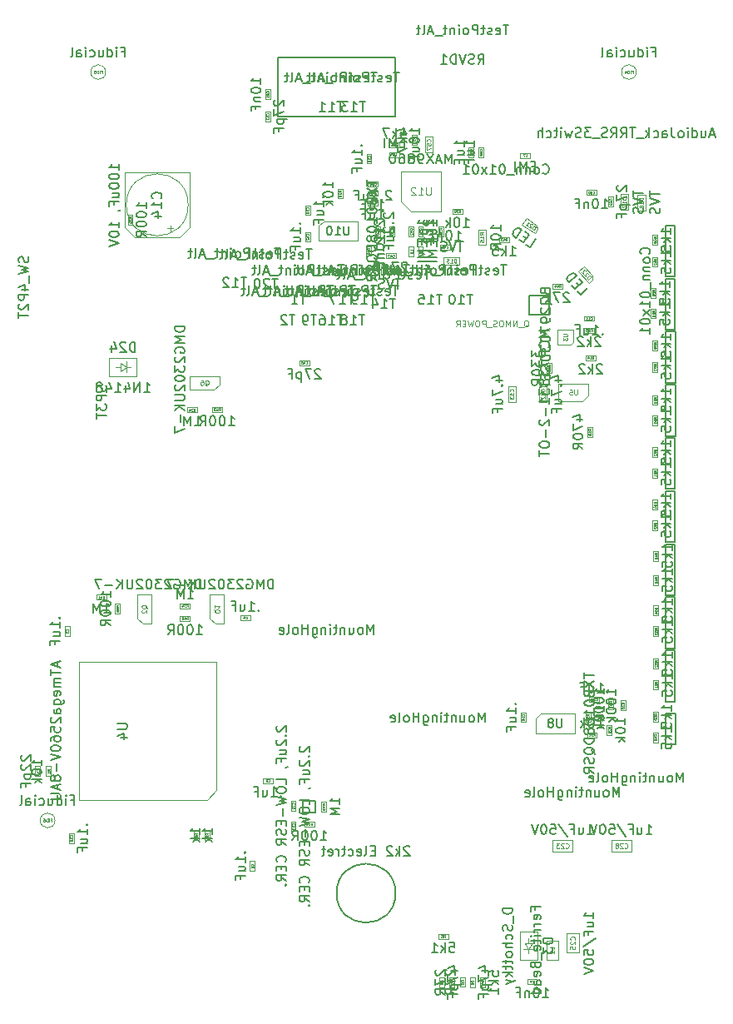
<source format=gbr>
G04 #@! TF.GenerationSoftware,KiCad,Pcbnew,5.1.6+dfsg1-1~bpo10+1*
G04 #@! TF.CreationDate,2020-12-17T18:50:31-05:00*
G04 #@! TF.ProjectId,4GRCP_Mainboard,34475243-505f-44d6-9169-6e626f617264,rev?*
G04 #@! TF.SameCoordinates,Original*
G04 #@! TF.FileFunction,Other,Fab,Bot*
%FSLAX46Y46*%
G04 Gerber Fmt 4.6, Leading zero omitted, Abs format (unit mm)*
G04 Created by KiCad (PCBNEW 5.1.6+dfsg1-1~bpo10+1) date 2020-12-17 18:50:31*
%MOMM*%
%LPD*%
G01*
G04 APERTURE LIST*
%ADD10C,0.150000*%
%ADD11C,0.100000*%
%ADD12C,0.200000*%
%ADD13C,0.127000*%
%ADD14C,0.080000*%
%ADD15C,0.050000*%
%ADD16C,0.040000*%
%ADD17C,0.060000*%
%ADD18C,0.015000*%
%ADD19C,0.075000*%
%ADD20C,0.120000*%
G04 APERTURE END LIST*
D10*
X180475000Y-127400000D02*
X181475000Y-127400000D01*
X181475000Y-127400000D02*
X181475000Y-124200000D01*
X180475000Y-124200000D02*
X181475000Y-124200000D01*
X180475000Y-127400000D02*
X180475000Y-124200000D01*
X153000000Y-142500000D02*
G75*
G03*
X153000000Y-142500000I-3000000J0D01*
G01*
D11*
X166550000Y-147600000D02*
X166550000Y-147100000D01*
X166150000Y-147600000D02*
X166550000Y-148200000D01*
X166950000Y-147600000D02*
X166150000Y-147600000D01*
X166550000Y-148200000D02*
X166950000Y-147600000D01*
X166550000Y-148200000D02*
X166000000Y-148200000D01*
X166550000Y-148200000D02*
X167100000Y-148200000D01*
X166550000Y-148600000D02*
X166550000Y-148200000D01*
X165650000Y-149250000D02*
X167450000Y-149250000D01*
X165650000Y-146450000D02*
X165650000Y-149250000D01*
X167450000Y-146450000D02*
X165650000Y-146450000D01*
X167450000Y-149250000D02*
X167450000Y-146450000D01*
X168350000Y-149300000D02*
X169550000Y-149300000D01*
X169550000Y-149300000D02*
X169550000Y-147300000D01*
X169550000Y-147300000D02*
X168350000Y-147300000D01*
X168350000Y-147300000D02*
X168350000Y-149300000D01*
X134800000Y-132000000D02*
X134800000Y-119000000D01*
X134800000Y-119000000D02*
X120800000Y-119000000D01*
X120800000Y-119000000D02*
X120800000Y-133000000D01*
X120800000Y-133000000D02*
X133800000Y-133000000D01*
X133800000Y-133000000D02*
X134800000Y-132000000D01*
X177500000Y-59000000D02*
G75*
G03*
X177500000Y-59000000I-750000J0D01*
G01*
X123500000Y-59000000D02*
G75*
G03*
X123500000Y-59000000I-750000J0D01*
G01*
X118350000Y-135100000D02*
G75*
G03*
X118350000Y-135100000I-750000J0D01*
G01*
X135350000Y-93575000D02*
X135350000Y-93075000D01*
X135350000Y-93075000D02*
X134350000Y-93075000D01*
X134350000Y-93075000D02*
X134350000Y-93575000D01*
X134350000Y-93575000D02*
X135350000Y-93575000D01*
X132800000Y-93600000D02*
X132800000Y-93100000D01*
X132800000Y-93100000D02*
X131800000Y-93100000D01*
X131800000Y-93100000D02*
X131800000Y-93600000D01*
X131800000Y-93600000D02*
X132800000Y-93600000D01*
X116350000Y-130600000D02*
X116850000Y-130600000D01*
X116850000Y-130600000D02*
X116850000Y-129600000D01*
X116850000Y-129600000D02*
X116350000Y-129600000D01*
X116350000Y-129600000D02*
X116350000Y-130600000D01*
X138175000Y-139225000D02*
X138175000Y-140225000D01*
X138675000Y-139225000D02*
X138175000Y-139225000D01*
X138675000Y-140225000D02*
X138675000Y-139225000D01*
X138175000Y-140225000D02*
X138675000Y-140225000D01*
X137200000Y-114250000D02*
X137200000Y-114750000D01*
X137200000Y-114750000D02*
X138200000Y-114750000D01*
X138200000Y-114750000D02*
X138200000Y-114250000D01*
X138200000Y-114250000D02*
X137200000Y-114250000D01*
X119325000Y-115350000D02*
X119325000Y-116350000D01*
X119825000Y-115350000D02*
X119325000Y-115350000D01*
X119825000Y-116350000D02*
X119825000Y-115350000D01*
X119325000Y-116350000D02*
X119825000Y-116350000D01*
X140500000Y-131300000D02*
X140500000Y-130800000D01*
X140500000Y-130800000D02*
X139500000Y-130800000D01*
X139500000Y-130800000D02*
X139500000Y-131300000D01*
X139500000Y-131300000D02*
X140500000Y-131300000D01*
X166400000Y-151750000D02*
X167400000Y-151750000D01*
X166400000Y-151250000D02*
X166400000Y-151750000D01*
X167400000Y-151250000D02*
X166400000Y-151250000D01*
X167400000Y-151750000D02*
X167400000Y-151250000D01*
X157950000Y-152050000D02*
X157950000Y-151050000D01*
X157450000Y-152050000D02*
X157950000Y-152050000D01*
X157450000Y-151050000D02*
X157450000Y-152050000D01*
X157950000Y-151050000D02*
X157450000Y-151050000D01*
X161080000Y-152060000D02*
X161080000Y-151060000D01*
X160580000Y-152060000D02*
X161080000Y-152060000D01*
X160580000Y-151060000D02*
X160580000Y-152060000D01*
X161080000Y-151060000D02*
X160580000Y-151060000D01*
X120250000Y-136400000D02*
X119750000Y-136400000D01*
X119750000Y-136400000D02*
X119750000Y-137400000D01*
X119750000Y-137400000D02*
X120250000Y-137400000D01*
X120250000Y-137400000D02*
X120250000Y-136400000D01*
X172200000Y-84300000D02*
X173200000Y-84300000D01*
X172200000Y-83800000D02*
X172200000Y-84300000D01*
X173200000Y-83800000D02*
X172200000Y-83800000D01*
X173200000Y-84300000D02*
X173200000Y-83800000D01*
X130395000Y-74889838D02*
X129765000Y-74889838D01*
X130080000Y-75204838D02*
X130080000Y-74574838D01*
X126450000Y-75800000D02*
X125450000Y-74800000D01*
X131050000Y-75800000D02*
X132050000Y-74800000D01*
X131050000Y-75800000D02*
X126450000Y-75800000D01*
X125450000Y-74800000D02*
X125450000Y-69200000D01*
X132050000Y-74800000D02*
X132050000Y-69200000D01*
X132050000Y-69200000D02*
X125450000Y-69200000D01*
X131900000Y-72500000D02*
G75*
G03*
X131900000Y-72500000I-3150000J0D01*
G01*
X142850000Y-135200000D02*
X142350000Y-135200000D01*
X142350000Y-135200000D02*
X142350000Y-136200000D01*
X142350000Y-136200000D02*
X142850000Y-136200000D01*
X142850000Y-136200000D02*
X142850000Y-135200000D01*
X144300000Y-72550000D02*
X143800000Y-72550000D01*
X143800000Y-72550000D02*
X143800000Y-73550000D01*
X143800000Y-73550000D02*
X144300000Y-73550000D01*
X144300000Y-73550000D02*
X144300000Y-72550000D01*
X143800000Y-76250000D02*
X144300000Y-76250000D01*
X144300000Y-76250000D02*
X144300000Y-75250000D01*
X144300000Y-75250000D02*
X143800000Y-75250000D01*
X143800000Y-75250000D02*
X143800000Y-76250000D01*
X144215000Y-88800000D02*
X144215000Y-88300000D01*
X144215000Y-88300000D02*
X143215000Y-88300000D01*
X143215000Y-88300000D02*
X143215000Y-88800000D01*
X143215000Y-88800000D02*
X144215000Y-88800000D01*
X152050000Y-77940000D02*
X153050000Y-77940000D01*
X152050000Y-77440000D02*
X152050000Y-77940000D01*
X153050000Y-77440000D02*
X152050000Y-77440000D01*
X153050000Y-77940000D02*
X153050000Y-77440000D01*
X158525000Y-76575000D02*
X157525000Y-76575000D01*
X158525000Y-77075000D02*
X158525000Y-76575000D01*
X157525000Y-77075000D02*
X158525000Y-77075000D01*
X157525000Y-76575000D02*
X157525000Y-77075000D01*
X150500000Y-76700000D02*
X150000000Y-76700000D01*
X150000000Y-76700000D02*
X150000000Y-77700000D01*
X150000000Y-77700000D02*
X150500000Y-77700000D01*
X150500000Y-77700000D02*
X150500000Y-76700000D01*
X151450000Y-75700000D02*
X151450000Y-74700000D01*
X150950000Y-75700000D02*
X151450000Y-75700000D01*
X150950000Y-74700000D02*
X150950000Y-75700000D01*
X151450000Y-74700000D02*
X150950000Y-74700000D01*
X155800000Y-74700000D02*
X155300000Y-74700000D01*
X155300000Y-74700000D02*
X155300000Y-75700000D01*
X155300000Y-75700000D02*
X155800000Y-75700000D01*
X155800000Y-75700000D02*
X155800000Y-74700000D01*
X154850000Y-75700000D02*
X154850000Y-74700000D01*
X154350000Y-75700000D02*
X154850000Y-75700000D01*
X154350000Y-74700000D02*
X154350000Y-75700000D01*
X154850000Y-74700000D02*
X154350000Y-74700000D01*
X151150000Y-71600000D02*
X151150000Y-71100000D01*
X151150000Y-71100000D02*
X150150000Y-71100000D01*
X150150000Y-71100000D02*
X150150000Y-71600000D01*
X150150000Y-71600000D02*
X151150000Y-71600000D01*
X151200000Y-70650000D02*
X151200000Y-70150000D01*
X151200000Y-70150000D02*
X150200000Y-70150000D01*
X150200000Y-70150000D02*
X150200000Y-70650000D01*
X150200000Y-70650000D02*
X151200000Y-70650000D01*
X150150000Y-72550000D02*
X151150000Y-72550000D01*
X150150000Y-72050000D02*
X150150000Y-72550000D01*
X151150000Y-72050000D02*
X150150000Y-72050000D01*
X151150000Y-72550000D02*
X151150000Y-72050000D01*
X150050000Y-67300000D02*
X150050000Y-68300000D01*
X150550000Y-67300000D02*
X150050000Y-67300000D01*
X150550000Y-68300000D02*
X150550000Y-67300000D01*
X150050000Y-68300000D02*
X150550000Y-68300000D01*
X156000000Y-67150000D02*
X156800000Y-67150000D01*
X156800000Y-67150000D02*
X156800000Y-65550000D01*
X156800000Y-65550000D02*
X156000000Y-65550000D01*
X156000000Y-65550000D02*
X156000000Y-67150000D01*
X160450000Y-66650000D02*
X160450000Y-67650000D01*
X160950000Y-66650000D02*
X160450000Y-66650000D01*
X160950000Y-67650000D02*
X160950000Y-66650000D01*
X160450000Y-67650000D02*
X160950000Y-67650000D01*
X161450000Y-67650000D02*
X161950000Y-67650000D01*
X161950000Y-67650000D02*
X161950000Y-66650000D01*
X161950000Y-66650000D02*
X161450000Y-66650000D01*
X161450000Y-66650000D02*
X161450000Y-67650000D01*
X172425000Y-71500000D02*
X173425000Y-71500000D01*
X172425000Y-71000000D02*
X172425000Y-71500000D01*
X173425000Y-71000000D02*
X172425000Y-71000000D01*
X173425000Y-71500000D02*
X173425000Y-71000000D01*
X139750000Y-61750000D02*
X140250000Y-61750000D01*
X140250000Y-61750000D02*
X140250000Y-60750000D01*
X140250000Y-60750000D02*
X139750000Y-60750000D01*
X139750000Y-60750000D02*
X139750000Y-61750000D01*
X175150000Y-72675000D02*
X175150000Y-71675000D01*
X174650000Y-72675000D02*
X175150000Y-72675000D01*
X174650000Y-71675000D02*
X174650000Y-72675000D01*
X175150000Y-71675000D02*
X174650000Y-71675000D01*
X140250000Y-63000000D02*
X139750000Y-63000000D01*
X139750000Y-63000000D02*
X139750000Y-64000000D01*
X139750000Y-64000000D02*
X140250000Y-64000000D01*
X140250000Y-64000000D02*
X140250000Y-63000000D01*
X159500000Y-77800000D02*
X157900000Y-77800000D01*
X159500000Y-78600000D02*
X159500000Y-77800000D01*
X157900000Y-78600000D02*
X159500000Y-78600000D01*
X157900000Y-77800000D02*
X157900000Y-78600000D01*
X153150000Y-79525000D02*
X153150000Y-78725000D01*
X153150000Y-78725000D02*
X151550000Y-78725000D01*
X151550000Y-78725000D02*
X151550000Y-79525000D01*
X151550000Y-79525000D02*
X153150000Y-79525000D01*
X176700000Y-73025000D02*
X176700000Y-71425000D01*
X175900000Y-73025000D02*
X176700000Y-73025000D01*
X175900000Y-71425000D02*
X175900000Y-73025000D01*
X176700000Y-71425000D02*
X175900000Y-71425000D01*
X178425000Y-71475000D02*
X177625000Y-71475000D01*
X177625000Y-71475000D02*
X177625000Y-73075000D01*
X177625000Y-73075000D02*
X178425000Y-73075000D01*
X178425000Y-73075000D02*
X178425000Y-71475000D01*
X165870647Y-74533726D02*
X166306358Y-73862790D01*
X167212520Y-75405148D02*
X165870647Y-74533726D01*
X167484839Y-74985813D02*
X167212520Y-75405148D01*
X167396630Y-74570820D02*
X167484839Y-74985813D01*
X166306358Y-73862790D02*
X167396630Y-74570820D01*
X171592438Y-79273136D02*
X172186953Y-78737832D01*
X172663047Y-80462168D02*
X171592438Y-79273136D01*
X173034619Y-80127603D02*
X172663047Y-80462168D01*
X173056823Y-79703920D02*
X173034619Y-80127603D01*
X172186953Y-78737832D02*
X173056823Y-79703920D01*
X155800000Y-76750000D02*
X155300000Y-76750000D01*
X155300000Y-76750000D02*
X155300000Y-77750000D01*
X155300000Y-77750000D02*
X155800000Y-77750000D01*
X155800000Y-77750000D02*
X155800000Y-76750000D01*
X154850000Y-77750000D02*
X154850000Y-76750000D01*
X154350000Y-77750000D02*
X154850000Y-77750000D01*
X154350000Y-76750000D02*
X154350000Y-77750000D01*
X154850000Y-76750000D02*
X154350000Y-76750000D01*
X165690000Y-67725000D02*
X166690000Y-67725000D01*
X165690000Y-67225000D02*
X165690000Y-67725000D01*
X166690000Y-67225000D02*
X165690000Y-67225000D01*
X166690000Y-67725000D02*
X166690000Y-67225000D01*
X152400000Y-67150000D02*
X152400000Y-67650000D01*
X152400000Y-67650000D02*
X153400000Y-67650000D01*
X153400000Y-67650000D02*
X153400000Y-67150000D01*
X153400000Y-67150000D02*
X152400000Y-67150000D01*
D10*
X141000000Y-63500000D02*
X153000000Y-63500000D01*
X141000000Y-57500000D02*
X141000000Y-63500000D01*
X153000000Y-57500000D02*
X141000000Y-57500000D01*
X153000000Y-63500000D02*
X153000000Y-57500000D01*
D12*
X169450000Y-82050000D02*
G75*
G03*
X169450000Y-82050000I-100000J0D01*
G01*
D13*
X166600000Y-83700000D02*
X168600000Y-83700000D01*
X166600000Y-83700000D02*
X166600000Y-81700000D01*
X168600000Y-81700000D02*
X166600000Y-81700000D01*
X168600000Y-81700000D02*
X168600000Y-83700000D01*
D11*
X132055000Y-91300000D02*
X132055000Y-89900000D01*
X135095000Y-89900000D02*
X132055000Y-89900000D01*
X134525000Y-91300000D02*
X135095000Y-90750000D01*
X135095000Y-90750000D02*
X135095000Y-89900000D01*
X134525000Y-91300000D02*
X132075000Y-91300000D01*
X117450000Y-130600000D02*
X117950000Y-130600000D01*
X117950000Y-130600000D02*
X117950000Y-129600000D01*
X117950000Y-129600000D02*
X117450000Y-129600000D01*
X117450000Y-129600000D02*
X117450000Y-130600000D01*
X162120000Y-152060000D02*
X162120000Y-151060000D01*
X161620000Y-152060000D02*
X162120000Y-152060000D01*
X161620000Y-151060000D02*
X161620000Y-152060000D01*
X162120000Y-151060000D02*
X161620000Y-151060000D01*
X158350000Y-147150000D02*
X158350000Y-146650000D01*
X158350000Y-146650000D02*
X157350000Y-146650000D01*
X157350000Y-146650000D02*
X157350000Y-147150000D01*
X157350000Y-147150000D02*
X158350000Y-147150000D01*
X159550000Y-152035000D02*
X160050000Y-152035000D01*
X160050000Y-152035000D02*
X160050000Y-151035000D01*
X160050000Y-151035000D02*
X159550000Y-151035000D01*
X159550000Y-151035000D02*
X159550000Y-152035000D01*
X158500000Y-151050000D02*
X158500000Y-152050000D01*
X159000000Y-151050000D02*
X158500000Y-151050000D01*
X159000000Y-152050000D02*
X159000000Y-151050000D01*
X158500000Y-152050000D02*
X159000000Y-152050000D01*
X133570000Y-136100000D02*
X133570000Y-137100000D01*
X134070000Y-136100000D02*
X133570000Y-136100000D01*
X134070000Y-137100000D02*
X134070000Y-136100000D01*
X133570000Y-137100000D02*
X134070000Y-137100000D01*
X132980000Y-137100000D02*
X132980000Y-136100000D01*
X132480000Y-137100000D02*
X132980000Y-137100000D01*
X132480000Y-136100000D02*
X132480000Y-137100000D01*
X132980000Y-136100000D02*
X132480000Y-136100000D01*
X168350000Y-89600000D02*
X168850000Y-89600000D01*
X168850000Y-89600000D02*
X168850000Y-88600000D01*
X168850000Y-88600000D02*
X168350000Y-88600000D01*
X168350000Y-88600000D02*
X168350000Y-89600000D01*
X172200000Y-85500000D02*
X173200000Y-85500000D01*
X172200000Y-85000000D02*
X172200000Y-85500000D01*
X173200000Y-85000000D02*
X172200000Y-85000000D01*
X173200000Y-85500000D02*
X173200000Y-85000000D01*
X172350000Y-88300000D02*
X173350000Y-88300000D01*
X172350000Y-87800000D02*
X172350000Y-88300000D01*
X173350000Y-87800000D02*
X172350000Y-87800000D01*
X173350000Y-88300000D02*
X173350000Y-87800000D01*
X172525000Y-95100000D02*
X172525000Y-96100000D01*
X173025000Y-95100000D02*
X172525000Y-95100000D01*
X173025000Y-96100000D02*
X173025000Y-95100000D01*
X172525000Y-96100000D02*
X173025000Y-96100000D01*
X143715000Y-135750000D02*
X144715000Y-135750000D01*
X143715000Y-135250000D02*
X143715000Y-135750000D01*
X144715000Y-135250000D02*
X143715000Y-135250000D01*
X144715000Y-135750000D02*
X144715000Y-135250000D01*
X126250000Y-74500000D02*
X126250000Y-73500000D01*
X125750000Y-74500000D02*
X126250000Y-74500000D01*
X125750000Y-73500000D02*
X125750000Y-74500000D01*
X126250000Y-73500000D02*
X125750000Y-73500000D01*
X147100000Y-70850000D02*
X147100000Y-71850000D01*
X147600000Y-70850000D02*
X147100000Y-70850000D01*
X147600000Y-71850000D02*
X147600000Y-70850000D01*
X147100000Y-71850000D02*
X147600000Y-71850000D01*
X157350000Y-74700000D02*
X157350000Y-75700000D01*
X157850000Y-74700000D02*
X157350000Y-74700000D01*
X157850000Y-75700000D02*
X157850000Y-74700000D01*
X157350000Y-75700000D02*
X157850000Y-75700000D01*
X152400000Y-66150000D02*
X152400000Y-66650000D01*
X152400000Y-66650000D02*
X153400000Y-66650000D01*
X153400000Y-66650000D02*
X153400000Y-66150000D01*
X153400000Y-66150000D02*
X152400000Y-66150000D01*
X154650000Y-65425000D02*
X154650000Y-66425000D01*
X155150000Y-65425000D02*
X154650000Y-65425000D01*
X155150000Y-66425000D02*
X155150000Y-65425000D01*
X154650000Y-66425000D02*
X155150000Y-66425000D01*
X152350000Y-74700000D02*
X152350000Y-75700000D01*
X152850000Y-74700000D02*
X152350000Y-74700000D01*
X152850000Y-75700000D02*
X152850000Y-74700000D01*
X152350000Y-75700000D02*
X152850000Y-75700000D01*
X159800000Y-73400000D02*
X159800000Y-72900000D01*
X159800000Y-72900000D02*
X158800000Y-72900000D01*
X158800000Y-72900000D02*
X158800000Y-73400000D01*
X158800000Y-73400000D02*
X159800000Y-73400000D01*
X163550000Y-76275000D02*
X164550000Y-76275000D01*
X163550000Y-75775000D02*
X163550000Y-76275000D01*
X164550000Y-75775000D02*
X163550000Y-75775000D01*
X164550000Y-76275000D02*
X164550000Y-75775000D01*
X170000000Y-81025000D02*
X170000000Y-80525000D01*
X170000000Y-80525000D02*
X169000000Y-80525000D01*
X169000000Y-80525000D02*
X169000000Y-81025000D01*
X169000000Y-81025000D02*
X170000000Y-81025000D01*
X179750000Y-110150000D02*
X179250000Y-110150000D01*
X179250000Y-110150000D02*
X179250000Y-111150000D01*
X179250000Y-111150000D02*
X179750000Y-111150000D01*
X179750000Y-111150000D02*
X179750000Y-110150000D01*
X179750000Y-107700000D02*
X179250000Y-107700000D01*
X179250000Y-107700000D02*
X179250000Y-108700000D01*
X179250000Y-108700000D02*
X179750000Y-108700000D01*
X179750000Y-108700000D02*
X179750000Y-107700000D01*
X179650000Y-77800000D02*
X179150000Y-77800000D01*
X179150000Y-77800000D02*
X179150000Y-78800000D01*
X179150000Y-78800000D02*
X179650000Y-78800000D01*
X179650000Y-78800000D02*
X179650000Y-77800000D01*
X179650000Y-76550000D02*
X179650000Y-75550000D01*
X179150000Y-76550000D02*
X179650000Y-76550000D01*
X179150000Y-75550000D02*
X179150000Y-76550000D01*
X179650000Y-75550000D02*
X179150000Y-75550000D01*
X179700000Y-126150000D02*
X179200000Y-126150000D01*
X179200000Y-126150000D02*
X179200000Y-127150000D01*
X179200000Y-127150000D02*
X179700000Y-127150000D01*
X179700000Y-127150000D02*
X179700000Y-126150000D01*
X179700000Y-125050000D02*
X179700000Y-124050000D01*
X179200000Y-125050000D02*
X179700000Y-125050000D01*
X179200000Y-124050000D02*
X179200000Y-125050000D01*
X179700000Y-124050000D02*
X179200000Y-124050000D01*
X179750000Y-121800000D02*
X179750000Y-120800000D01*
X179250000Y-121800000D02*
X179750000Y-121800000D01*
X179250000Y-120800000D02*
X179250000Y-121800000D01*
X179750000Y-120800000D02*
X179250000Y-120800000D01*
X179750000Y-118650000D02*
X179250000Y-118650000D01*
X179250000Y-118650000D02*
X179250000Y-119650000D01*
X179250000Y-119650000D02*
X179750000Y-119650000D01*
X179750000Y-119650000D02*
X179750000Y-118650000D01*
X179750000Y-116350000D02*
X179750000Y-115350000D01*
X179250000Y-116350000D02*
X179750000Y-116350000D01*
X179250000Y-115350000D02*
X179250000Y-116350000D01*
X179750000Y-115350000D02*
X179250000Y-115350000D01*
X179750000Y-113250000D02*
X179250000Y-113250000D01*
X179250000Y-113250000D02*
X179250000Y-114250000D01*
X179250000Y-114250000D02*
X179750000Y-114250000D01*
X179750000Y-114250000D02*
X179750000Y-113250000D01*
X179500000Y-83050000D02*
X179000000Y-83050000D01*
X179000000Y-83050000D02*
X179000000Y-84050000D01*
X179000000Y-84050000D02*
X179500000Y-84050000D01*
X179500000Y-84050000D02*
X179500000Y-83050000D01*
X179500000Y-81950000D02*
X179500000Y-80950000D01*
X179000000Y-81950000D02*
X179500000Y-81950000D01*
X179000000Y-80950000D02*
X179000000Y-81950000D01*
X179500000Y-80950000D02*
X179000000Y-80950000D01*
X179650000Y-89500000D02*
X179650000Y-88500000D01*
X179150000Y-89500000D02*
X179650000Y-89500000D01*
X179150000Y-88500000D02*
X179150000Y-89500000D01*
X179650000Y-88500000D02*
X179150000Y-88500000D01*
X179650000Y-87300000D02*
X179650000Y-86300000D01*
X179150000Y-87300000D02*
X179650000Y-87300000D01*
X179150000Y-86300000D02*
X179150000Y-87300000D01*
X179650000Y-86300000D02*
X179150000Y-86300000D01*
X179650000Y-93900000D02*
X179150000Y-93900000D01*
X179150000Y-93900000D02*
X179150000Y-94900000D01*
X179150000Y-94900000D02*
X179650000Y-94900000D01*
X179650000Y-94900000D02*
X179650000Y-93900000D01*
X179650000Y-92850000D02*
X179650000Y-91850000D01*
X179150000Y-92850000D02*
X179650000Y-92850000D01*
X179150000Y-91850000D02*
X179150000Y-92850000D01*
X179650000Y-91850000D02*
X179150000Y-91850000D01*
X179650000Y-100300000D02*
X179650000Y-99300000D01*
X179150000Y-100300000D02*
X179650000Y-100300000D01*
X179150000Y-99300000D02*
X179150000Y-100300000D01*
X179650000Y-99300000D02*
X179150000Y-99300000D01*
X179650000Y-98150000D02*
X179650000Y-97150000D01*
X179150000Y-98150000D02*
X179650000Y-98150000D01*
X179150000Y-97150000D02*
X179150000Y-98150000D01*
X179650000Y-97150000D02*
X179150000Y-97150000D01*
X179650000Y-105600000D02*
X179650000Y-104600000D01*
X179150000Y-105600000D02*
X179650000Y-105600000D01*
X179150000Y-104600000D02*
X179150000Y-105600000D01*
X179650000Y-104600000D02*
X179150000Y-104600000D01*
X179650000Y-102500000D02*
X179150000Y-102500000D01*
X179150000Y-102500000D02*
X179150000Y-103500000D01*
X179150000Y-103500000D02*
X179650000Y-103500000D01*
X179650000Y-103500000D02*
X179650000Y-102500000D01*
X171080000Y-85165000D02*
X169520000Y-85165000D01*
X169520000Y-86725000D02*
X169520000Y-85165000D01*
X170800000Y-86725000D02*
X169520000Y-86725000D01*
X171080000Y-85165000D02*
X171080000Y-86445000D01*
X171080000Y-86445000D02*
X170800000Y-86725000D01*
X172650000Y-90700000D02*
X169550000Y-90700000D01*
X169550000Y-90700000D02*
X169550000Y-92500000D01*
X172000000Y-92500000D02*
X169550000Y-92500000D01*
X172650000Y-90700000D02*
X172650000Y-91850000D01*
X172000000Y-92500000D02*
X172650000Y-91850000D01*
X145150000Y-74650000D02*
X145650000Y-74150000D01*
X145150000Y-74650000D02*
X145150000Y-76150000D01*
X149150000Y-74150000D02*
X145650000Y-74150000D01*
X149150000Y-76150000D02*
X149150000Y-74150000D01*
X145150000Y-76150000D02*
X149150000Y-76150000D01*
X154600000Y-73150000D02*
X153600000Y-72150000D01*
X153600000Y-69150000D02*
X153600000Y-72150000D01*
X157600000Y-69150000D02*
X153600000Y-69150000D01*
X157600000Y-73150000D02*
X157600000Y-69150000D01*
X154600000Y-73150000D02*
X157600000Y-73150000D01*
X142350000Y-133100000D02*
X142350000Y-134100000D01*
X142850000Y-133100000D02*
X142350000Y-133100000D01*
X142850000Y-134100000D02*
X142850000Y-133100000D01*
X142350000Y-134100000D02*
X142850000Y-134100000D01*
X125025000Y-89000000D02*
X124525000Y-89000000D01*
X125025000Y-89400000D02*
X125625000Y-89000000D01*
X125025000Y-88600000D02*
X125025000Y-89400000D01*
X125625000Y-89000000D02*
X125025000Y-88600000D01*
X125625000Y-89000000D02*
X125625000Y-89550000D01*
X125625000Y-89000000D02*
X125625000Y-88450000D01*
X126025000Y-89000000D02*
X125625000Y-89000000D01*
X126675000Y-89900000D02*
X126675000Y-88100000D01*
X123875000Y-89900000D02*
X126675000Y-89900000D01*
X123875000Y-88100000D02*
X123875000Y-89900000D01*
X126675000Y-88100000D02*
X123875000Y-88100000D01*
D10*
X180450000Y-112200000D02*
X180450000Y-107000000D01*
X180450000Y-107000000D02*
X181450000Y-107000000D01*
X181450000Y-112200000D02*
X181450000Y-107000000D01*
X180450000Y-112200000D02*
X181450000Y-112200000D01*
X180450000Y-79800000D02*
X181450000Y-79800000D01*
X181450000Y-79800000D02*
X181450000Y-74600000D01*
X180450000Y-74600000D02*
X181450000Y-74600000D01*
X180450000Y-79800000D02*
X180450000Y-74600000D01*
X180450000Y-123000000D02*
X181450000Y-123000000D01*
X181450000Y-123000000D02*
X181450000Y-117800000D01*
X180450000Y-117800000D02*
X181450000Y-117800000D01*
X180450000Y-123000000D02*
X180450000Y-117800000D01*
X180450000Y-117600000D02*
X181450000Y-117600000D01*
X181450000Y-117600000D02*
X181450000Y-112400000D01*
X180450000Y-112400000D02*
X181450000Y-112400000D01*
X180450000Y-117600000D02*
X180450000Y-112400000D01*
X180450000Y-85200000D02*
X180450000Y-80000000D01*
X180450000Y-80000000D02*
X181450000Y-80000000D01*
X181450000Y-85200000D02*
X181450000Y-80000000D01*
X180450000Y-85200000D02*
X181450000Y-85200000D01*
X180470000Y-90600000D02*
X181470000Y-90600000D01*
X181470000Y-90600000D02*
X181470000Y-85400000D01*
X180470000Y-85400000D02*
X181470000Y-85400000D01*
X180470000Y-90600000D02*
X180470000Y-85400000D01*
X180470000Y-96000000D02*
X181470000Y-96000000D01*
X181470000Y-96000000D02*
X181470000Y-90800000D01*
X180470000Y-90800000D02*
X181470000Y-90800000D01*
X180470000Y-96000000D02*
X180470000Y-90800000D01*
X180450000Y-101400000D02*
X181450000Y-101400000D01*
X181450000Y-101400000D02*
X181450000Y-96200000D01*
X180450000Y-96200000D02*
X181450000Y-96200000D01*
X180450000Y-101400000D02*
X180450000Y-96200000D01*
X180450000Y-106800000D02*
X180450000Y-101600000D01*
X180450000Y-101600000D02*
X181450000Y-101600000D01*
X181450000Y-106800000D02*
X181450000Y-101600000D01*
X180450000Y-106800000D02*
X181450000Y-106800000D01*
D11*
X145950000Y-134200000D02*
X145950000Y-133200000D01*
X145450000Y-134200000D02*
X145950000Y-134200000D01*
X145450000Y-133200000D02*
X145450000Y-134200000D01*
X145950000Y-133200000D02*
X145450000Y-133200000D01*
D10*
X144800000Y-134300000D02*
X143600000Y-134300000D01*
X144800000Y-133100000D02*
X144800000Y-134300000D01*
X143600000Y-133100000D02*
X144800000Y-133100000D01*
X143600000Y-134300000D02*
X143600000Y-133100000D01*
D11*
X172700000Y-122550000D02*
X172700000Y-123050000D01*
X172700000Y-123050000D02*
X173700000Y-123050000D01*
X173700000Y-123050000D02*
X173700000Y-122550000D01*
X173700000Y-122550000D02*
X172700000Y-122550000D01*
X165750000Y-124100000D02*
X165750000Y-125100000D01*
X166250000Y-124100000D02*
X165750000Y-124100000D01*
X166250000Y-125100000D02*
X166250000Y-124100000D01*
X165750000Y-125100000D02*
X166250000Y-125100000D01*
X171000000Y-137100000D02*
X169000000Y-137100000D01*
X171000000Y-138300000D02*
X171000000Y-137100000D01*
X169000000Y-138300000D02*
X171000000Y-138300000D01*
X169000000Y-137100000D02*
X169000000Y-138300000D01*
X171650000Y-146550000D02*
X170450000Y-146550000D01*
X170450000Y-146550000D02*
X170450000Y-148550000D01*
X170450000Y-148550000D02*
X171650000Y-148550000D01*
X171650000Y-148550000D02*
X171650000Y-146550000D01*
X175000000Y-137100000D02*
X175000000Y-138300000D01*
X175000000Y-138300000D02*
X177000000Y-138300000D01*
X177000000Y-138300000D02*
X177000000Y-137100000D01*
X177000000Y-137100000D02*
X175000000Y-137100000D01*
X175900000Y-122900000D02*
X175900000Y-123900000D01*
X176400000Y-122900000D02*
X175900000Y-122900000D01*
X176400000Y-123900000D02*
X176400000Y-122900000D01*
X175900000Y-123900000D02*
X176400000Y-123900000D01*
X174650000Y-123800000D02*
X175150000Y-123800000D01*
X175150000Y-123800000D02*
X175150000Y-122800000D01*
X175150000Y-122800000D02*
X174650000Y-122800000D01*
X174650000Y-122800000D02*
X174650000Y-123800000D01*
X172850000Y-125100000D02*
X172850000Y-124100000D01*
X172350000Y-125100000D02*
X172850000Y-125100000D01*
X172350000Y-124100000D02*
X172350000Y-125100000D01*
X172850000Y-124100000D02*
X172350000Y-124100000D01*
X172485000Y-126150000D02*
X172485000Y-126650000D01*
X172485000Y-126650000D02*
X173485000Y-126650000D01*
X173485000Y-126650000D02*
X173485000Y-126150000D01*
X173485000Y-126150000D02*
X172485000Y-126150000D01*
X167250000Y-124750000D02*
X167750000Y-124250000D01*
X167250000Y-124750000D02*
X167250000Y-126250000D01*
X171250000Y-124250000D02*
X167750000Y-124250000D01*
X171250000Y-126250000D02*
X171250000Y-124250000D01*
X167250000Y-126250000D02*
X171250000Y-126250000D01*
X175000000Y-125400000D02*
X174500000Y-125400000D01*
X174500000Y-125400000D02*
X174500000Y-126400000D01*
X174500000Y-126400000D02*
X175000000Y-126400000D01*
X175000000Y-126400000D02*
X175000000Y-125400000D01*
X134125000Y-114550000D02*
X134125000Y-112100000D01*
X134675000Y-115120000D02*
X135525000Y-115120000D01*
X134125000Y-114550000D02*
X134675000Y-115120000D01*
X135525000Y-115120000D02*
X135525000Y-112080000D01*
X134125000Y-112080000D02*
X135525000Y-112080000D01*
X126750000Y-112080000D02*
X128150000Y-112080000D01*
X128150000Y-115120000D02*
X128150000Y-112080000D01*
X126750000Y-114550000D02*
X127300000Y-115120000D01*
X127300000Y-115120000D02*
X128150000Y-115120000D01*
X126750000Y-114550000D02*
X126750000Y-112100000D01*
X162200000Y-75000000D02*
X161400000Y-75000000D01*
X161400000Y-75000000D02*
X161400000Y-76600000D01*
X161400000Y-76600000D02*
X162200000Y-76600000D01*
X162200000Y-76600000D02*
X162200000Y-75000000D01*
X131075000Y-113025000D02*
X131075000Y-113525000D01*
X131075000Y-113525000D02*
X132075000Y-113525000D01*
X132075000Y-113525000D02*
X132075000Y-113025000D01*
X132075000Y-113025000D02*
X131075000Y-113025000D01*
X131075000Y-114825000D02*
X132075000Y-114825000D01*
X131075000Y-114325000D02*
X131075000Y-114825000D01*
X132075000Y-114325000D02*
X131075000Y-114325000D01*
X132075000Y-114825000D02*
X132075000Y-114325000D01*
X122550000Y-112650000D02*
X123550000Y-112650000D01*
X122550000Y-112150000D02*
X122550000Y-112650000D01*
X123550000Y-112150000D02*
X122550000Y-112150000D01*
X123550000Y-112650000D02*
X123550000Y-112150000D01*
X124450000Y-114050000D02*
X124950000Y-114050000D01*
X124950000Y-114050000D02*
X124950000Y-113050000D01*
X124950000Y-113050000D02*
X124450000Y-113050000D01*
X124450000Y-113050000D02*
X124450000Y-114050000D01*
X168400000Y-92550000D02*
X168400000Y-90950000D01*
X167600000Y-92550000D02*
X168400000Y-92550000D01*
X167600000Y-90950000D02*
X167600000Y-92550000D01*
X168400000Y-90950000D02*
X167600000Y-90950000D01*
X164450000Y-92550000D02*
X165250000Y-92550000D01*
X165250000Y-92550000D02*
X165250000Y-90950000D01*
X165250000Y-90950000D02*
X164450000Y-90950000D01*
X164450000Y-90950000D02*
X164450000Y-92550000D01*
D10*
X175785714Y-132702380D02*
X175785714Y-131702380D01*
X175452380Y-132416666D01*
X175119047Y-131702380D01*
X175119047Y-132702380D01*
X174500000Y-132702380D02*
X174595238Y-132654761D01*
X174642857Y-132607142D01*
X174690476Y-132511904D01*
X174690476Y-132226190D01*
X174642857Y-132130952D01*
X174595238Y-132083333D01*
X174500000Y-132035714D01*
X174357142Y-132035714D01*
X174261904Y-132083333D01*
X174214285Y-132130952D01*
X174166666Y-132226190D01*
X174166666Y-132511904D01*
X174214285Y-132607142D01*
X174261904Y-132654761D01*
X174357142Y-132702380D01*
X174500000Y-132702380D01*
X173309523Y-132035714D02*
X173309523Y-132702380D01*
X173738095Y-132035714D02*
X173738095Y-132559523D01*
X173690476Y-132654761D01*
X173595238Y-132702380D01*
X173452380Y-132702380D01*
X173357142Y-132654761D01*
X173309523Y-132607142D01*
X172833333Y-132035714D02*
X172833333Y-132702380D01*
X172833333Y-132130952D02*
X172785714Y-132083333D01*
X172690476Y-132035714D01*
X172547619Y-132035714D01*
X172452380Y-132083333D01*
X172404761Y-132178571D01*
X172404761Y-132702380D01*
X172071428Y-132035714D02*
X171690476Y-132035714D01*
X171928571Y-131702380D02*
X171928571Y-132559523D01*
X171880952Y-132654761D01*
X171785714Y-132702380D01*
X171690476Y-132702380D01*
X171357142Y-132702380D02*
X171357142Y-132035714D01*
X171357142Y-131702380D02*
X171404761Y-131750000D01*
X171357142Y-131797619D01*
X171309523Y-131750000D01*
X171357142Y-131702380D01*
X171357142Y-131797619D01*
X170880952Y-132035714D02*
X170880952Y-132702380D01*
X170880952Y-132130952D02*
X170833333Y-132083333D01*
X170738095Y-132035714D01*
X170595238Y-132035714D01*
X170500000Y-132083333D01*
X170452380Y-132178571D01*
X170452380Y-132702380D01*
X169547619Y-132035714D02*
X169547619Y-132845238D01*
X169595238Y-132940476D01*
X169642857Y-132988095D01*
X169738095Y-133035714D01*
X169880952Y-133035714D01*
X169976190Y-132988095D01*
X169547619Y-132654761D02*
X169642857Y-132702380D01*
X169833333Y-132702380D01*
X169928571Y-132654761D01*
X169976190Y-132607142D01*
X170023809Y-132511904D01*
X170023809Y-132226190D01*
X169976190Y-132130952D01*
X169928571Y-132083333D01*
X169833333Y-132035714D01*
X169642857Y-132035714D01*
X169547619Y-132083333D01*
X169071428Y-132702380D02*
X169071428Y-131702380D01*
X169071428Y-132178571D02*
X168500000Y-132178571D01*
X168500000Y-132702380D02*
X168500000Y-131702380D01*
X167880952Y-132702380D02*
X167976190Y-132654761D01*
X168023809Y-132607142D01*
X168071428Y-132511904D01*
X168071428Y-132226190D01*
X168023809Y-132130952D01*
X167976190Y-132083333D01*
X167880952Y-132035714D01*
X167738095Y-132035714D01*
X167642857Y-132083333D01*
X167595238Y-132130952D01*
X167547619Y-132226190D01*
X167547619Y-132511904D01*
X167595238Y-132607142D01*
X167642857Y-132654761D01*
X167738095Y-132702380D01*
X167880952Y-132702380D01*
X166976190Y-132702380D02*
X167071428Y-132654761D01*
X167119047Y-132559523D01*
X167119047Y-131702380D01*
X166214285Y-132654761D02*
X166309523Y-132702380D01*
X166500000Y-132702380D01*
X166595238Y-132654761D01*
X166642857Y-132559523D01*
X166642857Y-132178571D01*
X166595238Y-132083333D01*
X166500000Y-132035714D01*
X166309523Y-132035714D01*
X166214285Y-132083333D01*
X166166666Y-132178571D01*
X166166666Y-132273809D01*
X166642857Y-132369047D01*
X162085714Y-125102380D02*
X162085714Y-124102380D01*
X161752380Y-124816666D01*
X161419047Y-124102380D01*
X161419047Y-125102380D01*
X160800000Y-125102380D02*
X160895238Y-125054761D01*
X160942857Y-125007142D01*
X160990476Y-124911904D01*
X160990476Y-124626190D01*
X160942857Y-124530952D01*
X160895238Y-124483333D01*
X160800000Y-124435714D01*
X160657142Y-124435714D01*
X160561904Y-124483333D01*
X160514285Y-124530952D01*
X160466666Y-124626190D01*
X160466666Y-124911904D01*
X160514285Y-125007142D01*
X160561904Y-125054761D01*
X160657142Y-125102380D01*
X160800000Y-125102380D01*
X159609523Y-124435714D02*
X159609523Y-125102380D01*
X160038095Y-124435714D02*
X160038095Y-124959523D01*
X159990476Y-125054761D01*
X159895238Y-125102380D01*
X159752380Y-125102380D01*
X159657142Y-125054761D01*
X159609523Y-125007142D01*
X159133333Y-124435714D02*
X159133333Y-125102380D01*
X159133333Y-124530952D02*
X159085714Y-124483333D01*
X158990476Y-124435714D01*
X158847619Y-124435714D01*
X158752380Y-124483333D01*
X158704761Y-124578571D01*
X158704761Y-125102380D01*
X158371428Y-124435714D02*
X157990476Y-124435714D01*
X158228571Y-124102380D02*
X158228571Y-124959523D01*
X158180952Y-125054761D01*
X158085714Y-125102380D01*
X157990476Y-125102380D01*
X157657142Y-125102380D02*
X157657142Y-124435714D01*
X157657142Y-124102380D02*
X157704761Y-124150000D01*
X157657142Y-124197619D01*
X157609523Y-124150000D01*
X157657142Y-124102380D01*
X157657142Y-124197619D01*
X157180952Y-124435714D02*
X157180952Y-125102380D01*
X157180952Y-124530952D02*
X157133333Y-124483333D01*
X157038095Y-124435714D01*
X156895238Y-124435714D01*
X156800000Y-124483333D01*
X156752380Y-124578571D01*
X156752380Y-125102380D01*
X155847619Y-124435714D02*
X155847619Y-125245238D01*
X155895238Y-125340476D01*
X155942857Y-125388095D01*
X156038095Y-125435714D01*
X156180952Y-125435714D01*
X156276190Y-125388095D01*
X155847619Y-125054761D02*
X155942857Y-125102380D01*
X156133333Y-125102380D01*
X156228571Y-125054761D01*
X156276190Y-125007142D01*
X156323809Y-124911904D01*
X156323809Y-124626190D01*
X156276190Y-124530952D01*
X156228571Y-124483333D01*
X156133333Y-124435714D01*
X155942857Y-124435714D01*
X155847619Y-124483333D01*
X155371428Y-125102380D02*
X155371428Y-124102380D01*
X155371428Y-124578571D02*
X154800000Y-124578571D01*
X154800000Y-125102380D02*
X154800000Y-124102380D01*
X154180952Y-125102380D02*
X154276190Y-125054761D01*
X154323809Y-125007142D01*
X154371428Y-124911904D01*
X154371428Y-124626190D01*
X154323809Y-124530952D01*
X154276190Y-124483333D01*
X154180952Y-124435714D01*
X154038095Y-124435714D01*
X153942857Y-124483333D01*
X153895238Y-124530952D01*
X153847619Y-124626190D01*
X153847619Y-124911904D01*
X153895238Y-125007142D01*
X153942857Y-125054761D01*
X154038095Y-125102380D01*
X154180952Y-125102380D01*
X153276190Y-125102380D02*
X153371428Y-125054761D01*
X153419047Y-124959523D01*
X153419047Y-124102380D01*
X152514285Y-125054761D02*
X152609523Y-125102380D01*
X152800000Y-125102380D01*
X152895238Y-125054761D01*
X152942857Y-124959523D01*
X152942857Y-124578571D01*
X152895238Y-124483333D01*
X152800000Y-124435714D01*
X152609523Y-124435714D01*
X152514285Y-124483333D01*
X152466666Y-124578571D01*
X152466666Y-124673809D01*
X152942857Y-124769047D01*
X150785714Y-116152380D02*
X150785714Y-115152380D01*
X150452380Y-115866666D01*
X150119047Y-115152380D01*
X150119047Y-116152380D01*
X149500000Y-116152380D02*
X149595238Y-116104761D01*
X149642857Y-116057142D01*
X149690476Y-115961904D01*
X149690476Y-115676190D01*
X149642857Y-115580952D01*
X149595238Y-115533333D01*
X149500000Y-115485714D01*
X149357142Y-115485714D01*
X149261904Y-115533333D01*
X149214285Y-115580952D01*
X149166666Y-115676190D01*
X149166666Y-115961904D01*
X149214285Y-116057142D01*
X149261904Y-116104761D01*
X149357142Y-116152380D01*
X149500000Y-116152380D01*
X148309523Y-115485714D02*
X148309523Y-116152380D01*
X148738095Y-115485714D02*
X148738095Y-116009523D01*
X148690476Y-116104761D01*
X148595238Y-116152380D01*
X148452380Y-116152380D01*
X148357142Y-116104761D01*
X148309523Y-116057142D01*
X147833333Y-115485714D02*
X147833333Y-116152380D01*
X147833333Y-115580952D02*
X147785714Y-115533333D01*
X147690476Y-115485714D01*
X147547619Y-115485714D01*
X147452380Y-115533333D01*
X147404761Y-115628571D01*
X147404761Y-116152380D01*
X147071428Y-115485714D02*
X146690476Y-115485714D01*
X146928571Y-115152380D02*
X146928571Y-116009523D01*
X146880952Y-116104761D01*
X146785714Y-116152380D01*
X146690476Y-116152380D01*
X146357142Y-116152380D02*
X146357142Y-115485714D01*
X146357142Y-115152380D02*
X146404761Y-115200000D01*
X146357142Y-115247619D01*
X146309523Y-115200000D01*
X146357142Y-115152380D01*
X146357142Y-115247619D01*
X145880952Y-115485714D02*
X145880952Y-116152380D01*
X145880952Y-115580952D02*
X145833333Y-115533333D01*
X145738095Y-115485714D01*
X145595238Y-115485714D01*
X145500000Y-115533333D01*
X145452380Y-115628571D01*
X145452380Y-116152380D01*
X144547619Y-115485714D02*
X144547619Y-116295238D01*
X144595238Y-116390476D01*
X144642857Y-116438095D01*
X144738095Y-116485714D01*
X144880952Y-116485714D01*
X144976190Y-116438095D01*
X144547619Y-116104761D02*
X144642857Y-116152380D01*
X144833333Y-116152380D01*
X144928571Y-116104761D01*
X144976190Y-116057142D01*
X145023809Y-115961904D01*
X145023809Y-115676190D01*
X144976190Y-115580952D01*
X144928571Y-115533333D01*
X144833333Y-115485714D01*
X144642857Y-115485714D01*
X144547619Y-115533333D01*
X144071428Y-116152380D02*
X144071428Y-115152380D01*
X144071428Y-115628571D02*
X143500000Y-115628571D01*
X143500000Y-116152380D02*
X143500000Y-115152380D01*
X142880952Y-116152380D02*
X142976190Y-116104761D01*
X143023809Y-116057142D01*
X143071428Y-115961904D01*
X143071428Y-115676190D01*
X143023809Y-115580952D01*
X142976190Y-115533333D01*
X142880952Y-115485714D01*
X142738095Y-115485714D01*
X142642857Y-115533333D01*
X142595238Y-115580952D01*
X142547619Y-115676190D01*
X142547619Y-115961904D01*
X142595238Y-116057142D01*
X142642857Y-116104761D01*
X142738095Y-116152380D01*
X142880952Y-116152380D01*
X141976190Y-116152380D02*
X142071428Y-116104761D01*
X142119047Y-116009523D01*
X142119047Y-115152380D01*
X141214285Y-116104761D02*
X141309523Y-116152380D01*
X141500000Y-116152380D01*
X141595238Y-116104761D01*
X141642857Y-116009523D01*
X141642857Y-115628571D01*
X141595238Y-115533333D01*
X141500000Y-115485714D01*
X141309523Y-115485714D01*
X141214285Y-115533333D01*
X141166666Y-115628571D01*
X141166666Y-115723809D01*
X141642857Y-115819047D01*
X154428571Y-137797619D02*
X154380952Y-137750000D01*
X154285714Y-137702380D01*
X154047619Y-137702380D01*
X153952380Y-137750000D01*
X153904761Y-137797619D01*
X153857142Y-137892857D01*
X153857142Y-137988095D01*
X153904761Y-138130952D01*
X154476190Y-138702380D01*
X153857142Y-138702380D01*
X153428571Y-138702380D02*
X153428571Y-137702380D01*
X153333333Y-138321428D02*
X153047619Y-138702380D01*
X153047619Y-138035714D02*
X153428571Y-138416666D01*
X152666666Y-137797619D02*
X152619047Y-137750000D01*
X152523809Y-137702380D01*
X152285714Y-137702380D01*
X152190476Y-137750000D01*
X152142857Y-137797619D01*
X152095238Y-137892857D01*
X152095238Y-137988095D01*
X152142857Y-138130952D01*
X152714285Y-138702380D01*
X152095238Y-138702380D01*
X150904761Y-138178571D02*
X150571428Y-138178571D01*
X150428571Y-138702380D02*
X150904761Y-138702380D01*
X150904761Y-137702380D01*
X150428571Y-137702380D01*
X149857142Y-138702380D02*
X149952380Y-138654761D01*
X150000000Y-138559523D01*
X150000000Y-137702380D01*
X149095238Y-138654761D02*
X149190476Y-138702380D01*
X149380952Y-138702380D01*
X149476190Y-138654761D01*
X149523809Y-138559523D01*
X149523809Y-138178571D01*
X149476190Y-138083333D01*
X149380952Y-138035714D01*
X149190476Y-138035714D01*
X149095238Y-138083333D01*
X149047619Y-138178571D01*
X149047619Y-138273809D01*
X149523809Y-138369047D01*
X148190476Y-138654761D02*
X148285714Y-138702380D01*
X148476190Y-138702380D01*
X148571428Y-138654761D01*
X148619047Y-138607142D01*
X148666666Y-138511904D01*
X148666666Y-138226190D01*
X148619047Y-138130952D01*
X148571428Y-138083333D01*
X148476190Y-138035714D01*
X148285714Y-138035714D01*
X148190476Y-138083333D01*
X147904761Y-138035714D02*
X147523809Y-138035714D01*
X147761904Y-137702380D02*
X147761904Y-138559523D01*
X147714285Y-138654761D01*
X147619047Y-138702380D01*
X147523809Y-138702380D01*
X147190476Y-138702380D02*
X147190476Y-138035714D01*
X147190476Y-138226190D02*
X147142857Y-138130952D01*
X147095238Y-138083333D01*
X147000000Y-138035714D01*
X146904761Y-138035714D01*
X146190476Y-138654761D02*
X146285714Y-138702380D01*
X146476190Y-138702380D01*
X146571428Y-138654761D01*
X146619047Y-138559523D01*
X146619047Y-138178571D01*
X146571428Y-138083333D01*
X146476190Y-138035714D01*
X146285714Y-138035714D01*
X146190476Y-138083333D01*
X146142857Y-138178571D01*
X146142857Y-138273809D01*
X146619047Y-138369047D01*
X145857142Y-138035714D02*
X145476190Y-138035714D01*
X145714285Y-137702380D02*
X145714285Y-138559523D01*
X145666666Y-138654761D01*
X145571428Y-138702380D01*
X145476190Y-138702380D01*
X164902380Y-144040476D02*
X163902380Y-144040476D01*
X163902380Y-144278571D01*
X163950000Y-144421428D01*
X164045238Y-144516666D01*
X164140476Y-144564285D01*
X164330952Y-144611904D01*
X164473809Y-144611904D01*
X164664285Y-144564285D01*
X164759523Y-144516666D01*
X164854761Y-144421428D01*
X164902380Y-144278571D01*
X164902380Y-144040476D01*
X164997619Y-144802380D02*
X164997619Y-145564285D01*
X164854761Y-145754761D02*
X164902380Y-145897619D01*
X164902380Y-146135714D01*
X164854761Y-146230952D01*
X164807142Y-146278571D01*
X164711904Y-146326190D01*
X164616666Y-146326190D01*
X164521428Y-146278571D01*
X164473809Y-146230952D01*
X164426190Y-146135714D01*
X164378571Y-145945238D01*
X164330952Y-145850000D01*
X164283333Y-145802380D01*
X164188095Y-145754761D01*
X164092857Y-145754761D01*
X163997619Y-145802380D01*
X163950000Y-145850000D01*
X163902380Y-145945238D01*
X163902380Y-146183333D01*
X163950000Y-146326190D01*
X164854761Y-147183333D02*
X164902380Y-147088095D01*
X164902380Y-146897619D01*
X164854761Y-146802380D01*
X164807142Y-146754761D01*
X164711904Y-146707142D01*
X164426190Y-146707142D01*
X164330952Y-146754761D01*
X164283333Y-146802380D01*
X164235714Y-146897619D01*
X164235714Y-147088095D01*
X164283333Y-147183333D01*
X164902380Y-147611904D02*
X163902380Y-147611904D01*
X164902380Y-148040476D02*
X164378571Y-148040476D01*
X164283333Y-147992857D01*
X164235714Y-147897619D01*
X164235714Y-147754761D01*
X164283333Y-147659523D01*
X164330952Y-147611904D01*
X164902380Y-148659523D02*
X164854761Y-148564285D01*
X164807142Y-148516666D01*
X164711904Y-148469047D01*
X164426190Y-148469047D01*
X164330952Y-148516666D01*
X164283333Y-148564285D01*
X164235714Y-148659523D01*
X164235714Y-148802380D01*
X164283333Y-148897619D01*
X164330952Y-148945238D01*
X164426190Y-148992857D01*
X164711904Y-148992857D01*
X164807142Y-148945238D01*
X164854761Y-148897619D01*
X164902380Y-148802380D01*
X164902380Y-148659523D01*
X164235714Y-149278571D02*
X164235714Y-149659523D01*
X163902380Y-149421428D02*
X164759523Y-149421428D01*
X164854761Y-149469047D01*
X164902380Y-149564285D01*
X164902380Y-149659523D01*
X164235714Y-149850000D02*
X164235714Y-150230952D01*
X163902380Y-149992857D02*
X164759523Y-149992857D01*
X164854761Y-150040476D01*
X164902380Y-150135714D01*
X164902380Y-150230952D01*
X164902380Y-150564285D02*
X163902380Y-150564285D01*
X164521428Y-150659523D02*
X164902380Y-150945238D01*
X164235714Y-150945238D02*
X164616666Y-150564285D01*
X164235714Y-151278571D02*
X164902380Y-151516666D01*
X164235714Y-151754761D02*
X164902380Y-151516666D01*
X165140476Y-151421428D01*
X165188095Y-151373809D01*
X165235714Y-151278571D01*
X169002380Y-147111904D02*
X168002380Y-147111904D01*
X168002380Y-147350000D01*
X168050000Y-147492857D01*
X168145238Y-147588095D01*
X168240476Y-147635714D01*
X168430952Y-147683333D01*
X168573809Y-147683333D01*
X168764285Y-147635714D01*
X168859523Y-147588095D01*
X168954761Y-147492857D01*
X169002380Y-147350000D01*
X169002380Y-147111904D01*
X168002380Y-148016666D02*
X168002380Y-148635714D01*
X168383333Y-148302380D01*
X168383333Y-148445238D01*
X168430952Y-148540476D01*
X168478571Y-148588095D01*
X168573809Y-148635714D01*
X168811904Y-148635714D01*
X168907142Y-148588095D01*
X168954761Y-148540476D01*
X169002380Y-148445238D01*
X169002380Y-148159523D01*
X168954761Y-148064285D01*
X168907142Y-148016666D01*
X167228571Y-144228571D02*
X167228571Y-143895238D01*
X167752380Y-143895238D02*
X166752380Y-143895238D01*
X166752380Y-144371428D01*
X167704761Y-145133333D02*
X167752380Y-145038095D01*
X167752380Y-144847619D01*
X167704761Y-144752380D01*
X167609523Y-144704761D01*
X167228571Y-144704761D01*
X167133333Y-144752380D01*
X167085714Y-144847619D01*
X167085714Y-145038095D01*
X167133333Y-145133333D01*
X167228571Y-145180952D01*
X167323809Y-145180952D01*
X167419047Y-144704761D01*
X167752380Y-145609523D02*
X167085714Y-145609523D01*
X167276190Y-145609523D02*
X167180952Y-145657142D01*
X167133333Y-145704761D01*
X167085714Y-145800000D01*
X167085714Y-145895238D01*
X167752380Y-146228571D02*
X167085714Y-146228571D01*
X167276190Y-146228571D02*
X167180952Y-146276190D01*
X167133333Y-146323809D01*
X167085714Y-146419047D01*
X167085714Y-146514285D01*
X167752380Y-146847619D02*
X167085714Y-146847619D01*
X166752380Y-146847619D02*
X166800000Y-146800000D01*
X166847619Y-146847619D01*
X166800000Y-146895238D01*
X166752380Y-146847619D01*
X166847619Y-146847619D01*
X167085714Y-147180952D02*
X167085714Y-147561904D01*
X166752380Y-147323809D02*
X167609523Y-147323809D01*
X167704761Y-147371428D01*
X167752380Y-147466666D01*
X167752380Y-147561904D01*
X167704761Y-148276190D02*
X167752380Y-148180952D01*
X167752380Y-147990476D01*
X167704761Y-147895238D01*
X167609523Y-147847619D01*
X167228571Y-147847619D01*
X167133333Y-147895238D01*
X167085714Y-147990476D01*
X167085714Y-148180952D01*
X167133333Y-148276190D01*
X167228571Y-148323809D01*
X167323809Y-148323809D01*
X167419047Y-147847619D01*
X167847619Y-148514285D02*
X167847619Y-149276190D01*
X167228571Y-149847619D02*
X167276190Y-149990476D01*
X167323809Y-150038095D01*
X167419047Y-150085714D01*
X167561904Y-150085714D01*
X167657142Y-150038095D01*
X167704761Y-149990476D01*
X167752380Y-149895238D01*
X167752380Y-149514285D01*
X166752380Y-149514285D01*
X166752380Y-149847619D01*
X166800000Y-149942857D01*
X166847619Y-149990476D01*
X166942857Y-150038095D01*
X167038095Y-150038095D01*
X167133333Y-149990476D01*
X167180952Y-149942857D01*
X167228571Y-149847619D01*
X167228571Y-149514285D01*
X167704761Y-150895238D02*
X167752380Y-150800000D01*
X167752380Y-150609523D01*
X167704761Y-150514285D01*
X167609523Y-150466666D01*
X167228571Y-150466666D01*
X167133333Y-150514285D01*
X167085714Y-150609523D01*
X167085714Y-150800000D01*
X167133333Y-150895238D01*
X167228571Y-150942857D01*
X167323809Y-150942857D01*
X167419047Y-150466666D01*
X167752380Y-151800000D02*
X167228571Y-151800000D01*
X167133333Y-151752380D01*
X167085714Y-151657142D01*
X167085714Y-151466666D01*
X167133333Y-151371428D01*
X167704761Y-151800000D02*
X167752380Y-151704761D01*
X167752380Y-151466666D01*
X167704761Y-151371428D01*
X167609523Y-151323809D01*
X167514285Y-151323809D01*
X167419047Y-151371428D01*
X167371428Y-151466666D01*
X167371428Y-151704761D01*
X167323809Y-151800000D01*
X167752380Y-152704761D02*
X166752380Y-152704761D01*
X167704761Y-152704761D02*
X167752380Y-152609523D01*
X167752380Y-152419047D01*
X167704761Y-152323809D01*
X167657142Y-152276190D01*
X167561904Y-152228571D01*
X167276190Y-152228571D01*
X167180952Y-152276190D01*
X167133333Y-152323809D01*
X167085714Y-152419047D01*
X167085714Y-152609523D01*
X167133333Y-152704761D01*
D14*
X169176190Y-148216666D02*
X169176190Y-147978571D01*
X168676190Y-147978571D01*
X169176190Y-148645238D02*
X169176190Y-148359523D01*
X169176190Y-148502380D02*
X168676190Y-148502380D01*
X168747619Y-148454761D01*
X168795238Y-148407142D01*
X168819047Y-148359523D01*
D10*
X118616666Y-119000000D02*
X118616666Y-119476190D01*
X118902380Y-118904761D02*
X117902380Y-119238095D01*
X118902380Y-119571428D01*
X117902380Y-119761904D02*
X117902380Y-120333333D01*
X118902380Y-120047619D02*
X117902380Y-120047619D01*
X118902380Y-120666666D02*
X118235714Y-120666666D01*
X118330952Y-120666666D02*
X118283333Y-120714285D01*
X118235714Y-120809523D01*
X118235714Y-120952380D01*
X118283333Y-121047619D01*
X118378571Y-121095238D01*
X118902380Y-121095238D01*
X118378571Y-121095238D02*
X118283333Y-121142857D01*
X118235714Y-121238095D01*
X118235714Y-121380952D01*
X118283333Y-121476190D01*
X118378571Y-121523809D01*
X118902380Y-121523809D01*
X118854761Y-122380952D02*
X118902380Y-122285714D01*
X118902380Y-122095238D01*
X118854761Y-122000000D01*
X118759523Y-121952380D01*
X118378571Y-121952380D01*
X118283333Y-122000000D01*
X118235714Y-122095238D01*
X118235714Y-122285714D01*
X118283333Y-122380952D01*
X118378571Y-122428571D01*
X118473809Y-122428571D01*
X118569047Y-121952380D01*
X118235714Y-123285714D02*
X119045238Y-123285714D01*
X119140476Y-123238095D01*
X119188095Y-123190476D01*
X119235714Y-123095238D01*
X119235714Y-122952380D01*
X119188095Y-122857142D01*
X118854761Y-123285714D02*
X118902380Y-123190476D01*
X118902380Y-123000000D01*
X118854761Y-122904761D01*
X118807142Y-122857142D01*
X118711904Y-122809523D01*
X118426190Y-122809523D01*
X118330952Y-122857142D01*
X118283333Y-122904761D01*
X118235714Y-123000000D01*
X118235714Y-123190476D01*
X118283333Y-123285714D01*
X118902380Y-124190476D02*
X118378571Y-124190476D01*
X118283333Y-124142857D01*
X118235714Y-124047619D01*
X118235714Y-123857142D01*
X118283333Y-123761904D01*
X118854761Y-124190476D02*
X118902380Y-124095238D01*
X118902380Y-123857142D01*
X118854761Y-123761904D01*
X118759523Y-123714285D01*
X118664285Y-123714285D01*
X118569047Y-123761904D01*
X118521428Y-123857142D01*
X118521428Y-124095238D01*
X118473809Y-124190476D01*
X117997619Y-124619047D02*
X117950000Y-124666666D01*
X117902380Y-124761904D01*
X117902380Y-125000000D01*
X117950000Y-125095238D01*
X117997619Y-125142857D01*
X118092857Y-125190476D01*
X118188095Y-125190476D01*
X118330952Y-125142857D01*
X118902380Y-124571428D01*
X118902380Y-125190476D01*
X117902380Y-126095238D02*
X117902380Y-125619047D01*
X118378571Y-125571428D01*
X118330952Y-125619047D01*
X118283333Y-125714285D01*
X118283333Y-125952380D01*
X118330952Y-126047619D01*
X118378571Y-126095238D01*
X118473809Y-126142857D01*
X118711904Y-126142857D01*
X118807142Y-126095238D01*
X118854761Y-126047619D01*
X118902380Y-125952380D01*
X118902380Y-125714285D01*
X118854761Y-125619047D01*
X118807142Y-125571428D01*
X117902380Y-127000000D02*
X117902380Y-126809523D01*
X117950000Y-126714285D01*
X117997619Y-126666666D01*
X118140476Y-126571428D01*
X118330952Y-126523809D01*
X118711904Y-126523809D01*
X118807142Y-126571428D01*
X118854761Y-126619047D01*
X118902380Y-126714285D01*
X118902380Y-126904761D01*
X118854761Y-127000000D01*
X118807142Y-127047619D01*
X118711904Y-127095238D01*
X118473809Y-127095238D01*
X118378571Y-127047619D01*
X118330952Y-127000000D01*
X118283333Y-126904761D01*
X118283333Y-126714285D01*
X118330952Y-126619047D01*
X118378571Y-126571428D01*
X118473809Y-126523809D01*
X117902380Y-127714285D02*
X117902380Y-127809523D01*
X117950000Y-127904761D01*
X117997619Y-127952380D01*
X118092857Y-128000000D01*
X118283333Y-128047619D01*
X118521428Y-128047619D01*
X118711904Y-128000000D01*
X118807142Y-127952380D01*
X118854761Y-127904761D01*
X118902380Y-127809523D01*
X118902380Y-127714285D01*
X118854761Y-127619047D01*
X118807142Y-127571428D01*
X118711904Y-127523809D01*
X118521428Y-127476190D01*
X118283333Y-127476190D01*
X118092857Y-127523809D01*
X117997619Y-127571428D01*
X117950000Y-127619047D01*
X117902380Y-127714285D01*
X117902380Y-128333333D02*
X118902380Y-128666666D01*
X117902380Y-129000000D01*
X118521428Y-129333333D02*
X118521428Y-130095238D01*
X118330952Y-130714285D02*
X118283333Y-130619047D01*
X118235714Y-130571428D01*
X118140476Y-130523809D01*
X118092857Y-130523809D01*
X117997619Y-130571428D01*
X117950000Y-130619047D01*
X117902380Y-130714285D01*
X117902380Y-130904761D01*
X117950000Y-131000000D01*
X117997619Y-131047619D01*
X118092857Y-131095238D01*
X118140476Y-131095238D01*
X118235714Y-131047619D01*
X118283333Y-131000000D01*
X118330952Y-130904761D01*
X118330952Y-130714285D01*
X118378571Y-130619047D01*
X118426190Y-130571428D01*
X118521428Y-130523809D01*
X118711904Y-130523809D01*
X118807142Y-130571428D01*
X118854761Y-130619047D01*
X118902380Y-130714285D01*
X118902380Y-130904761D01*
X118854761Y-131000000D01*
X118807142Y-131047619D01*
X118711904Y-131095238D01*
X118521428Y-131095238D01*
X118426190Y-131047619D01*
X118378571Y-131000000D01*
X118330952Y-130904761D01*
X118616666Y-131476190D02*
X118616666Y-131952380D01*
X118902380Y-131380952D02*
X117902380Y-131714285D01*
X118902380Y-132047619D01*
X117902380Y-132380952D02*
X118711904Y-132380952D01*
X118807142Y-132428571D01*
X118854761Y-132476190D01*
X118902380Y-132571428D01*
X118902380Y-132761904D01*
X118854761Y-132857142D01*
X118807142Y-132904761D01*
X118711904Y-132952380D01*
X117902380Y-132952380D01*
X124702380Y-125238095D02*
X125511904Y-125238095D01*
X125607142Y-125285714D01*
X125654761Y-125333333D01*
X125702380Y-125428571D01*
X125702380Y-125619047D01*
X125654761Y-125714285D01*
X125607142Y-125761904D01*
X125511904Y-125809523D01*
X124702380Y-125809523D01*
X125035714Y-126714285D02*
X125702380Y-126714285D01*
X124654761Y-126476190D02*
X125369047Y-126238095D01*
X125369047Y-126857142D01*
X179130952Y-56928571D02*
X179464285Y-56928571D01*
X179464285Y-57452380D02*
X179464285Y-56452380D01*
X178988095Y-56452380D01*
X178607142Y-57452380D02*
X178607142Y-56785714D01*
X178607142Y-56452380D02*
X178654761Y-56500000D01*
X178607142Y-56547619D01*
X178559523Y-56500000D01*
X178607142Y-56452380D01*
X178607142Y-56547619D01*
X177702380Y-57452380D02*
X177702380Y-56452380D01*
X177702380Y-57404761D02*
X177797619Y-57452380D01*
X177988095Y-57452380D01*
X178083333Y-57404761D01*
X178130952Y-57357142D01*
X178178571Y-57261904D01*
X178178571Y-56976190D01*
X178130952Y-56880952D01*
X178083333Y-56833333D01*
X177988095Y-56785714D01*
X177797619Y-56785714D01*
X177702380Y-56833333D01*
X176797619Y-56785714D02*
X176797619Y-57452380D01*
X177226190Y-56785714D02*
X177226190Y-57309523D01*
X177178571Y-57404761D01*
X177083333Y-57452380D01*
X176940476Y-57452380D01*
X176845238Y-57404761D01*
X176797619Y-57357142D01*
X175892857Y-57404761D02*
X175988095Y-57452380D01*
X176178571Y-57452380D01*
X176273809Y-57404761D01*
X176321428Y-57357142D01*
X176369047Y-57261904D01*
X176369047Y-56976190D01*
X176321428Y-56880952D01*
X176273809Y-56833333D01*
X176178571Y-56785714D01*
X175988095Y-56785714D01*
X175892857Y-56833333D01*
X175464285Y-57452380D02*
X175464285Y-56785714D01*
X175464285Y-56452380D02*
X175511904Y-56500000D01*
X175464285Y-56547619D01*
X175416666Y-56500000D01*
X175464285Y-56452380D01*
X175464285Y-56547619D01*
X174559523Y-57452380D02*
X174559523Y-56928571D01*
X174607142Y-56833333D01*
X174702380Y-56785714D01*
X174892857Y-56785714D01*
X174988095Y-56833333D01*
X174559523Y-57404761D02*
X174654761Y-57452380D01*
X174892857Y-57452380D01*
X174988095Y-57404761D01*
X175035714Y-57309523D01*
X175035714Y-57214285D01*
X174988095Y-57119047D01*
X174892857Y-57071428D01*
X174654761Y-57071428D01*
X174559523Y-57023809D01*
X173940476Y-57452380D02*
X174035714Y-57404761D01*
X174083333Y-57309523D01*
X174083333Y-56452380D01*
D15*
X177071428Y-58978571D02*
X177171428Y-58978571D01*
X177171428Y-59135714D02*
X177171428Y-58835714D01*
X177028571Y-58835714D01*
X176914285Y-59135714D02*
X176914285Y-58835714D01*
X176771428Y-59135714D02*
X176771428Y-58835714D01*
X176700000Y-58835714D01*
X176657142Y-58850000D01*
X176628571Y-58878571D01*
X176614285Y-58907142D01*
X176600000Y-58964285D01*
X176600000Y-59007142D01*
X176614285Y-59064285D01*
X176628571Y-59092857D01*
X176657142Y-59121428D01*
X176700000Y-59135714D01*
X176771428Y-59135714D01*
X176342857Y-58935714D02*
X176342857Y-59135714D01*
X176414285Y-58821428D02*
X176485714Y-59035714D01*
X176300000Y-59035714D01*
D10*
X125130952Y-56928571D02*
X125464285Y-56928571D01*
X125464285Y-57452380D02*
X125464285Y-56452380D01*
X124988095Y-56452380D01*
X124607142Y-57452380D02*
X124607142Y-56785714D01*
X124607142Y-56452380D02*
X124654761Y-56500000D01*
X124607142Y-56547619D01*
X124559523Y-56500000D01*
X124607142Y-56452380D01*
X124607142Y-56547619D01*
X123702380Y-57452380D02*
X123702380Y-56452380D01*
X123702380Y-57404761D02*
X123797619Y-57452380D01*
X123988095Y-57452380D01*
X124083333Y-57404761D01*
X124130952Y-57357142D01*
X124178571Y-57261904D01*
X124178571Y-56976190D01*
X124130952Y-56880952D01*
X124083333Y-56833333D01*
X123988095Y-56785714D01*
X123797619Y-56785714D01*
X123702380Y-56833333D01*
X122797619Y-56785714D02*
X122797619Y-57452380D01*
X123226190Y-56785714D02*
X123226190Y-57309523D01*
X123178571Y-57404761D01*
X123083333Y-57452380D01*
X122940476Y-57452380D01*
X122845238Y-57404761D01*
X122797619Y-57357142D01*
X121892857Y-57404761D02*
X121988095Y-57452380D01*
X122178571Y-57452380D01*
X122273809Y-57404761D01*
X122321428Y-57357142D01*
X122369047Y-57261904D01*
X122369047Y-56976190D01*
X122321428Y-56880952D01*
X122273809Y-56833333D01*
X122178571Y-56785714D01*
X121988095Y-56785714D01*
X121892857Y-56833333D01*
X121464285Y-57452380D02*
X121464285Y-56785714D01*
X121464285Y-56452380D02*
X121511904Y-56500000D01*
X121464285Y-56547619D01*
X121416666Y-56500000D01*
X121464285Y-56452380D01*
X121464285Y-56547619D01*
X120559523Y-57452380D02*
X120559523Y-56928571D01*
X120607142Y-56833333D01*
X120702380Y-56785714D01*
X120892857Y-56785714D01*
X120988095Y-56833333D01*
X120559523Y-57404761D02*
X120654761Y-57452380D01*
X120892857Y-57452380D01*
X120988095Y-57404761D01*
X121035714Y-57309523D01*
X121035714Y-57214285D01*
X120988095Y-57119047D01*
X120892857Y-57071428D01*
X120654761Y-57071428D01*
X120559523Y-57023809D01*
X119940476Y-57452380D02*
X120035714Y-57404761D01*
X120083333Y-57309523D01*
X120083333Y-56452380D01*
D15*
X123071428Y-58978571D02*
X123171428Y-58978571D01*
X123171428Y-59135714D02*
X123171428Y-58835714D01*
X123028571Y-58835714D01*
X122914285Y-59135714D02*
X122914285Y-58835714D01*
X122771428Y-59135714D02*
X122771428Y-58835714D01*
X122700000Y-58835714D01*
X122657142Y-58850000D01*
X122628571Y-58878571D01*
X122614285Y-58907142D01*
X122600000Y-58964285D01*
X122600000Y-59007142D01*
X122614285Y-59064285D01*
X122628571Y-59092857D01*
X122657142Y-59121428D01*
X122700000Y-59135714D01*
X122771428Y-59135714D01*
X122328571Y-58835714D02*
X122471428Y-58835714D01*
X122485714Y-58978571D01*
X122471428Y-58964285D01*
X122442857Y-58950000D01*
X122371428Y-58950000D01*
X122342857Y-58964285D01*
X122328571Y-58978571D01*
X122314285Y-59007142D01*
X122314285Y-59078571D01*
X122328571Y-59107142D01*
X122342857Y-59121428D01*
X122371428Y-59135714D01*
X122442857Y-59135714D01*
X122471428Y-59121428D01*
X122485714Y-59107142D01*
D10*
X119980952Y-133028571D02*
X120314285Y-133028571D01*
X120314285Y-133552380D02*
X120314285Y-132552380D01*
X119838095Y-132552380D01*
X119457142Y-133552380D02*
X119457142Y-132885714D01*
X119457142Y-132552380D02*
X119504761Y-132600000D01*
X119457142Y-132647619D01*
X119409523Y-132600000D01*
X119457142Y-132552380D01*
X119457142Y-132647619D01*
X118552380Y-133552380D02*
X118552380Y-132552380D01*
X118552380Y-133504761D02*
X118647619Y-133552380D01*
X118838095Y-133552380D01*
X118933333Y-133504761D01*
X118980952Y-133457142D01*
X119028571Y-133361904D01*
X119028571Y-133076190D01*
X118980952Y-132980952D01*
X118933333Y-132933333D01*
X118838095Y-132885714D01*
X118647619Y-132885714D01*
X118552380Y-132933333D01*
X117647619Y-132885714D02*
X117647619Y-133552380D01*
X118076190Y-132885714D02*
X118076190Y-133409523D01*
X118028571Y-133504761D01*
X117933333Y-133552380D01*
X117790476Y-133552380D01*
X117695238Y-133504761D01*
X117647619Y-133457142D01*
X116742857Y-133504761D02*
X116838095Y-133552380D01*
X117028571Y-133552380D01*
X117123809Y-133504761D01*
X117171428Y-133457142D01*
X117219047Y-133361904D01*
X117219047Y-133076190D01*
X117171428Y-132980952D01*
X117123809Y-132933333D01*
X117028571Y-132885714D01*
X116838095Y-132885714D01*
X116742857Y-132933333D01*
X116314285Y-133552380D02*
X116314285Y-132885714D01*
X116314285Y-132552380D02*
X116361904Y-132600000D01*
X116314285Y-132647619D01*
X116266666Y-132600000D01*
X116314285Y-132552380D01*
X116314285Y-132647619D01*
X115409523Y-133552380D02*
X115409523Y-133028571D01*
X115457142Y-132933333D01*
X115552380Y-132885714D01*
X115742857Y-132885714D01*
X115838095Y-132933333D01*
X115409523Y-133504761D02*
X115504761Y-133552380D01*
X115742857Y-133552380D01*
X115838095Y-133504761D01*
X115885714Y-133409523D01*
X115885714Y-133314285D01*
X115838095Y-133219047D01*
X115742857Y-133171428D01*
X115504761Y-133171428D01*
X115409523Y-133123809D01*
X114790476Y-133552380D02*
X114885714Y-133504761D01*
X114933333Y-133409523D01*
X114933333Y-132552380D01*
D15*
X117921428Y-135078571D02*
X118021428Y-135078571D01*
X118021428Y-135235714D02*
X118021428Y-134935714D01*
X117878571Y-134935714D01*
X117764285Y-135235714D02*
X117764285Y-134935714D01*
X117621428Y-135235714D02*
X117621428Y-134935714D01*
X117550000Y-134935714D01*
X117507142Y-134950000D01*
X117478571Y-134978571D01*
X117464285Y-135007142D01*
X117450000Y-135064285D01*
X117450000Y-135107142D01*
X117464285Y-135164285D01*
X117478571Y-135192857D01*
X117507142Y-135221428D01*
X117550000Y-135235714D01*
X117621428Y-135235714D01*
X117192857Y-134935714D02*
X117250000Y-134935714D01*
X117278571Y-134950000D01*
X117292857Y-134964285D01*
X117321428Y-135007142D01*
X117335714Y-135064285D01*
X117335714Y-135178571D01*
X117321428Y-135207142D01*
X117307142Y-135221428D01*
X117278571Y-135235714D01*
X117221428Y-135235714D01*
X117192857Y-135221428D01*
X117178571Y-135207142D01*
X117164285Y-135178571D01*
X117164285Y-135107142D01*
X117178571Y-135078571D01*
X117192857Y-135064285D01*
X117221428Y-135050000D01*
X117278571Y-135050000D01*
X117307142Y-135064285D01*
X117321428Y-135078571D01*
X117335714Y-135107142D01*
D10*
X123504761Y-90857142D02*
X123552380Y-91000000D01*
X123552380Y-91238095D01*
X123504761Y-91333333D01*
X123457142Y-91380952D01*
X123361904Y-91428571D01*
X123266666Y-91428571D01*
X123171428Y-91380952D01*
X123123809Y-91333333D01*
X123076190Y-91238095D01*
X123028571Y-91047619D01*
X122980952Y-90952380D01*
X122933333Y-90904761D01*
X122838095Y-90857142D01*
X122742857Y-90857142D01*
X122647619Y-90904761D01*
X122600000Y-90952380D01*
X122552380Y-91047619D01*
X122552380Y-91285714D01*
X122600000Y-91428571D01*
X123552380Y-91857142D02*
X122552380Y-91857142D01*
X122552380Y-92238095D01*
X122600000Y-92333333D01*
X122647619Y-92380952D01*
X122742857Y-92428571D01*
X122885714Y-92428571D01*
X122980952Y-92380952D01*
X123028571Y-92333333D01*
X123076190Y-92238095D01*
X123076190Y-91857142D01*
X122552380Y-92761904D02*
X122552380Y-93380952D01*
X122933333Y-93047619D01*
X122933333Y-93190476D01*
X122980952Y-93285714D01*
X123028571Y-93333333D01*
X123123809Y-93380952D01*
X123361904Y-93380952D01*
X123457142Y-93333333D01*
X123504761Y-93285714D01*
X123552380Y-93190476D01*
X123552380Y-92904761D01*
X123504761Y-92809523D01*
X123457142Y-92761904D01*
X122552380Y-93666666D02*
X122552380Y-94238095D01*
X123552380Y-93952380D02*
X122552380Y-93952380D01*
X136016666Y-94947380D02*
X136588095Y-94947380D01*
X136302380Y-94947380D02*
X136302380Y-93947380D01*
X136397619Y-94090238D01*
X136492857Y-94185476D01*
X136588095Y-94233095D01*
X135397619Y-93947380D02*
X135302380Y-93947380D01*
X135207142Y-93995000D01*
X135159523Y-94042619D01*
X135111904Y-94137857D01*
X135064285Y-94328333D01*
X135064285Y-94566428D01*
X135111904Y-94756904D01*
X135159523Y-94852142D01*
X135207142Y-94899761D01*
X135302380Y-94947380D01*
X135397619Y-94947380D01*
X135492857Y-94899761D01*
X135540476Y-94852142D01*
X135588095Y-94756904D01*
X135635714Y-94566428D01*
X135635714Y-94328333D01*
X135588095Y-94137857D01*
X135540476Y-94042619D01*
X135492857Y-93995000D01*
X135397619Y-93947380D01*
X134445238Y-93947380D02*
X134350000Y-93947380D01*
X134254761Y-93995000D01*
X134207142Y-94042619D01*
X134159523Y-94137857D01*
X134111904Y-94328333D01*
X134111904Y-94566428D01*
X134159523Y-94756904D01*
X134207142Y-94852142D01*
X134254761Y-94899761D01*
X134350000Y-94947380D01*
X134445238Y-94947380D01*
X134540476Y-94899761D01*
X134588095Y-94852142D01*
X134635714Y-94756904D01*
X134683333Y-94566428D01*
X134683333Y-94328333D01*
X134635714Y-94137857D01*
X134588095Y-94042619D01*
X134540476Y-93995000D01*
X134445238Y-93947380D01*
X133111904Y-94947380D02*
X133445238Y-94471190D01*
X133683333Y-94947380D02*
X133683333Y-93947380D01*
X133302380Y-93947380D01*
X133207142Y-93995000D01*
X133159523Y-94042619D01*
X133111904Y-94137857D01*
X133111904Y-94280714D01*
X133159523Y-94375952D01*
X133207142Y-94423571D01*
X133302380Y-94471190D01*
X133683333Y-94471190D01*
D16*
X135010714Y-93438095D02*
X135094047Y-93319047D01*
X135153571Y-93438095D02*
X135153571Y-93188095D01*
X135058333Y-93188095D01*
X135034523Y-93200000D01*
X135022619Y-93211904D01*
X135010714Y-93235714D01*
X135010714Y-93271428D01*
X135022619Y-93295238D01*
X135034523Y-93307142D01*
X135058333Y-93319047D01*
X135153571Y-93319047D01*
X134915476Y-93211904D02*
X134903571Y-93200000D01*
X134879761Y-93188095D01*
X134820238Y-93188095D01*
X134796428Y-93200000D01*
X134784523Y-93211904D01*
X134772619Y-93235714D01*
X134772619Y-93259523D01*
X134784523Y-93295238D01*
X134927380Y-93438095D01*
X134772619Y-93438095D01*
X134689285Y-93188095D02*
X134534523Y-93188095D01*
X134617857Y-93283333D01*
X134582142Y-93283333D01*
X134558333Y-93295238D01*
X134546428Y-93307142D01*
X134534523Y-93330952D01*
X134534523Y-93390476D01*
X134546428Y-93414285D01*
X134558333Y-93426190D01*
X134582142Y-93438095D01*
X134653571Y-93438095D01*
X134677380Y-93426190D01*
X134689285Y-93414285D01*
D10*
X132585714Y-94972380D02*
X133157142Y-94972380D01*
X132871428Y-94972380D02*
X132871428Y-93972380D01*
X132966666Y-94115238D01*
X133061904Y-94210476D01*
X133157142Y-94258095D01*
X132157142Y-94972380D02*
X132157142Y-93972380D01*
X131823809Y-94686666D01*
X131490476Y-93972380D01*
X131490476Y-94972380D01*
D16*
X132460714Y-93463095D02*
X132544047Y-93344047D01*
X132603571Y-93463095D02*
X132603571Y-93213095D01*
X132508333Y-93213095D01*
X132484523Y-93225000D01*
X132472619Y-93236904D01*
X132460714Y-93260714D01*
X132460714Y-93296428D01*
X132472619Y-93320238D01*
X132484523Y-93332142D01*
X132508333Y-93344047D01*
X132603571Y-93344047D01*
X132365476Y-93236904D02*
X132353571Y-93225000D01*
X132329761Y-93213095D01*
X132270238Y-93213095D01*
X132246428Y-93225000D01*
X132234523Y-93236904D01*
X132222619Y-93260714D01*
X132222619Y-93284523D01*
X132234523Y-93320238D01*
X132377380Y-93463095D01*
X132222619Y-93463095D01*
X132008333Y-93296428D02*
X132008333Y-93463095D01*
X132067857Y-93201190D02*
X132127380Y-93379761D01*
X131972619Y-93379761D01*
D10*
X114977619Y-128457142D02*
X114930000Y-128504761D01*
X114882380Y-128600000D01*
X114882380Y-128838095D01*
X114930000Y-128933333D01*
X114977619Y-128980952D01*
X115072857Y-129028571D01*
X115168095Y-129028571D01*
X115310952Y-128980952D01*
X115882380Y-128409523D01*
X115882380Y-129028571D01*
X114977619Y-129409523D02*
X114930000Y-129457142D01*
X114882380Y-129552380D01*
X114882380Y-129790476D01*
X114930000Y-129885714D01*
X114977619Y-129933333D01*
X115072857Y-129980952D01*
X115168095Y-129980952D01*
X115310952Y-129933333D01*
X115882380Y-129361904D01*
X115882380Y-129980952D01*
X115215714Y-130409523D02*
X116215714Y-130409523D01*
X115263333Y-130409523D02*
X115215714Y-130504761D01*
X115215714Y-130695238D01*
X115263333Y-130790476D01*
X115310952Y-130838095D01*
X115406190Y-130885714D01*
X115691904Y-130885714D01*
X115787142Y-130838095D01*
X115834761Y-130790476D01*
X115882380Y-130695238D01*
X115882380Y-130504761D01*
X115834761Y-130409523D01*
X115358571Y-131647619D02*
X115358571Y-131314285D01*
X115882380Y-131314285D02*
X114882380Y-131314285D01*
X114882380Y-131790476D01*
D16*
X116689285Y-130058333D02*
X116701190Y-130046428D01*
X116713095Y-130010714D01*
X116713095Y-129986904D01*
X116701190Y-129951190D01*
X116677380Y-129927380D01*
X116653571Y-129915476D01*
X116605952Y-129903571D01*
X116570238Y-129903571D01*
X116522619Y-129915476D01*
X116498809Y-129927380D01*
X116475000Y-129951190D01*
X116463095Y-129986904D01*
X116463095Y-130010714D01*
X116475000Y-130046428D01*
X116486904Y-130058333D01*
X116713095Y-130296428D02*
X116713095Y-130153571D01*
X116713095Y-130225000D02*
X116463095Y-130225000D01*
X116498809Y-130201190D01*
X116522619Y-130177380D01*
X116534523Y-130153571D01*
D10*
X137612142Y-138367857D02*
X137659761Y-138415476D01*
X137707380Y-138367857D01*
X137659761Y-138320238D01*
X137612142Y-138367857D01*
X137707380Y-138367857D01*
X137707380Y-139367857D02*
X137707380Y-138796428D01*
X137707380Y-139082142D02*
X136707380Y-139082142D01*
X136850238Y-138986904D01*
X136945476Y-138891666D01*
X136993095Y-138796428D01*
X137040714Y-140225000D02*
X137707380Y-140225000D01*
X137040714Y-139796428D02*
X137564523Y-139796428D01*
X137659761Y-139844047D01*
X137707380Y-139939285D01*
X137707380Y-140082142D01*
X137659761Y-140177380D01*
X137612142Y-140225000D01*
X137183571Y-141034523D02*
X137183571Y-140701190D01*
X137707380Y-140701190D02*
X136707380Y-140701190D01*
X136707380Y-141177380D01*
D16*
X138514285Y-139683333D02*
X138526190Y-139671428D01*
X138538095Y-139635714D01*
X138538095Y-139611904D01*
X138526190Y-139576190D01*
X138502380Y-139552380D01*
X138478571Y-139540476D01*
X138430952Y-139528571D01*
X138395238Y-139528571D01*
X138347619Y-139540476D01*
X138323809Y-139552380D01*
X138300000Y-139576190D01*
X138288095Y-139611904D01*
X138288095Y-139635714D01*
X138300000Y-139671428D01*
X138311904Y-139683333D01*
X138288095Y-139766666D02*
X138288095Y-139921428D01*
X138383333Y-139838095D01*
X138383333Y-139873809D01*
X138395238Y-139897619D01*
X138407142Y-139909523D01*
X138430952Y-139921428D01*
X138490476Y-139921428D01*
X138514285Y-139909523D01*
X138526190Y-139897619D01*
X138538095Y-139873809D01*
X138538095Y-139802380D01*
X138526190Y-139778571D01*
X138514285Y-139766666D01*
D10*
X139057142Y-113687142D02*
X139009523Y-113734761D01*
X139057142Y-113782380D01*
X139104761Y-113734761D01*
X139057142Y-113687142D01*
X139057142Y-113782380D01*
X138057142Y-113782380D02*
X138628571Y-113782380D01*
X138342857Y-113782380D02*
X138342857Y-112782380D01*
X138438095Y-112925238D01*
X138533333Y-113020476D01*
X138628571Y-113068095D01*
X137200000Y-113115714D02*
X137200000Y-113782380D01*
X137628571Y-113115714D02*
X137628571Y-113639523D01*
X137580952Y-113734761D01*
X137485714Y-113782380D01*
X137342857Y-113782380D01*
X137247619Y-113734761D01*
X137200000Y-113687142D01*
X136390476Y-113258571D02*
X136723809Y-113258571D01*
X136723809Y-113782380D02*
X136723809Y-112782380D01*
X136247619Y-112782380D01*
D16*
X137741666Y-114589285D02*
X137753571Y-114601190D01*
X137789285Y-114613095D01*
X137813095Y-114613095D01*
X137848809Y-114601190D01*
X137872619Y-114577380D01*
X137884523Y-114553571D01*
X137896428Y-114505952D01*
X137896428Y-114470238D01*
X137884523Y-114422619D01*
X137872619Y-114398809D01*
X137848809Y-114375000D01*
X137813095Y-114363095D01*
X137789285Y-114363095D01*
X137753571Y-114375000D01*
X137741666Y-114386904D01*
X137527380Y-114446428D02*
X137527380Y-114613095D01*
X137586904Y-114351190D02*
X137646428Y-114529761D01*
X137491666Y-114529761D01*
D10*
X118762142Y-114492857D02*
X118809761Y-114540476D01*
X118857380Y-114492857D01*
X118809761Y-114445238D01*
X118762142Y-114492857D01*
X118857380Y-114492857D01*
X118857380Y-115492857D02*
X118857380Y-114921428D01*
X118857380Y-115207142D02*
X117857380Y-115207142D01*
X118000238Y-115111904D01*
X118095476Y-115016666D01*
X118143095Y-114921428D01*
X118190714Y-116350000D02*
X118857380Y-116350000D01*
X118190714Y-115921428D02*
X118714523Y-115921428D01*
X118809761Y-115969047D01*
X118857380Y-116064285D01*
X118857380Y-116207142D01*
X118809761Y-116302380D01*
X118762142Y-116350000D01*
X118333571Y-117159523D02*
X118333571Y-116826190D01*
X118857380Y-116826190D02*
X117857380Y-116826190D01*
X117857380Y-117302380D01*
D16*
X119664285Y-115808333D02*
X119676190Y-115796428D01*
X119688095Y-115760714D01*
X119688095Y-115736904D01*
X119676190Y-115701190D01*
X119652380Y-115677380D01*
X119628571Y-115665476D01*
X119580952Y-115653571D01*
X119545238Y-115653571D01*
X119497619Y-115665476D01*
X119473809Y-115677380D01*
X119450000Y-115701190D01*
X119438095Y-115736904D01*
X119438095Y-115760714D01*
X119450000Y-115796428D01*
X119461904Y-115808333D01*
X119438095Y-116034523D02*
X119438095Y-115915476D01*
X119557142Y-115903571D01*
X119545238Y-115915476D01*
X119533333Y-115939285D01*
X119533333Y-115998809D01*
X119545238Y-116022619D01*
X119557142Y-116034523D01*
X119580952Y-116046428D01*
X119640476Y-116046428D01*
X119664285Y-116034523D01*
X119676190Y-116022619D01*
X119688095Y-115998809D01*
X119688095Y-115939285D01*
X119676190Y-115915476D01*
X119664285Y-115903571D01*
D10*
X141357142Y-132577142D02*
X141309523Y-132624761D01*
X141357142Y-132672380D01*
X141404761Y-132624761D01*
X141357142Y-132577142D01*
X141357142Y-132672380D01*
X140357142Y-132672380D02*
X140928571Y-132672380D01*
X140642857Y-132672380D02*
X140642857Y-131672380D01*
X140738095Y-131815238D01*
X140833333Y-131910476D01*
X140928571Y-131958095D01*
X139500000Y-132005714D02*
X139500000Y-132672380D01*
X139928571Y-132005714D02*
X139928571Y-132529523D01*
X139880952Y-132624761D01*
X139785714Y-132672380D01*
X139642857Y-132672380D01*
X139547619Y-132624761D01*
X139500000Y-132577142D01*
X138690476Y-132148571D02*
X139023809Y-132148571D01*
X139023809Y-132672380D02*
X139023809Y-131672380D01*
X138547619Y-131672380D01*
D16*
X140041666Y-131139285D02*
X140053571Y-131151190D01*
X140089285Y-131163095D01*
X140113095Y-131163095D01*
X140148809Y-131151190D01*
X140172619Y-131127380D01*
X140184523Y-131103571D01*
X140196428Y-131055952D01*
X140196428Y-131020238D01*
X140184523Y-130972619D01*
X140172619Y-130948809D01*
X140148809Y-130925000D01*
X140113095Y-130913095D01*
X140089285Y-130913095D01*
X140053571Y-130925000D01*
X140041666Y-130936904D01*
X139827380Y-130913095D02*
X139875000Y-130913095D01*
X139898809Y-130925000D01*
X139910714Y-130936904D01*
X139934523Y-130972619D01*
X139946428Y-131020238D01*
X139946428Y-131115476D01*
X139934523Y-131139285D01*
X139922619Y-131151190D01*
X139898809Y-131163095D01*
X139851190Y-131163095D01*
X139827380Y-131151190D01*
X139815476Y-131139285D01*
X139803571Y-131115476D01*
X139803571Y-131055952D01*
X139815476Y-131032142D01*
X139827380Y-131020238D01*
X139851190Y-131008333D01*
X139898809Y-131008333D01*
X139922619Y-131020238D01*
X139934523Y-131032142D01*
X139946428Y-131055952D01*
D10*
X167971428Y-153122380D02*
X168542857Y-153122380D01*
X168257142Y-153122380D02*
X168257142Y-152122380D01*
X168352380Y-152265238D01*
X168447619Y-152360476D01*
X168542857Y-152408095D01*
X167352380Y-152122380D02*
X167257142Y-152122380D01*
X167161904Y-152170000D01*
X167114285Y-152217619D01*
X167066666Y-152312857D01*
X167019047Y-152503333D01*
X167019047Y-152741428D01*
X167066666Y-152931904D01*
X167114285Y-153027142D01*
X167161904Y-153074761D01*
X167257142Y-153122380D01*
X167352380Y-153122380D01*
X167447619Y-153074761D01*
X167495238Y-153027142D01*
X167542857Y-152931904D01*
X167590476Y-152741428D01*
X167590476Y-152503333D01*
X167542857Y-152312857D01*
X167495238Y-152217619D01*
X167447619Y-152170000D01*
X167352380Y-152122380D01*
X166590476Y-152455714D02*
X166590476Y-153122380D01*
X166590476Y-152550952D02*
X166542857Y-152503333D01*
X166447619Y-152455714D01*
X166304761Y-152455714D01*
X166209523Y-152503333D01*
X166161904Y-152598571D01*
X166161904Y-153122380D01*
X165352380Y-152598571D02*
X165685714Y-152598571D01*
X165685714Y-153122380D02*
X165685714Y-152122380D01*
X165209523Y-152122380D01*
D16*
X166941666Y-151589285D02*
X166953571Y-151601190D01*
X166989285Y-151613095D01*
X167013095Y-151613095D01*
X167048809Y-151601190D01*
X167072619Y-151577380D01*
X167084523Y-151553571D01*
X167096428Y-151505952D01*
X167096428Y-151470238D01*
X167084523Y-151422619D01*
X167072619Y-151398809D01*
X167048809Y-151375000D01*
X167013095Y-151363095D01*
X166989285Y-151363095D01*
X166953571Y-151375000D01*
X166941666Y-151386904D01*
X166858333Y-151363095D02*
X166691666Y-151363095D01*
X166798809Y-151613095D01*
D10*
X158655714Y-150383333D02*
X159322380Y-150383333D01*
X158274761Y-150145238D02*
X158989047Y-149907142D01*
X158989047Y-150526190D01*
X158322380Y-150811904D02*
X158322380Y-151478571D01*
X159322380Y-151050000D01*
X158655714Y-151859523D02*
X159655714Y-151859523D01*
X158703333Y-151859523D02*
X158655714Y-151954761D01*
X158655714Y-152145238D01*
X158703333Y-152240476D01*
X158750952Y-152288095D01*
X158846190Y-152335714D01*
X159131904Y-152335714D01*
X159227142Y-152288095D01*
X159274761Y-152240476D01*
X159322380Y-152145238D01*
X159322380Y-151954761D01*
X159274761Y-151859523D01*
X158798571Y-153097619D02*
X158798571Y-152764285D01*
X159322380Y-152764285D02*
X158322380Y-152764285D01*
X158322380Y-153240476D01*
D16*
X157789285Y-151508333D02*
X157801190Y-151496428D01*
X157813095Y-151460714D01*
X157813095Y-151436904D01*
X157801190Y-151401190D01*
X157777380Y-151377380D01*
X157753571Y-151365476D01*
X157705952Y-151353571D01*
X157670238Y-151353571D01*
X157622619Y-151365476D01*
X157598809Y-151377380D01*
X157575000Y-151401190D01*
X157563095Y-151436904D01*
X157563095Y-151460714D01*
X157575000Y-151496428D01*
X157586904Y-151508333D01*
X157670238Y-151651190D02*
X157658333Y-151627380D01*
X157646428Y-151615476D01*
X157622619Y-151603571D01*
X157610714Y-151603571D01*
X157586904Y-151615476D01*
X157575000Y-151627380D01*
X157563095Y-151651190D01*
X157563095Y-151698809D01*
X157575000Y-151722619D01*
X157586904Y-151734523D01*
X157610714Y-151746428D01*
X157622619Y-151746428D01*
X157646428Y-151734523D01*
X157658333Y-151722619D01*
X157670238Y-151698809D01*
X157670238Y-151651190D01*
X157682142Y-151627380D01*
X157694047Y-151615476D01*
X157717857Y-151603571D01*
X157765476Y-151603571D01*
X157789285Y-151615476D01*
X157801190Y-151627380D01*
X157813095Y-151651190D01*
X157813095Y-151698809D01*
X157801190Y-151722619D01*
X157789285Y-151734523D01*
X157765476Y-151746428D01*
X157717857Y-151746428D01*
X157694047Y-151734523D01*
X157682142Y-151722619D01*
X157670238Y-151698809D01*
D10*
X161785714Y-150393333D02*
X162452380Y-150393333D01*
X161404761Y-150155238D02*
X162119047Y-149917142D01*
X162119047Y-150536190D01*
X161452380Y-150821904D02*
X161452380Y-151488571D01*
X162452380Y-151060000D01*
X161785714Y-151869523D02*
X162785714Y-151869523D01*
X161833333Y-151869523D02*
X161785714Y-151964761D01*
X161785714Y-152155238D01*
X161833333Y-152250476D01*
X161880952Y-152298095D01*
X161976190Y-152345714D01*
X162261904Y-152345714D01*
X162357142Y-152298095D01*
X162404761Y-152250476D01*
X162452380Y-152155238D01*
X162452380Y-151964761D01*
X162404761Y-151869523D01*
X161928571Y-153107619D02*
X161928571Y-152774285D01*
X162452380Y-152774285D02*
X161452380Y-152774285D01*
X161452380Y-153250476D01*
D16*
X160919285Y-151518333D02*
X160931190Y-151506428D01*
X160943095Y-151470714D01*
X160943095Y-151446904D01*
X160931190Y-151411190D01*
X160907380Y-151387380D01*
X160883571Y-151375476D01*
X160835952Y-151363571D01*
X160800238Y-151363571D01*
X160752619Y-151375476D01*
X160728809Y-151387380D01*
X160705000Y-151411190D01*
X160693095Y-151446904D01*
X160693095Y-151470714D01*
X160705000Y-151506428D01*
X160716904Y-151518333D01*
X160943095Y-151637380D02*
X160943095Y-151685000D01*
X160931190Y-151708809D01*
X160919285Y-151720714D01*
X160883571Y-151744523D01*
X160835952Y-151756428D01*
X160740714Y-151756428D01*
X160716904Y-151744523D01*
X160705000Y-151732619D01*
X160693095Y-151708809D01*
X160693095Y-151661190D01*
X160705000Y-151637380D01*
X160716904Y-151625476D01*
X160740714Y-151613571D01*
X160800238Y-151613571D01*
X160824047Y-151625476D01*
X160835952Y-151637380D01*
X160847857Y-151661190D01*
X160847857Y-151708809D01*
X160835952Y-151732619D01*
X160824047Y-151744523D01*
X160800238Y-151756428D01*
D10*
X121527142Y-135542857D02*
X121574761Y-135590476D01*
X121622380Y-135542857D01*
X121574761Y-135495238D01*
X121527142Y-135542857D01*
X121622380Y-135542857D01*
X121622380Y-136542857D02*
X121622380Y-135971428D01*
X121622380Y-136257142D02*
X120622380Y-136257142D01*
X120765238Y-136161904D01*
X120860476Y-136066666D01*
X120908095Y-135971428D01*
X120955714Y-137400000D02*
X121622380Y-137400000D01*
X120955714Y-136971428D02*
X121479523Y-136971428D01*
X121574761Y-137019047D01*
X121622380Y-137114285D01*
X121622380Y-137257142D01*
X121574761Y-137352380D01*
X121527142Y-137400000D01*
X121098571Y-138209523D02*
X121098571Y-137876190D01*
X121622380Y-137876190D02*
X120622380Y-137876190D01*
X120622380Y-138352380D01*
D16*
X120089285Y-136739285D02*
X120101190Y-136727380D01*
X120113095Y-136691666D01*
X120113095Y-136667857D01*
X120101190Y-136632142D01*
X120077380Y-136608333D01*
X120053571Y-136596428D01*
X120005952Y-136584523D01*
X119970238Y-136584523D01*
X119922619Y-136596428D01*
X119898809Y-136608333D01*
X119875000Y-136632142D01*
X119863095Y-136667857D01*
X119863095Y-136691666D01*
X119875000Y-136727380D01*
X119886904Y-136739285D01*
X120113095Y-136977380D02*
X120113095Y-136834523D01*
X120113095Y-136905952D02*
X119863095Y-136905952D01*
X119898809Y-136882142D01*
X119922619Y-136858333D01*
X119934523Y-136834523D01*
X119863095Y-137132142D02*
X119863095Y-137155952D01*
X119875000Y-137179761D01*
X119886904Y-137191666D01*
X119910714Y-137203571D01*
X119958333Y-137215476D01*
X120017857Y-137215476D01*
X120065476Y-137203571D01*
X120089285Y-137191666D01*
X120101190Y-137179761D01*
X120113095Y-137155952D01*
X120113095Y-137132142D01*
X120101190Y-137108333D01*
X120089285Y-137096428D01*
X120065476Y-137084523D01*
X120017857Y-137072619D01*
X119958333Y-137072619D01*
X119910714Y-137084523D01*
X119886904Y-137096428D01*
X119875000Y-137108333D01*
X119863095Y-137132142D01*
D10*
X174057142Y-85577142D02*
X174009523Y-85624761D01*
X174057142Y-85672380D01*
X174104761Y-85624761D01*
X174057142Y-85577142D01*
X174057142Y-85672380D01*
X173057142Y-85672380D02*
X173628571Y-85672380D01*
X173342857Y-85672380D02*
X173342857Y-84672380D01*
X173438095Y-84815238D01*
X173533333Y-84910476D01*
X173628571Y-84958095D01*
X172200000Y-85005714D02*
X172200000Y-85672380D01*
X172628571Y-85005714D02*
X172628571Y-85529523D01*
X172580952Y-85624761D01*
X172485714Y-85672380D01*
X172342857Y-85672380D01*
X172247619Y-85624761D01*
X172200000Y-85577142D01*
X171390476Y-85148571D02*
X171723809Y-85148571D01*
X171723809Y-85672380D02*
X171723809Y-84672380D01*
X171247619Y-84672380D01*
D16*
X172860714Y-84139285D02*
X172872619Y-84151190D01*
X172908333Y-84163095D01*
X172932142Y-84163095D01*
X172967857Y-84151190D01*
X172991666Y-84127380D01*
X173003571Y-84103571D01*
X173015476Y-84055952D01*
X173015476Y-84020238D01*
X173003571Y-83972619D01*
X172991666Y-83948809D01*
X172967857Y-83925000D01*
X172932142Y-83913095D01*
X172908333Y-83913095D01*
X172872619Y-83925000D01*
X172860714Y-83936904D01*
X172622619Y-84163095D02*
X172765476Y-84163095D01*
X172694047Y-84163095D02*
X172694047Y-83913095D01*
X172717857Y-83948809D01*
X172741666Y-83972619D01*
X172765476Y-83984523D01*
X172384523Y-84163095D02*
X172527380Y-84163095D01*
X172455952Y-84163095D02*
X172455952Y-83913095D01*
X172479761Y-83948809D01*
X172503571Y-83972619D01*
X172527380Y-83984523D01*
D10*
X124852380Y-68952380D02*
X124852380Y-68380952D01*
X124852380Y-68666666D02*
X123852380Y-68666666D01*
X123995238Y-68571428D01*
X124090476Y-68476190D01*
X124138095Y-68380952D01*
X123852380Y-69571428D02*
X123852380Y-69666666D01*
X123900000Y-69761904D01*
X123947619Y-69809523D01*
X124042857Y-69857142D01*
X124233333Y-69904761D01*
X124471428Y-69904761D01*
X124661904Y-69857142D01*
X124757142Y-69809523D01*
X124804761Y-69761904D01*
X124852380Y-69666666D01*
X124852380Y-69571428D01*
X124804761Y-69476190D01*
X124757142Y-69428571D01*
X124661904Y-69380952D01*
X124471428Y-69333333D01*
X124233333Y-69333333D01*
X124042857Y-69380952D01*
X123947619Y-69428571D01*
X123900000Y-69476190D01*
X123852380Y-69571428D01*
X123852380Y-70523809D02*
X123852380Y-70619047D01*
X123900000Y-70714285D01*
X123947619Y-70761904D01*
X124042857Y-70809523D01*
X124233333Y-70857142D01*
X124471428Y-70857142D01*
X124661904Y-70809523D01*
X124757142Y-70761904D01*
X124804761Y-70714285D01*
X124852380Y-70619047D01*
X124852380Y-70523809D01*
X124804761Y-70428571D01*
X124757142Y-70380952D01*
X124661904Y-70333333D01*
X124471428Y-70285714D01*
X124233333Y-70285714D01*
X124042857Y-70333333D01*
X123947619Y-70380952D01*
X123900000Y-70428571D01*
X123852380Y-70523809D01*
X124185714Y-71714285D02*
X124852380Y-71714285D01*
X124185714Y-71285714D02*
X124709523Y-71285714D01*
X124804761Y-71333333D01*
X124852380Y-71428571D01*
X124852380Y-71571428D01*
X124804761Y-71666666D01*
X124757142Y-71714285D01*
X124328571Y-72523809D02*
X124328571Y-72190476D01*
X124852380Y-72190476D02*
X123852380Y-72190476D01*
X123852380Y-72666666D01*
X124804761Y-73095238D02*
X124852380Y-73095238D01*
X124947619Y-73047619D01*
X124995238Y-73000000D01*
X124852380Y-74809523D02*
X124852380Y-74238095D01*
X124852380Y-74523809D02*
X123852380Y-74523809D01*
X123995238Y-74428571D01*
X124090476Y-74333333D01*
X124138095Y-74238095D01*
X123852380Y-75428571D02*
X123852380Y-75523809D01*
X123900000Y-75619047D01*
X123947619Y-75666666D01*
X124042857Y-75714285D01*
X124233333Y-75761904D01*
X124471428Y-75761904D01*
X124661904Y-75714285D01*
X124757142Y-75666666D01*
X124804761Y-75619047D01*
X124852380Y-75523809D01*
X124852380Y-75428571D01*
X124804761Y-75333333D01*
X124757142Y-75285714D01*
X124661904Y-75238095D01*
X124471428Y-75190476D01*
X124233333Y-75190476D01*
X124042857Y-75238095D01*
X123947619Y-75285714D01*
X123900000Y-75333333D01*
X123852380Y-75428571D01*
X123852380Y-76047619D02*
X124852380Y-76380952D01*
X123852380Y-76714285D01*
X129107142Y-71857142D02*
X129154761Y-71809523D01*
X129202380Y-71666666D01*
X129202380Y-71571428D01*
X129154761Y-71428571D01*
X129059523Y-71333333D01*
X128964285Y-71285714D01*
X128773809Y-71238095D01*
X128630952Y-71238095D01*
X128440476Y-71285714D01*
X128345238Y-71333333D01*
X128250000Y-71428571D01*
X128202380Y-71571428D01*
X128202380Y-71666666D01*
X128250000Y-71809523D01*
X128297619Y-71857142D01*
X129202380Y-72809523D02*
X129202380Y-72238095D01*
X129202380Y-72523809D02*
X128202380Y-72523809D01*
X128345238Y-72428571D01*
X128440476Y-72333333D01*
X128488095Y-72238095D01*
X128535714Y-73666666D02*
X129202380Y-73666666D01*
X128154761Y-73428571D02*
X128869047Y-73190476D01*
X128869047Y-73809523D01*
X143317619Y-127580952D02*
X143270000Y-127628571D01*
X143222380Y-127723809D01*
X143222380Y-127961904D01*
X143270000Y-128057142D01*
X143317619Y-128104761D01*
X143412857Y-128152380D01*
X143508095Y-128152380D01*
X143650952Y-128104761D01*
X144222380Y-127533333D01*
X144222380Y-128152380D01*
X144127142Y-128580952D02*
X144174761Y-128628571D01*
X144222380Y-128580952D01*
X144174761Y-128533333D01*
X144127142Y-128580952D01*
X144222380Y-128580952D01*
X143317619Y-129009523D02*
X143270000Y-129057142D01*
X143222380Y-129152380D01*
X143222380Y-129390476D01*
X143270000Y-129485714D01*
X143317619Y-129533333D01*
X143412857Y-129580952D01*
X143508095Y-129580952D01*
X143650952Y-129533333D01*
X144222380Y-128961904D01*
X144222380Y-129580952D01*
X143555714Y-130438095D02*
X144222380Y-130438095D01*
X143555714Y-130009523D02*
X144079523Y-130009523D01*
X144174761Y-130057142D01*
X144222380Y-130152380D01*
X144222380Y-130295238D01*
X144174761Y-130390476D01*
X144127142Y-130438095D01*
X143698571Y-131247619D02*
X143698571Y-130914285D01*
X144222380Y-130914285D02*
X143222380Y-130914285D01*
X143222380Y-131390476D01*
X144174761Y-131819047D02*
X144222380Y-131819047D01*
X144317619Y-131771428D01*
X144365238Y-131723809D01*
X144222380Y-133485714D02*
X144222380Y-133009523D01*
X143222380Y-133009523D01*
X143222380Y-134009523D02*
X143222380Y-134200000D01*
X143270000Y-134295238D01*
X143365238Y-134390476D01*
X143555714Y-134438095D01*
X143889047Y-134438095D01*
X144079523Y-134390476D01*
X144174761Y-134295238D01*
X144222380Y-134200000D01*
X144222380Y-134009523D01*
X144174761Y-133914285D01*
X144079523Y-133819047D01*
X143889047Y-133771428D01*
X143555714Y-133771428D01*
X143365238Y-133819047D01*
X143270000Y-133914285D01*
X143222380Y-134009523D01*
X143222380Y-134771428D02*
X144222380Y-135009523D01*
X143508095Y-135200000D01*
X144222380Y-135390476D01*
X143222380Y-135628571D01*
X143841428Y-136009523D02*
X143841428Y-136771428D01*
X143698571Y-137247619D02*
X143698571Y-137580952D01*
X144222380Y-137723809D02*
X144222380Y-137247619D01*
X143222380Y-137247619D01*
X143222380Y-137723809D01*
X144174761Y-138104761D02*
X144222380Y-138247619D01*
X144222380Y-138485714D01*
X144174761Y-138580952D01*
X144127142Y-138628571D01*
X144031904Y-138676190D01*
X143936666Y-138676190D01*
X143841428Y-138628571D01*
X143793809Y-138580952D01*
X143746190Y-138485714D01*
X143698571Y-138295238D01*
X143650952Y-138200000D01*
X143603333Y-138152380D01*
X143508095Y-138104761D01*
X143412857Y-138104761D01*
X143317619Y-138152380D01*
X143270000Y-138200000D01*
X143222380Y-138295238D01*
X143222380Y-138533333D01*
X143270000Y-138676190D01*
X144222380Y-139676190D02*
X143746190Y-139342857D01*
X144222380Y-139104761D02*
X143222380Y-139104761D01*
X143222380Y-139485714D01*
X143270000Y-139580952D01*
X143317619Y-139628571D01*
X143412857Y-139676190D01*
X143555714Y-139676190D01*
X143650952Y-139628571D01*
X143698571Y-139580952D01*
X143746190Y-139485714D01*
X143746190Y-139104761D01*
X144127142Y-141438095D02*
X144174761Y-141390476D01*
X144222380Y-141247619D01*
X144222380Y-141152380D01*
X144174761Y-141009523D01*
X144079523Y-140914285D01*
X143984285Y-140866666D01*
X143793809Y-140819047D01*
X143650952Y-140819047D01*
X143460476Y-140866666D01*
X143365238Y-140914285D01*
X143270000Y-141009523D01*
X143222380Y-141152380D01*
X143222380Y-141247619D01*
X143270000Y-141390476D01*
X143317619Y-141438095D01*
X143698571Y-141866666D02*
X143698571Y-142200000D01*
X144222380Y-142342857D02*
X144222380Y-141866666D01*
X143222380Y-141866666D01*
X143222380Y-142342857D01*
X144222380Y-143342857D02*
X143746190Y-143009523D01*
X144222380Y-142771428D02*
X143222380Y-142771428D01*
X143222380Y-143152380D01*
X143270000Y-143247619D01*
X143317619Y-143295238D01*
X143412857Y-143342857D01*
X143555714Y-143342857D01*
X143650952Y-143295238D01*
X143698571Y-143247619D01*
X143746190Y-143152380D01*
X143746190Y-142771428D01*
X144127142Y-143771428D02*
X144174761Y-143819047D01*
X144222380Y-143771428D01*
X144174761Y-143723809D01*
X144127142Y-143771428D01*
X144222380Y-143771428D01*
D16*
X142689285Y-135539285D02*
X142701190Y-135527380D01*
X142713095Y-135491666D01*
X142713095Y-135467857D01*
X142701190Y-135432142D01*
X142677380Y-135408333D01*
X142653571Y-135396428D01*
X142605952Y-135384523D01*
X142570238Y-135384523D01*
X142522619Y-135396428D01*
X142498809Y-135408333D01*
X142475000Y-135432142D01*
X142463095Y-135467857D01*
X142463095Y-135491666D01*
X142475000Y-135527380D01*
X142486904Y-135539285D01*
X142713095Y-135777380D02*
X142713095Y-135634523D01*
X142713095Y-135705952D02*
X142463095Y-135705952D01*
X142498809Y-135682142D01*
X142522619Y-135658333D01*
X142534523Y-135634523D01*
X142463095Y-136003571D02*
X142463095Y-135884523D01*
X142582142Y-135872619D01*
X142570238Y-135884523D01*
X142558333Y-135908333D01*
X142558333Y-135967857D01*
X142570238Y-135991666D01*
X142582142Y-136003571D01*
X142605952Y-136015476D01*
X142665476Y-136015476D01*
X142689285Y-136003571D01*
X142701190Y-135991666D01*
X142713095Y-135967857D01*
X142713095Y-135908333D01*
X142701190Y-135884523D01*
X142689285Y-135872619D01*
D10*
X145577142Y-71692857D02*
X145624761Y-71740476D01*
X145672380Y-71692857D01*
X145624761Y-71645238D01*
X145577142Y-71692857D01*
X145672380Y-71692857D01*
X145672380Y-72692857D02*
X145672380Y-72121428D01*
X145672380Y-72407142D02*
X144672380Y-72407142D01*
X144815238Y-72311904D01*
X144910476Y-72216666D01*
X144958095Y-72121428D01*
X145005714Y-73550000D02*
X145672380Y-73550000D01*
X145005714Y-73121428D02*
X145529523Y-73121428D01*
X145624761Y-73169047D01*
X145672380Y-73264285D01*
X145672380Y-73407142D01*
X145624761Y-73502380D01*
X145577142Y-73550000D01*
X145148571Y-74359523D02*
X145148571Y-74026190D01*
X145672380Y-74026190D02*
X144672380Y-74026190D01*
X144672380Y-74502380D01*
D16*
X144139285Y-72889285D02*
X144151190Y-72877380D01*
X144163095Y-72841666D01*
X144163095Y-72817857D01*
X144151190Y-72782142D01*
X144127380Y-72758333D01*
X144103571Y-72746428D01*
X144055952Y-72734523D01*
X144020238Y-72734523D01*
X143972619Y-72746428D01*
X143948809Y-72758333D01*
X143925000Y-72782142D01*
X143913095Y-72817857D01*
X143913095Y-72841666D01*
X143925000Y-72877380D01*
X143936904Y-72889285D01*
X143913095Y-72972619D02*
X143913095Y-73127380D01*
X144008333Y-73044047D01*
X144008333Y-73079761D01*
X144020238Y-73103571D01*
X144032142Y-73115476D01*
X144055952Y-73127380D01*
X144115476Y-73127380D01*
X144139285Y-73115476D01*
X144151190Y-73103571D01*
X144163095Y-73079761D01*
X144163095Y-73008333D01*
X144151190Y-72984523D01*
X144139285Y-72972619D01*
X144163095Y-73246428D02*
X144163095Y-73294047D01*
X144151190Y-73317857D01*
X144139285Y-73329761D01*
X144103571Y-73353571D01*
X144055952Y-73365476D01*
X143960714Y-73365476D01*
X143936904Y-73353571D01*
X143925000Y-73341666D01*
X143913095Y-73317857D01*
X143913095Y-73270238D01*
X143925000Y-73246428D01*
X143936904Y-73234523D01*
X143960714Y-73222619D01*
X144020238Y-73222619D01*
X144044047Y-73234523D01*
X144055952Y-73246428D01*
X144067857Y-73270238D01*
X144067857Y-73317857D01*
X144055952Y-73341666D01*
X144044047Y-73353571D01*
X144020238Y-73365476D01*
D10*
X143237142Y-74392857D02*
X143284761Y-74440476D01*
X143332380Y-74392857D01*
X143284761Y-74345238D01*
X143237142Y-74392857D01*
X143332380Y-74392857D01*
X143332380Y-75392857D02*
X143332380Y-74821428D01*
X143332380Y-75107142D02*
X142332380Y-75107142D01*
X142475238Y-75011904D01*
X142570476Y-74916666D01*
X142618095Y-74821428D01*
X142665714Y-76250000D02*
X143332380Y-76250000D01*
X142665714Y-75821428D02*
X143189523Y-75821428D01*
X143284761Y-75869047D01*
X143332380Y-75964285D01*
X143332380Y-76107142D01*
X143284761Y-76202380D01*
X143237142Y-76250000D01*
X142808571Y-77059523D02*
X142808571Y-76726190D01*
X143332380Y-76726190D02*
X142332380Y-76726190D01*
X142332380Y-77202380D01*
D16*
X144139285Y-75589285D02*
X144151190Y-75577380D01*
X144163095Y-75541666D01*
X144163095Y-75517857D01*
X144151190Y-75482142D01*
X144127380Y-75458333D01*
X144103571Y-75446428D01*
X144055952Y-75434523D01*
X144020238Y-75434523D01*
X143972619Y-75446428D01*
X143948809Y-75458333D01*
X143925000Y-75482142D01*
X143913095Y-75517857D01*
X143913095Y-75541666D01*
X143925000Y-75577380D01*
X143936904Y-75589285D01*
X143996428Y-75803571D02*
X144163095Y-75803571D01*
X143901190Y-75744047D02*
X144079761Y-75684523D01*
X144079761Y-75839285D01*
X143936904Y-75922619D02*
X143925000Y-75934523D01*
X143913095Y-75958333D01*
X143913095Y-76017857D01*
X143925000Y-76041666D01*
X143936904Y-76053571D01*
X143960714Y-76065476D01*
X143984523Y-76065476D01*
X144020238Y-76053571D01*
X144163095Y-75910714D01*
X144163095Y-76065476D01*
D10*
X145357857Y-89267619D02*
X145310238Y-89220000D01*
X145215000Y-89172380D01*
X144976904Y-89172380D01*
X144881666Y-89220000D01*
X144834047Y-89267619D01*
X144786428Y-89362857D01*
X144786428Y-89458095D01*
X144834047Y-89600952D01*
X145405476Y-90172380D01*
X144786428Y-90172380D01*
X144453095Y-89172380D02*
X143786428Y-89172380D01*
X144215000Y-90172380D01*
X143405476Y-89505714D02*
X143405476Y-90505714D01*
X143405476Y-89553333D02*
X143310238Y-89505714D01*
X143119761Y-89505714D01*
X143024523Y-89553333D01*
X142976904Y-89600952D01*
X142929285Y-89696190D01*
X142929285Y-89981904D01*
X142976904Y-90077142D01*
X143024523Y-90124761D01*
X143119761Y-90172380D01*
X143310238Y-90172380D01*
X143405476Y-90124761D01*
X142167380Y-89648571D02*
X142500714Y-89648571D01*
X142500714Y-90172380D02*
X142500714Y-89172380D01*
X142024523Y-89172380D01*
D16*
X143875714Y-88639285D02*
X143887619Y-88651190D01*
X143923333Y-88663095D01*
X143947142Y-88663095D01*
X143982857Y-88651190D01*
X144006666Y-88627380D01*
X144018571Y-88603571D01*
X144030476Y-88555952D01*
X144030476Y-88520238D01*
X144018571Y-88472619D01*
X144006666Y-88448809D01*
X143982857Y-88425000D01*
X143947142Y-88413095D01*
X143923333Y-88413095D01*
X143887619Y-88425000D01*
X143875714Y-88436904D01*
X143661428Y-88496428D02*
X143661428Y-88663095D01*
X143720952Y-88401190D02*
X143780476Y-88579761D01*
X143625714Y-88579761D01*
X143423333Y-88413095D02*
X143470952Y-88413095D01*
X143494761Y-88425000D01*
X143506666Y-88436904D01*
X143530476Y-88472619D01*
X143542380Y-88520238D01*
X143542380Y-88615476D01*
X143530476Y-88639285D01*
X143518571Y-88651190D01*
X143494761Y-88663095D01*
X143447142Y-88663095D01*
X143423333Y-88651190D01*
X143411428Y-88639285D01*
X143399523Y-88615476D01*
X143399523Y-88555952D01*
X143411428Y-88532142D01*
X143423333Y-88520238D01*
X143447142Y-88508333D01*
X143494761Y-88508333D01*
X143518571Y-88520238D01*
X143530476Y-88532142D01*
X143542380Y-88555952D01*
D10*
X154192857Y-78407619D02*
X154145238Y-78360000D01*
X154050000Y-78312380D01*
X153811904Y-78312380D01*
X153716666Y-78360000D01*
X153669047Y-78407619D01*
X153621428Y-78502857D01*
X153621428Y-78598095D01*
X153669047Y-78740952D01*
X154240476Y-79312380D01*
X153621428Y-79312380D01*
X153288095Y-78312380D02*
X152621428Y-78312380D01*
X153050000Y-79312380D01*
X152240476Y-78645714D02*
X152240476Y-79645714D01*
X152240476Y-78693333D02*
X152145238Y-78645714D01*
X151954761Y-78645714D01*
X151859523Y-78693333D01*
X151811904Y-78740952D01*
X151764285Y-78836190D01*
X151764285Y-79121904D01*
X151811904Y-79217142D01*
X151859523Y-79264761D01*
X151954761Y-79312380D01*
X152145238Y-79312380D01*
X152240476Y-79264761D01*
X151002380Y-78788571D02*
X151335714Y-78788571D01*
X151335714Y-79312380D02*
X151335714Y-78312380D01*
X150859523Y-78312380D01*
D16*
X152710714Y-77779285D02*
X152722619Y-77791190D01*
X152758333Y-77803095D01*
X152782142Y-77803095D01*
X152817857Y-77791190D01*
X152841666Y-77767380D01*
X152853571Y-77743571D01*
X152865476Y-77695952D01*
X152865476Y-77660238D01*
X152853571Y-77612619D01*
X152841666Y-77588809D01*
X152817857Y-77565000D01*
X152782142Y-77553095D01*
X152758333Y-77553095D01*
X152722619Y-77565000D01*
X152710714Y-77576904D01*
X152496428Y-77636428D02*
X152496428Y-77803095D01*
X152555952Y-77541190D02*
X152615476Y-77719761D01*
X152460714Y-77719761D01*
X152389285Y-77553095D02*
X152222619Y-77553095D01*
X152329761Y-77803095D01*
D10*
X159096428Y-76107380D02*
X159667857Y-76107380D01*
X159382142Y-76107380D02*
X159382142Y-75107380D01*
X159477380Y-75250238D01*
X159572619Y-75345476D01*
X159667857Y-75393095D01*
X158477380Y-75107380D02*
X158382142Y-75107380D01*
X158286904Y-75155000D01*
X158239285Y-75202619D01*
X158191666Y-75297857D01*
X158144047Y-75488333D01*
X158144047Y-75726428D01*
X158191666Y-75916904D01*
X158239285Y-76012142D01*
X158286904Y-76059761D01*
X158382142Y-76107380D01*
X158477380Y-76107380D01*
X158572619Y-76059761D01*
X158620238Y-76012142D01*
X158667857Y-75916904D01*
X158715476Y-75726428D01*
X158715476Y-75488333D01*
X158667857Y-75297857D01*
X158620238Y-75202619D01*
X158572619Y-75155000D01*
X158477380Y-75107380D01*
X157715476Y-75440714D02*
X157715476Y-76107380D01*
X157715476Y-75535952D02*
X157667857Y-75488333D01*
X157572619Y-75440714D01*
X157429761Y-75440714D01*
X157334523Y-75488333D01*
X157286904Y-75583571D01*
X157286904Y-76107380D01*
X156477380Y-75583571D02*
X156810714Y-75583571D01*
X156810714Y-76107380D02*
X156810714Y-75107380D01*
X156334523Y-75107380D01*
D16*
X158185714Y-76914285D02*
X158197619Y-76926190D01*
X158233333Y-76938095D01*
X158257142Y-76938095D01*
X158292857Y-76926190D01*
X158316666Y-76902380D01*
X158328571Y-76878571D01*
X158340476Y-76830952D01*
X158340476Y-76795238D01*
X158328571Y-76747619D01*
X158316666Y-76723809D01*
X158292857Y-76700000D01*
X158257142Y-76688095D01*
X158233333Y-76688095D01*
X158197619Y-76700000D01*
X158185714Y-76711904D01*
X157971428Y-76771428D02*
X157971428Y-76938095D01*
X158030952Y-76676190D02*
X158090476Y-76854761D01*
X157935714Y-76854761D01*
X157804761Y-76795238D02*
X157828571Y-76783333D01*
X157840476Y-76771428D01*
X157852380Y-76747619D01*
X157852380Y-76735714D01*
X157840476Y-76711904D01*
X157828571Y-76700000D01*
X157804761Y-76688095D01*
X157757142Y-76688095D01*
X157733333Y-76700000D01*
X157721428Y-76711904D01*
X157709523Y-76735714D01*
X157709523Y-76747619D01*
X157721428Y-76771428D01*
X157733333Y-76783333D01*
X157757142Y-76795238D01*
X157804761Y-76795238D01*
X157828571Y-76807142D01*
X157840476Y-76819047D01*
X157852380Y-76842857D01*
X157852380Y-76890476D01*
X157840476Y-76914285D01*
X157828571Y-76926190D01*
X157804761Y-76938095D01*
X157757142Y-76938095D01*
X157733333Y-76926190D01*
X157721428Y-76914285D01*
X157709523Y-76890476D01*
X157709523Y-76842857D01*
X157721428Y-76819047D01*
X157733333Y-76807142D01*
X157757142Y-76795238D01*
D10*
X151872380Y-76128571D02*
X151872380Y-75557142D01*
X151872380Y-75842857D02*
X150872380Y-75842857D01*
X151015238Y-75747619D01*
X151110476Y-75652380D01*
X151158095Y-75557142D01*
X150872380Y-76747619D02*
X150872380Y-76842857D01*
X150920000Y-76938095D01*
X150967619Y-76985714D01*
X151062857Y-77033333D01*
X151253333Y-77080952D01*
X151491428Y-77080952D01*
X151681904Y-77033333D01*
X151777142Y-76985714D01*
X151824761Y-76938095D01*
X151872380Y-76842857D01*
X151872380Y-76747619D01*
X151824761Y-76652380D01*
X151777142Y-76604761D01*
X151681904Y-76557142D01*
X151491428Y-76509523D01*
X151253333Y-76509523D01*
X151062857Y-76557142D01*
X150967619Y-76604761D01*
X150920000Y-76652380D01*
X150872380Y-76747619D01*
X151205714Y-77509523D02*
X151872380Y-77509523D01*
X151300952Y-77509523D02*
X151253333Y-77557142D01*
X151205714Y-77652380D01*
X151205714Y-77795238D01*
X151253333Y-77890476D01*
X151348571Y-77938095D01*
X151872380Y-77938095D01*
X151348571Y-78747619D02*
X151348571Y-78414285D01*
X151872380Y-78414285D02*
X150872380Y-78414285D01*
X150872380Y-78890476D01*
D16*
X150339285Y-77039285D02*
X150351190Y-77027380D01*
X150363095Y-76991666D01*
X150363095Y-76967857D01*
X150351190Y-76932142D01*
X150327380Y-76908333D01*
X150303571Y-76896428D01*
X150255952Y-76884523D01*
X150220238Y-76884523D01*
X150172619Y-76896428D01*
X150148809Y-76908333D01*
X150125000Y-76932142D01*
X150113095Y-76967857D01*
X150113095Y-76991666D01*
X150125000Y-77027380D01*
X150136904Y-77039285D01*
X150196428Y-77253571D02*
X150363095Y-77253571D01*
X150101190Y-77194047D02*
X150279761Y-77134523D01*
X150279761Y-77289285D01*
X150363095Y-77396428D02*
X150363095Y-77444047D01*
X150351190Y-77467857D01*
X150339285Y-77479761D01*
X150303571Y-77503571D01*
X150255952Y-77515476D01*
X150160714Y-77515476D01*
X150136904Y-77503571D01*
X150125000Y-77491666D01*
X150113095Y-77467857D01*
X150113095Y-77420238D01*
X150125000Y-77396428D01*
X150136904Y-77384523D01*
X150160714Y-77372619D01*
X150220238Y-77372619D01*
X150244047Y-77384523D01*
X150255952Y-77396428D01*
X150267857Y-77420238D01*
X150267857Y-77467857D01*
X150255952Y-77491666D01*
X150244047Y-77503571D01*
X150220238Y-77515476D01*
D10*
X151917619Y-73319047D02*
X151870000Y-73366666D01*
X151822380Y-73461904D01*
X151822380Y-73700000D01*
X151870000Y-73795238D01*
X151917619Y-73842857D01*
X152012857Y-73890476D01*
X152108095Y-73890476D01*
X152250952Y-73842857D01*
X152822380Y-73271428D01*
X152822380Y-73890476D01*
X152727142Y-74319047D02*
X152774761Y-74366666D01*
X152822380Y-74319047D01*
X152774761Y-74271428D01*
X152727142Y-74319047D01*
X152822380Y-74319047D01*
X151917619Y-74747619D02*
X151870000Y-74795238D01*
X151822380Y-74890476D01*
X151822380Y-75128571D01*
X151870000Y-75223809D01*
X151917619Y-75271428D01*
X152012857Y-75319047D01*
X152108095Y-75319047D01*
X152250952Y-75271428D01*
X152822380Y-74700000D01*
X152822380Y-75319047D01*
X152155714Y-76176190D02*
X152822380Y-76176190D01*
X152155714Y-75747619D02*
X152679523Y-75747619D01*
X152774761Y-75795238D01*
X152822380Y-75890476D01*
X152822380Y-76033333D01*
X152774761Y-76128571D01*
X152727142Y-76176190D01*
X152298571Y-76985714D02*
X152298571Y-76652380D01*
X152822380Y-76652380D02*
X151822380Y-76652380D01*
X151822380Y-77128571D01*
D16*
X151289285Y-75039285D02*
X151301190Y-75027380D01*
X151313095Y-74991666D01*
X151313095Y-74967857D01*
X151301190Y-74932142D01*
X151277380Y-74908333D01*
X151253571Y-74896428D01*
X151205952Y-74884523D01*
X151170238Y-74884523D01*
X151122619Y-74896428D01*
X151098809Y-74908333D01*
X151075000Y-74932142D01*
X151063095Y-74967857D01*
X151063095Y-74991666D01*
X151075000Y-75027380D01*
X151086904Y-75039285D01*
X151063095Y-75265476D02*
X151063095Y-75146428D01*
X151182142Y-75134523D01*
X151170238Y-75146428D01*
X151158333Y-75170238D01*
X151158333Y-75229761D01*
X151170238Y-75253571D01*
X151182142Y-75265476D01*
X151205952Y-75277380D01*
X151265476Y-75277380D01*
X151289285Y-75265476D01*
X151301190Y-75253571D01*
X151313095Y-75229761D01*
X151313095Y-75170238D01*
X151301190Y-75146428D01*
X151289285Y-75134523D01*
X151063095Y-75432142D02*
X151063095Y-75455952D01*
X151075000Y-75479761D01*
X151086904Y-75491666D01*
X151110714Y-75503571D01*
X151158333Y-75515476D01*
X151217857Y-75515476D01*
X151265476Y-75503571D01*
X151289285Y-75491666D01*
X151301190Y-75479761D01*
X151313095Y-75455952D01*
X151313095Y-75432142D01*
X151301190Y-75408333D01*
X151289285Y-75396428D01*
X151265476Y-75384523D01*
X151217857Y-75372619D01*
X151158333Y-75372619D01*
X151110714Y-75384523D01*
X151086904Y-75396428D01*
X151075000Y-75408333D01*
X151063095Y-75432142D01*
D10*
X157172380Y-74604761D02*
X157172380Y-74033333D01*
X157172380Y-74319047D02*
X156172380Y-74319047D01*
X156315238Y-74223809D01*
X156410476Y-74128571D01*
X156458095Y-74033333D01*
X156505714Y-75461904D02*
X157172380Y-75461904D01*
X156505714Y-75033333D02*
X157029523Y-75033333D01*
X157124761Y-75080952D01*
X157172380Y-75176190D01*
X157172380Y-75319047D01*
X157124761Y-75414285D01*
X157077142Y-75461904D01*
X156648571Y-76271428D02*
X156648571Y-75938095D01*
X157172380Y-75938095D02*
X156172380Y-75938095D01*
X156172380Y-76414285D01*
D16*
X155639285Y-75039285D02*
X155651190Y-75027380D01*
X155663095Y-74991666D01*
X155663095Y-74967857D01*
X155651190Y-74932142D01*
X155627380Y-74908333D01*
X155603571Y-74896428D01*
X155555952Y-74884523D01*
X155520238Y-74884523D01*
X155472619Y-74896428D01*
X155448809Y-74908333D01*
X155425000Y-74932142D01*
X155413095Y-74967857D01*
X155413095Y-74991666D01*
X155425000Y-75027380D01*
X155436904Y-75039285D01*
X155413095Y-75265476D02*
X155413095Y-75146428D01*
X155532142Y-75134523D01*
X155520238Y-75146428D01*
X155508333Y-75170238D01*
X155508333Y-75229761D01*
X155520238Y-75253571D01*
X155532142Y-75265476D01*
X155555952Y-75277380D01*
X155615476Y-75277380D01*
X155639285Y-75265476D01*
X155651190Y-75253571D01*
X155663095Y-75229761D01*
X155663095Y-75170238D01*
X155651190Y-75146428D01*
X155639285Y-75134523D01*
X155663095Y-75515476D02*
X155663095Y-75372619D01*
X155663095Y-75444047D02*
X155413095Y-75444047D01*
X155448809Y-75420238D01*
X155472619Y-75396428D01*
X155484523Y-75372619D01*
D10*
X156222380Y-74604761D02*
X156222380Y-74033333D01*
X156222380Y-74319047D02*
X155222380Y-74319047D01*
X155365238Y-74223809D01*
X155460476Y-74128571D01*
X155508095Y-74033333D01*
X155555714Y-75461904D02*
X156222380Y-75461904D01*
X155555714Y-75033333D02*
X156079523Y-75033333D01*
X156174761Y-75080952D01*
X156222380Y-75176190D01*
X156222380Y-75319047D01*
X156174761Y-75414285D01*
X156127142Y-75461904D01*
X155698571Y-76271428D02*
X155698571Y-75938095D01*
X156222380Y-75938095D02*
X155222380Y-75938095D01*
X155222380Y-76414285D01*
D16*
X154689285Y-75039285D02*
X154701190Y-75027380D01*
X154713095Y-74991666D01*
X154713095Y-74967857D01*
X154701190Y-74932142D01*
X154677380Y-74908333D01*
X154653571Y-74896428D01*
X154605952Y-74884523D01*
X154570238Y-74884523D01*
X154522619Y-74896428D01*
X154498809Y-74908333D01*
X154475000Y-74932142D01*
X154463095Y-74967857D01*
X154463095Y-74991666D01*
X154475000Y-75027380D01*
X154486904Y-75039285D01*
X154463095Y-75265476D02*
X154463095Y-75146428D01*
X154582142Y-75134523D01*
X154570238Y-75146428D01*
X154558333Y-75170238D01*
X154558333Y-75229761D01*
X154570238Y-75253571D01*
X154582142Y-75265476D01*
X154605952Y-75277380D01*
X154665476Y-75277380D01*
X154689285Y-75265476D01*
X154701190Y-75253571D01*
X154713095Y-75229761D01*
X154713095Y-75170238D01*
X154701190Y-75146428D01*
X154689285Y-75134523D01*
X154486904Y-75372619D02*
X154475000Y-75384523D01*
X154463095Y-75408333D01*
X154463095Y-75467857D01*
X154475000Y-75491666D01*
X154486904Y-75503571D01*
X154510714Y-75515476D01*
X154534523Y-75515476D01*
X154570238Y-75503571D01*
X154713095Y-75360714D01*
X154713095Y-75515476D01*
D10*
X151245238Y-72972380D02*
X151816666Y-72972380D01*
X151530952Y-72972380D02*
X151530952Y-71972380D01*
X151626190Y-72115238D01*
X151721428Y-72210476D01*
X151816666Y-72258095D01*
X150388095Y-72305714D02*
X150388095Y-72972380D01*
X150816666Y-72305714D02*
X150816666Y-72829523D01*
X150769047Y-72924761D01*
X150673809Y-72972380D01*
X150530952Y-72972380D01*
X150435714Y-72924761D01*
X150388095Y-72877142D01*
X149578571Y-72448571D02*
X149911904Y-72448571D01*
X149911904Y-72972380D02*
X149911904Y-71972380D01*
X149435714Y-71972380D01*
D16*
X150810714Y-71439285D02*
X150822619Y-71451190D01*
X150858333Y-71463095D01*
X150882142Y-71463095D01*
X150917857Y-71451190D01*
X150941666Y-71427380D01*
X150953571Y-71403571D01*
X150965476Y-71355952D01*
X150965476Y-71320238D01*
X150953571Y-71272619D01*
X150941666Y-71248809D01*
X150917857Y-71225000D01*
X150882142Y-71213095D01*
X150858333Y-71213095D01*
X150822619Y-71225000D01*
X150810714Y-71236904D01*
X150584523Y-71213095D02*
X150703571Y-71213095D01*
X150715476Y-71332142D01*
X150703571Y-71320238D01*
X150679761Y-71308333D01*
X150620238Y-71308333D01*
X150596428Y-71320238D01*
X150584523Y-71332142D01*
X150572619Y-71355952D01*
X150572619Y-71415476D01*
X150584523Y-71439285D01*
X150596428Y-71451190D01*
X150620238Y-71463095D01*
X150679761Y-71463095D01*
X150703571Y-71451190D01*
X150715476Y-71439285D01*
X150489285Y-71213095D02*
X150334523Y-71213095D01*
X150417857Y-71308333D01*
X150382142Y-71308333D01*
X150358333Y-71320238D01*
X150346428Y-71332142D01*
X150334523Y-71355952D01*
X150334523Y-71415476D01*
X150346428Y-71439285D01*
X150358333Y-71451190D01*
X150382142Y-71463095D01*
X150453571Y-71463095D01*
X150477380Y-71451190D01*
X150489285Y-71439285D01*
D10*
X152580952Y-71117619D02*
X152533333Y-71070000D01*
X152438095Y-71022380D01*
X152200000Y-71022380D01*
X152104761Y-71070000D01*
X152057142Y-71117619D01*
X152009523Y-71212857D01*
X152009523Y-71308095D01*
X152057142Y-71450952D01*
X152628571Y-72022380D01*
X152009523Y-72022380D01*
X151580952Y-71927142D02*
X151533333Y-71974761D01*
X151580952Y-72022380D01*
X151628571Y-71974761D01*
X151580952Y-71927142D01*
X151580952Y-72022380D01*
X151152380Y-71117619D02*
X151104761Y-71070000D01*
X151009523Y-71022380D01*
X150771428Y-71022380D01*
X150676190Y-71070000D01*
X150628571Y-71117619D01*
X150580952Y-71212857D01*
X150580952Y-71308095D01*
X150628571Y-71450952D01*
X151200000Y-72022380D01*
X150580952Y-72022380D01*
X149723809Y-71355714D02*
X149723809Y-72022380D01*
X150152380Y-71355714D02*
X150152380Y-71879523D01*
X150104761Y-71974761D01*
X150009523Y-72022380D01*
X149866666Y-72022380D01*
X149771428Y-71974761D01*
X149723809Y-71927142D01*
X148914285Y-71498571D02*
X149247619Y-71498571D01*
X149247619Y-72022380D02*
X149247619Y-71022380D01*
X148771428Y-71022380D01*
D16*
X150860714Y-70489285D02*
X150872619Y-70501190D01*
X150908333Y-70513095D01*
X150932142Y-70513095D01*
X150967857Y-70501190D01*
X150991666Y-70477380D01*
X151003571Y-70453571D01*
X151015476Y-70405952D01*
X151015476Y-70370238D01*
X151003571Y-70322619D01*
X150991666Y-70298809D01*
X150967857Y-70275000D01*
X150932142Y-70263095D01*
X150908333Y-70263095D01*
X150872619Y-70275000D01*
X150860714Y-70286904D01*
X150634523Y-70263095D02*
X150753571Y-70263095D01*
X150765476Y-70382142D01*
X150753571Y-70370238D01*
X150729761Y-70358333D01*
X150670238Y-70358333D01*
X150646428Y-70370238D01*
X150634523Y-70382142D01*
X150622619Y-70405952D01*
X150622619Y-70465476D01*
X150634523Y-70489285D01*
X150646428Y-70501190D01*
X150670238Y-70513095D01*
X150729761Y-70513095D01*
X150753571Y-70501190D01*
X150765476Y-70489285D01*
X150408333Y-70346428D02*
X150408333Y-70513095D01*
X150467857Y-70251190D02*
X150527380Y-70429761D01*
X150372619Y-70429761D01*
D10*
X151245238Y-73922380D02*
X151816666Y-73922380D01*
X151530952Y-73922380D02*
X151530952Y-72922380D01*
X151626190Y-73065238D01*
X151721428Y-73160476D01*
X151816666Y-73208095D01*
X150388095Y-73255714D02*
X150388095Y-73922380D01*
X150816666Y-73255714D02*
X150816666Y-73779523D01*
X150769047Y-73874761D01*
X150673809Y-73922380D01*
X150530952Y-73922380D01*
X150435714Y-73874761D01*
X150388095Y-73827142D01*
X149578571Y-73398571D02*
X149911904Y-73398571D01*
X149911904Y-73922380D02*
X149911904Y-72922380D01*
X149435714Y-72922380D01*
D16*
X150810714Y-72389285D02*
X150822619Y-72401190D01*
X150858333Y-72413095D01*
X150882142Y-72413095D01*
X150917857Y-72401190D01*
X150941666Y-72377380D01*
X150953571Y-72353571D01*
X150965476Y-72305952D01*
X150965476Y-72270238D01*
X150953571Y-72222619D01*
X150941666Y-72198809D01*
X150917857Y-72175000D01*
X150882142Y-72163095D01*
X150858333Y-72163095D01*
X150822619Y-72175000D01*
X150810714Y-72186904D01*
X150584523Y-72163095D02*
X150703571Y-72163095D01*
X150715476Y-72282142D01*
X150703571Y-72270238D01*
X150679761Y-72258333D01*
X150620238Y-72258333D01*
X150596428Y-72270238D01*
X150584523Y-72282142D01*
X150572619Y-72305952D01*
X150572619Y-72365476D01*
X150584523Y-72389285D01*
X150596428Y-72401190D01*
X150620238Y-72413095D01*
X150679761Y-72413095D01*
X150703571Y-72401190D01*
X150715476Y-72389285D01*
X150346428Y-72163095D02*
X150465476Y-72163095D01*
X150477380Y-72282142D01*
X150465476Y-72270238D01*
X150441666Y-72258333D01*
X150382142Y-72258333D01*
X150358333Y-72270238D01*
X150346428Y-72282142D01*
X150334523Y-72305952D01*
X150334523Y-72365476D01*
X150346428Y-72389285D01*
X150358333Y-72401190D01*
X150382142Y-72413095D01*
X150441666Y-72413095D01*
X150465476Y-72401190D01*
X150477380Y-72389285D01*
D10*
X149487142Y-66442857D02*
X149534761Y-66490476D01*
X149582380Y-66442857D01*
X149534761Y-66395238D01*
X149487142Y-66442857D01*
X149582380Y-66442857D01*
X149582380Y-67442857D02*
X149582380Y-66871428D01*
X149582380Y-67157142D02*
X148582380Y-67157142D01*
X148725238Y-67061904D01*
X148820476Y-66966666D01*
X148868095Y-66871428D01*
X148915714Y-68300000D02*
X149582380Y-68300000D01*
X148915714Y-67871428D02*
X149439523Y-67871428D01*
X149534761Y-67919047D01*
X149582380Y-68014285D01*
X149582380Y-68157142D01*
X149534761Y-68252380D01*
X149487142Y-68300000D01*
X149058571Y-69109523D02*
X149058571Y-68776190D01*
X149582380Y-68776190D02*
X148582380Y-68776190D01*
X148582380Y-69252380D01*
D16*
X150389285Y-67639285D02*
X150401190Y-67627380D01*
X150413095Y-67591666D01*
X150413095Y-67567857D01*
X150401190Y-67532142D01*
X150377380Y-67508333D01*
X150353571Y-67496428D01*
X150305952Y-67484523D01*
X150270238Y-67484523D01*
X150222619Y-67496428D01*
X150198809Y-67508333D01*
X150175000Y-67532142D01*
X150163095Y-67567857D01*
X150163095Y-67591666D01*
X150175000Y-67627380D01*
X150186904Y-67639285D01*
X150163095Y-67865476D02*
X150163095Y-67746428D01*
X150282142Y-67734523D01*
X150270238Y-67746428D01*
X150258333Y-67770238D01*
X150258333Y-67829761D01*
X150270238Y-67853571D01*
X150282142Y-67865476D01*
X150305952Y-67877380D01*
X150365476Y-67877380D01*
X150389285Y-67865476D01*
X150401190Y-67853571D01*
X150413095Y-67829761D01*
X150413095Y-67770238D01*
X150401190Y-67746428D01*
X150389285Y-67734523D01*
X150163095Y-68091666D02*
X150163095Y-68044047D01*
X150175000Y-68020238D01*
X150186904Y-68008333D01*
X150222619Y-67984523D01*
X150270238Y-67972619D01*
X150365476Y-67972619D01*
X150389285Y-67984523D01*
X150401190Y-67996428D01*
X150413095Y-68020238D01*
X150413095Y-68067857D01*
X150401190Y-68091666D01*
X150389285Y-68103571D01*
X150365476Y-68115476D01*
X150305952Y-68115476D01*
X150282142Y-68103571D01*
X150270238Y-68091666D01*
X150258333Y-68067857D01*
X150258333Y-68020238D01*
X150270238Y-67996428D01*
X150282142Y-67984523D01*
X150305952Y-67972619D01*
D10*
X155422380Y-65278571D02*
X155422380Y-64707142D01*
X155422380Y-64992857D02*
X154422380Y-64992857D01*
X154565238Y-64897619D01*
X154660476Y-64802380D01*
X154708095Y-64707142D01*
X154422380Y-65897619D02*
X154422380Y-65992857D01*
X154470000Y-66088095D01*
X154517619Y-66135714D01*
X154612857Y-66183333D01*
X154803333Y-66230952D01*
X155041428Y-66230952D01*
X155231904Y-66183333D01*
X155327142Y-66135714D01*
X155374761Y-66088095D01*
X155422380Y-65992857D01*
X155422380Y-65897619D01*
X155374761Y-65802380D01*
X155327142Y-65754761D01*
X155231904Y-65707142D01*
X155041428Y-65659523D01*
X154803333Y-65659523D01*
X154612857Y-65707142D01*
X154517619Y-65754761D01*
X154470000Y-65802380D01*
X154422380Y-65897619D01*
X154755714Y-67088095D02*
X155422380Y-67088095D01*
X154755714Y-66659523D02*
X155279523Y-66659523D01*
X155374761Y-66707142D01*
X155422380Y-66802380D01*
X155422380Y-66945238D01*
X155374761Y-67040476D01*
X155327142Y-67088095D01*
X154898571Y-67897619D02*
X154898571Y-67564285D01*
X155422380Y-67564285D02*
X154422380Y-67564285D01*
X154422380Y-68040476D01*
D17*
X156542857Y-66092857D02*
X156561904Y-66073809D01*
X156580952Y-66016666D01*
X156580952Y-65978571D01*
X156561904Y-65921428D01*
X156523809Y-65883333D01*
X156485714Y-65864285D01*
X156409523Y-65845238D01*
X156352380Y-65845238D01*
X156276190Y-65864285D01*
X156238095Y-65883333D01*
X156200000Y-65921428D01*
X156180952Y-65978571D01*
X156180952Y-66016666D01*
X156200000Y-66073809D01*
X156219047Y-66092857D01*
X156180952Y-66454761D02*
X156180952Y-66264285D01*
X156371428Y-66245238D01*
X156352380Y-66264285D01*
X156333333Y-66302380D01*
X156333333Y-66397619D01*
X156352380Y-66435714D01*
X156371428Y-66454761D01*
X156409523Y-66473809D01*
X156504761Y-66473809D01*
X156542857Y-66454761D01*
X156561904Y-66435714D01*
X156580952Y-66397619D01*
X156580952Y-66302380D01*
X156561904Y-66264285D01*
X156542857Y-66245238D01*
X156180952Y-66607142D02*
X156180952Y-66873809D01*
X156580952Y-66702380D01*
D10*
X159982380Y-66554761D02*
X159982380Y-65983333D01*
X159982380Y-66269047D02*
X158982380Y-66269047D01*
X159125238Y-66173809D01*
X159220476Y-66078571D01*
X159268095Y-65983333D01*
X159315714Y-67411904D02*
X159982380Y-67411904D01*
X159315714Y-66983333D02*
X159839523Y-66983333D01*
X159934761Y-67030952D01*
X159982380Y-67126190D01*
X159982380Y-67269047D01*
X159934761Y-67364285D01*
X159887142Y-67411904D01*
X159458571Y-68221428D02*
X159458571Y-67888095D01*
X159982380Y-67888095D02*
X158982380Y-67888095D01*
X158982380Y-68364285D01*
D16*
X160789285Y-66989285D02*
X160801190Y-66977380D01*
X160813095Y-66941666D01*
X160813095Y-66917857D01*
X160801190Y-66882142D01*
X160777380Y-66858333D01*
X160753571Y-66846428D01*
X160705952Y-66834523D01*
X160670238Y-66834523D01*
X160622619Y-66846428D01*
X160598809Y-66858333D01*
X160575000Y-66882142D01*
X160563095Y-66917857D01*
X160563095Y-66941666D01*
X160575000Y-66977380D01*
X160586904Y-66989285D01*
X160563095Y-67215476D02*
X160563095Y-67096428D01*
X160682142Y-67084523D01*
X160670238Y-67096428D01*
X160658333Y-67120238D01*
X160658333Y-67179761D01*
X160670238Y-67203571D01*
X160682142Y-67215476D01*
X160705952Y-67227380D01*
X160765476Y-67227380D01*
X160789285Y-67215476D01*
X160801190Y-67203571D01*
X160813095Y-67179761D01*
X160813095Y-67120238D01*
X160801190Y-67096428D01*
X160789285Y-67084523D01*
X160670238Y-67370238D02*
X160658333Y-67346428D01*
X160646428Y-67334523D01*
X160622619Y-67322619D01*
X160610714Y-67322619D01*
X160586904Y-67334523D01*
X160575000Y-67346428D01*
X160563095Y-67370238D01*
X160563095Y-67417857D01*
X160575000Y-67441666D01*
X160586904Y-67453571D01*
X160610714Y-67465476D01*
X160622619Y-67465476D01*
X160646428Y-67453571D01*
X160658333Y-67441666D01*
X160670238Y-67417857D01*
X160670238Y-67370238D01*
X160682142Y-67346428D01*
X160694047Y-67334523D01*
X160717857Y-67322619D01*
X160765476Y-67322619D01*
X160789285Y-67334523D01*
X160801190Y-67346428D01*
X160813095Y-67370238D01*
X160813095Y-67417857D01*
X160801190Y-67441666D01*
X160789285Y-67453571D01*
X160765476Y-67465476D01*
X160717857Y-67465476D01*
X160694047Y-67453571D01*
X160682142Y-67441666D01*
X160670238Y-67417857D01*
D10*
X160982380Y-66554761D02*
X160982380Y-65983333D01*
X160982380Y-66269047D02*
X159982380Y-66269047D01*
X160125238Y-66173809D01*
X160220476Y-66078571D01*
X160268095Y-65983333D01*
X160315714Y-67411904D02*
X160982380Y-67411904D01*
X160315714Y-66983333D02*
X160839523Y-66983333D01*
X160934761Y-67030952D01*
X160982380Y-67126190D01*
X160982380Y-67269047D01*
X160934761Y-67364285D01*
X160887142Y-67411904D01*
X160458571Y-68221428D02*
X160458571Y-67888095D01*
X160982380Y-67888095D02*
X159982380Y-67888095D01*
X159982380Y-68364285D01*
D16*
X161789285Y-66989285D02*
X161801190Y-66977380D01*
X161813095Y-66941666D01*
X161813095Y-66917857D01*
X161801190Y-66882142D01*
X161777380Y-66858333D01*
X161753571Y-66846428D01*
X161705952Y-66834523D01*
X161670238Y-66834523D01*
X161622619Y-66846428D01*
X161598809Y-66858333D01*
X161575000Y-66882142D01*
X161563095Y-66917857D01*
X161563095Y-66941666D01*
X161575000Y-66977380D01*
X161586904Y-66989285D01*
X161563095Y-67215476D02*
X161563095Y-67096428D01*
X161682142Y-67084523D01*
X161670238Y-67096428D01*
X161658333Y-67120238D01*
X161658333Y-67179761D01*
X161670238Y-67203571D01*
X161682142Y-67215476D01*
X161705952Y-67227380D01*
X161765476Y-67227380D01*
X161789285Y-67215476D01*
X161801190Y-67203571D01*
X161813095Y-67179761D01*
X161813095Y-67120238D01*
X161801190Y-67096428D01*
X161789285Y-67084523D01*
X161813095Y-67346428D02*
X161813095Y-67394047D01*
X161801190Y-67417857D01*
X161789285Y-67429761D01*
X161753571Y-67453571D01*
X161705952Y-67465476D01*
X161610714Y-67465476D01*
X161586904Y-67453571D01*
X161575000Y-67441666D01*
X161563095Y-67417857D01*
X161563095Y-67370238D01*
X161575000Y-67346428D01*
X161586904Y-67334523D01*
X161610714Y-67322619D01*
X161670238Y-67322619D01*
X161694047Y-67334523D01*
X161705952Y-67346428D01*
X161717857Y-67370238D01*
X161717857Y-67417857D01*
X161705952Y-67441666D01*
X161694047Y-67453571D01*
X161670238Y-67465476D01*
D10*
X173996428Y-72872380D02*
X174567857Y-72872380D01*
X174282142Y-72872380D02*
X174282142Y-71872380D01*
X174377380Y-72015238D01*
X174472619Y-72110476D01*
X174567857Y-72158095D01*
X173377380Y-71872380D02*
X173282142Y-71872380D01*
X173186904Y-71920000D01*
X173139285Y-71967619D01*
X173091666Y-72062857D01*
X173044047Y-72253333D01*
X173044047Y-72491428D01*
X173091666Y-72681904D01*
X173139285Y-72777142D01*
X173186904Y-72824761D01*
X173282142Y-72872380D01*
X173377380Y-72872380D01*
X173472619Y-72824761D01*
X173520238Y-72777142D01*
X173567857Y-72681904D01*
X173615476Y-72491428D01*
X173615476Y-72253333D01*
X173567857Y-72062857D01*
X173520238Y-71967619D01*
X173472619Y-71920000D01*
X173377380Y-71872380D01*
X172615476Y-72205714D02*
X172615476Y-72872380D01*
X172615476Y-72300952D02*
X172567857Y-72253333D01*
X172472619Y-72205714D01*
X172329761Y-72205714D01*
X172234523Y-72253333D01*
X172186904Y-72348571D01*
X172186904Y-72872380D01*
X171377380Y-72348571D02*
X171710714Y-72348571D01*
X171710714Y-72872380D02*
X171710714Y-71872380D01*
X171234523Y-71872380D01*
D16*
X173085714Y-71339285D02*
X173097619Y-71351190D01*
X173133333Y-71363095D01*
X173157142Y-71363095D01*
X173192857Y-71351190D01*
X173216666Y-71327380D01*
X173228571Y-71303571D01*
X173240476Y-71255952D01*
X173240476Y-71220238D01*
X173228571Y-71172619D01*
X173216666Y-71148809D01*
X173192857Y-71125000D01*
X173157142Y-71113095D01*
X173133333Y-71113095D01*
X173097619Y-71125000D01*
X173085714Y-71136904D01*
X172871428Y-71113095D02*
X172919047Y-71113095D01*
X172942857Y-71125000D01*
X172954761Y-71136904D01*
X172978571Y-71172619D01*
X172990476Y-71220238D01*
X172990476Y-71315476D01*
X172978571Y-71339285D01*
X172966666Y-71351190D01*
X172942857Y-71363095D01*
X172895238Y-71363095D01*
X172871428Y-71351190D01*
X172859523Y-71339285D01*
X172847619Y-71315476D01*
X172847619Y-71255952D01*
X172859523Y-71232142D01*
X172871428Y-71220238D01*
X172895238Y-71208333D01*
X172942857Y-71208333D01*
X172966666Y-71220238D01*
X172978571Y-71232142D01*
X172990476Y-71255952D01*
X172692857Y-71113095D02*
X172669047Y-71113095D01*
X172645238Y-71125000D01*
X172633333Y-71136904D01*
X172621428Y-71160714D01*
X172609523Y-71208333D01*
X172609523Y-71267857D01*
X172621428Y-71315476D01*
X172633333Y-71339285D01*
X172645238Y-71351190D01*
X172669047Y-71363095D01*
X172692857Y-71363095D01*
X172716666Y-71351190D01*
X172728571Y-71339285D01*
X172740476Y-71315476D01*
X172752380Y-71267857D01*
X172752380Y-71208333D01*
X172740476Y-71160714D01*
X172728571Y-71136904D01*
X172716666Y-71125000D01*
X172692857Y-71113095D01*
D10*
X139282380Y-60178571D02*
X139282380Y-59607142D01*
X139282380Y-59892857D02*
X138282380Y-59892857D01*
X138425238Y-59797619D01*
X138520476Y-59702380D01*
X138568095Y-59607142D01*
X138282380Y-60797619D02*
X138282380Y-60892857D01*
X138330000Y-60988095D01*
X138377619Y-61035714D01*
X138472857Y-61083333D01*
X138663333Y-61130952D01*
X138901428Y-61130952D01*
X139091904Y-61083333D01*
X139187142Y-61035714D01*
X139234761Y-60988095D01*
X139282380Y-60892857D01*
X139282380Y-60797619D01*
X139234761Y-60702380D01*
X139187142Y-60654761D01*
X139091904Y-60607142D01*
X138901428Y-60559523D01*
X138663333Y-60559523D01*
X138472857Y-60607142D01*
X138377619Y-60654761D01*
X138330000Y-60702380D01*
X138282380Y-60797619D01*
X138615714Y-61559523D02*
X139282380Y-61559523D01*
X138710952Y-61559523D02*
X138663333Y-61607142D01*
X138615714Y-61702380D01*
X138615714Y-61845238D01*
X138663333Y-61940476D01*
X138758571Y-61988095D01*
X139282380Y-61988095D01*
X138758571Y-62797619D02*
X138758571Y-62464285D01*
X139282380Y-62464285D02*
X138282380Y-62464285D01*
X138282380Y-62940476D01*
D16*
X140089285Y-61089285D02*
X140101190Y-61077380D01*
X140113095Y-61041666D01*
X140113095Y-61017857D01*
X140101190Y-60982142D01*
X140077380Y-60958333D01*
X140053571Y-60946428D01*
X140005952Y-60934523D01*
X139970238Y-60934523D01*
X139922619Y-60946428D01*
X139898809Y-60958333D01*
X139875000Y-60982142D01*
X139863095Y-61017857D01*
X139863095Y-61041666D01*
X139875000Y-61077380D01*
X139886904Y-61089285D01*
X139863095Y-61303571D02*
X139863095Y-61255952D01*
X139875000Y-61232142D01*
X139886904Y-61220238D01*
X139922619Y-61196428D01*
X139970238Y-61184523D01*
X140065476Y-61184523D01*
X140089285Y-61196428D01*
X140101190Y-61208333D01*
X140113095Y-61232142D01*
X140113095Y-61279761D01*
X140101190Y-61303571D01*
X140089285Y-61315476D01*
X140065476Y-61327380D01*
X140005952Y-61327380D01*
X139982142Y-61315476D01*
X139970238Y-61303571D01*
X139958333Y-61279761D01*
X139958333Y-61232142D01*
X139970238Y-61208333D01*
X139982142Y-61196428D01*
X140005952Y-61184523D01*
X140113095Y-61565476D02*
X140113095Y-61422619D01*
X140113095Y-61494047D02*
X139863095Y-61494047D01*
X139898809Y-61470238D01*
X139922619Y-61446428D01*
X139934523Y-61422619D01*
D10*
X175617619Y-70532142D02*
X175570000Y-70579761D01*
X175522380Y-70675000D01*
X175522380Y-70913095D01*
X175570000Y-71008333D01*
X175617619Y-71055952D01*
X175712857Y-71103571D01*
X175808095Y-71103571D01*
X175950952Y-71055952D01*
X176522380Y-70484523D01*
X176522380Y-71103571D01*
X175522380Y-71436904D02*
X175522380Y-72103571D01*
X176522380Y-71675000D01*
X175855714Y-72484523D02*
X176855714Y-72484523D01*
X175903333Y-72484523D02*
X175855714Y-72579761D01*
X175855714Y-72770238D01*
X175903333Y-72865476D01*
X175950952Y-72913095D01*
X176046190Y-72960714D01*
X176331904Y-72960714D01*
X176427142Y-72913095D01*
X176474761Y-72865476D01*
X176522380Y-72770238D01*
X176522380Y-72579761D01*
X176474761Y-72484523D01*
X175998571Y-73722619D02*
X175998571Y-73389285D01*
X176522380Y-73389285D02*
X175522380Y-73389285D01*
X175522380Y-73865476D01*
D16*
X174989285Y-72014285D02*
X175001190Y-72002380D01*
X175013095Y-71966666D01*
X175013095Y-71942857D01*
X175001190Y-71907142D01*
X174977380Y-71883333D01*
X174953571Y-71871428D01*
X174905952Y-71859523D01*
X174870238Y-71859523D01*
X174822619Y-71871428D01*
X174798809Y-71883333D01*
X174775000Y-71907142D01*
X174763095Y-71942857D01*
X174763095Y-71966666D01*
X174775000Y-72002380D01*
X174786904Y-72014285D01*
X174763095Y-72228571D02*
X174763095Y-72180952D01*
X174775000Y-72157142D01*
X174786904Y-72145238D01*
X174822619Y-72121428D01*
X174870238Y-72109523D01*
X174965476Y-72109523D01*
X174989285Y-72121428D01*
X175001190Y-72133333D01*
X175013095Y-72157142D01*
X175013095Y-72204761D01*
X175001190Y-72228571D01*
X174989285Y-72240476D01*
X174965476Y-72252380D01*
X174905952Y-72252380D01*
X174882142Y-72240476D01*
X174870238Y-72228571D01*
X174858333Y-72204761D01*
X174858333Y-72157142D01*
X174870238Y-72133333D01*
X174882142Y-72121428D01*
X174905952Y-72109523D01*
X174786904Y-72347619D02*
X174775000Y-72359523D01*
X174763095Y-72383333D01*
X174763095Y-72442857D01*
X174775000Y-72466666D01*
X174786904Y-72478571D01*
X174810714Y-72490476D01*
X174834523Y-72490476D01*
X174870238Y-72478571D01*
X175013095Y-72335714D01*
X175013095Y-72490476D01*
D10*
X140717619Y-61857142D02*
X140670000Y-61904761D01*
X140622380Y-62000000D01*
X140622380Y-62238095D01*
X140670000Y-62333333D01*
X140717619Y-62380952D01*
X140812857Y-62428571D01*
X140908095Y-62428571D01*
X141050952Y-62380952D01*
X141622380Y-61809523D01*
X141622380Y-62428571D01*
X140622380Y-62761904D02*
X140622380Y-63428571D01*
X141622380Y-63000000D01*
X140955714Y-63809523D02*
X141955714Y-63809523D01*
X141003333Y-63809523D02*
X140955714Y-63904761D01*
X140955714Y-64095238D01*
X141003333Y-64190476D01*
X141050952Y-64238095D01*
X141146190Y-64285714D01*
X141431904Y-64285714D01*
X141527142Y-64238095D01*
X141574761Y-64190476D01*
X141622380Y-64095238D01*
X141622380Y-63904761D01*
X141574761Y-63809523D01*
X141098571Y-65047619D02*
X141098571Y-64714285D01*
X141622380Y-64714285D02*
X140622380Y-64714285D01*
X140622380Y-65190476D01*
D16*
X140089285Y-63339285D02*
X140101190Y-63327380D01*
X140113095Y-63291666D01*
X140113095Y-63267857D01*
X140101190Y-63232142D01*
X140077380Y-63208333D01*
X140053571Y-63196428D01*
X140005952Y-63184523D01*
X139970238Y-63184523D01*
X139922619Y-63196428D01*
X139898809Y-63208333D01*
X139875000Y-63232142D01*
X139863095Y-63267857D01*
X139863095Y-63291666D01*
X139875000Y-63327380D01*
X139886904Y-63339285D01*
X139863095Y-63553571D02*
X139863095Y-63505952D01*
X139875000Y-63482142D01*
X139886904Y-63470238D01*
X139922619Y-63446428D01*
X139970238Y-63434523D01*
X140065476Y-63434523D01*
X140089285Y-63446428D01*
X140101190Y-63458333D01*
X140113095Y-63482142D01*
X140113095Y-63529761D01*
X140101190Y-63553571D01*
X140089285Y-63565476D01*
X140065476Y-63577380D01*
X140005952Y-63577380D01*
X139982142Y-63565476D01*
X139970238Y-63553571D01*
X139958333Y-63529761D01*
X139958333Y-63482142D01*
X139970238Y-63458333D01*
X139982142Y-63446428D01*
X140005952Y-63434523D01*
X139863095Y-63660714D02*
X139863095Y-63815476D01*
X139958333Y-63732142D01*
X139958333Y-63767857D01*
X139970238Y-63791666D01*
X139982142Y-63803571D01*
X140005952Y-63815476D01*
X140065476Y-63815476D01*
X140089285Y-63803571D01*
X140101190Y-63791666D01*
X140113095Y-63767857D01*
X140113095Y-63696428D01*
X140101190Y-63672619D01*
X140089285Y-63660714D01*
D10*
X159890476Y-76222380D02*
X159319047Y-76222380D01*
X159604761Y-77222380D02*
X159604761Y-76222380D01*
X159128571Y-76222380D02*
X158795238Y-77222380D01*
X158461904Y-76222380D01*
X158176190Y-77174761D02*
X158033333Y-77222380D01*
X157795238Y-77222380D01*
X157700000Y-77174761D01*
X157652380Y-77127142D01*
X157604761Y-77031904D01*
X157604761Y-76936666D01*
X157652380Y-76841428D01*
X157700000Y-76793809D01*
X157795238Y-76746190D01*
X157985714Y-76698571D01*
X158080952Y-76650952D01*
X158128571Y-76603333D01*
X158176190Y-76508095D01*
X158176190Y-76412857D01*
X158128571Y-76317619D01*
X158080952Y-76270000D01*
X157985714Y-76222380D01*
X157747619Y-76222380D01*
X157604761Y-76270000D01*
D17*
X159185714Y-78380952D02*
X159185714Y-77980952D01*
X159090476Y-77980952D01*
X159033333Y-78000000D01*
X158995238Y-78038095D01*
X158976190Y-78076190D01*
X158957142Y-78152380D01*
X158957142Y-78209523D01*
X158976190Y-78285714D01*
X158995238Y-78323809D01*
X159033333Y-78361904D01*
X159090476Y-78380952D01*
X159185714Y-78380952D01*
X158576190Y-78380952D02*
X158804761Y-78380952D01*
X158690476Y-78380952D02*
X158690476Y-77980952D01*
X158728571Y-78038095D01*
X158766666Y-78076190D01*
X158804761Y-78095238D01*
X158214285Y-77980952D02*
X158404761Y-77980952D01*
X158423809Y-78171428D01*
X158404761Y-78152380D01*
X158366666Y-78133333D01*
X158271428Y-78133333D01*
X158233333Y-78152380D01*
X158214285Y-78171428D01*
X158195238Y-78209523D01*
X158195238Y-78304761D01*
X158214285Y-78342857D01*
X158233333Y-78361904D01*
X158271428Y-78380952D01*
X158366666Y-78380952D01*
X158404761Y-78361904D01*
X158423809Y-78342857D01*
D10*
X153540476Y-80007380D02*
X152969047Y-80007380D01*
X153254761Y-81007380D02*
X153254761Y-80007380D01*
X152778571Y-80007380D02*
X152445238Y-81007380D01*
X152111904Y-80007380D01*
X151826190Y-80959761D02*
X151683333Y-81007380D01*
X151445238Y-81007380D01*
X151350000Y-80959761D01*
X151302380Y-80912142D01*
X151254761Y-80816904D01*
X151254761Y-80721666D01*
X151302380Y-80626428D01*
X151350000Y-80578809D01*
X151445238Y-80531190D01*
X151635714Y-80483571D01*
X151730952Y-80435952D01*
X151778571Y-80388333D01*
X151826190Y-80293095D01*
X151826190Y-80197857D01*
X151778571Y-80102619D01*
X151730952Y-80055000D01*
X151635714Y-80007380D01*
X151397619Y-80007380D01*
X151254761Y-80055000D01*
D17*
X152835714Y-79305952D02*
X152835714Y-78905952D01*
X152740476Y-78905952D01*
X152683333Y-78925000D01*
X152645238Y-78963095D01*
X152626190Y-79001190D01*
X152607142Y-79077380D01*
X152607142Y-79134523D01*
X152626190Y-79210714D01*
X152645238Y-79248809D01*
X152683333Y-79286904D01*
X152740476Y-79305952D01*
X152835714Y-79305952D01*
X152226190Y-79305952D02*
X152454761Y-79305952D01*
X152340476Y-79305952D02*
X152340476Y-78905952D01*
X152378571Y-78963095D01*
X152416666Y-79001190D01*
X152454761Y-79020238D01*
X151883333Y-78905952D02*
X151959523Y-78905952D01*
X151997619Y-78925000D01*
X152016666Y-78944047D01*
X152054761Y-79001190D01*
X152073809Y-79077380D01*
X152073809Y-79229761D01*
X152054761Y-79267857D01*
X152035714Y-79286904D01*
X151997619Y-79305952D01*
X151921428Y-79305952D01*
X151883333Y-79286904D01*
X151864285Y-79267857D01*
X151845238Y-79229761D01*
X151845238Y-79134523D01*
X151864285Y-79096428D01*
X151883333Y-79077380D01*
X151921428Y-79058333D01*
X151997619Y-79058333D01*
X152035714Y-79077380D01*
X152054761Y-79096428D01*
X152073809Y-79134523D01*
D10*
X177182380Y-71034523D02*
X177182380Y-71605952D01*
X178182380Y-71320238D02*
X177182380Y-71320238D01*
X177182380Y-71796428D02*
X178182380Y-72129761D01*
X177182380Y-72463095D01*
X178134761Y-72748809D02*
X178182380Y-72891666D01*
X178182380Y-73129761D01*
X178134761Y-73225000D01*
X178087142Y-73272619D01*
X177991904Y-73320238D01*
X177896666Y-73320238D01*
X177801428Y-73272619D01*
X177753809Y-73225000D01*
X177706190Y-73129761D01*
X177658571Y-72939285D01*
X177610952Y-72844047D01*
X177563333Y-72796428D01*
X177468095Y-72748809D01*
X177372857Y-72748809D01*
X177277619Y-72796428D01*
X177230000Y-72844047D01*
X177182380Y-72939285D01*
X177182380Y-73177380D01*
X177230000Y-73320238D01*
D17*
X176480952Y-71739285D02*
X176080952Y-71739285D01*
X176080952Y-71834523D01*
X176100000Y-71891666D01*
X176138095Y-71929761D01*
X176176190Y-71948809D01*
X176252380Y-71967857D01*
X176309523Y-71967857D01*
X176385714Y-71948809D01*
X176423809Y-71929761D01*
X176461904Y-71891666D01*
X176480952Y-71834523D01*
X176480952Y-71739285D01*
X176480952Y-72348809D02*
X176480952Y-72120238D01*
X176480952Y-72234523D02*
X176080952Y-72234523D01*
X176138095Y-72196428D01*
X176176190Y-72158333D01*
X176195238Y-72120238D01*
X176080952Y-72482142D02*
X176080952Y-72748809D01*
X176480952Y-72577380D01*
D10*
X178907380Y-71084523D02*
X178907380Y-71655952D01*
X179907380Y-71370238D02*
X178907380Y-71370238D01*
X178907380Y-71846428D02*
X179907380Y-72179761D01*
X178907380Y-72513095D01*
X179859761Y-72798809D02*
X179907380Y-72941666D01*
X179907380Y-73179761D01*
X179859761Y-73275000D01*
X179812142Y-73322619D01*
X179716904Y-73370238D01*
X179621666Y-73370238D01*
X179526428Y-73322619D01*
X179478809Y-73275000D01*
X179431190Y-73179761D01*
X179383571Y-72989285D01*
X179335952Y-72894047D01*
X179288333Y-72846428D01*
X179193095Y-72798809D01*
X179097857Y-72798809D01*
X179002619Y-72846428D01*
X178955000Y-72894047D01*
X178907380Y-72989285D01*
X178907380Y-73227380D01*
X178955000Y-73370238D01*
D17*
X178205952Y-71789285D02*
X177805952Y-71789285D01*
X177805952Y-71884523D01*
X177825000Y-71941666D01*
X177863095Y-71979761D01*
X177901190Y-71998809D01*
X177977380Y-72017857D01*
X178034523Y-72017857D01*
X178110714Y-71998809D01*
X178148809Y-71979761D01*
X178186904Y-71941666D01*
X178205952Y-71884523D01*
X178205952Y-71789285D01*
X178205952Y-72398809D02*
X178205952Y-72170238D01*
X178205952Y-72284523D02*
X177805952Y-72284523D01*
X177863095Y-72246428D01*
X177901190Y-72208333D01*
X177920238Y-72170238D01*
X177977380Y-72627380D02*
X177958333Y-72589285D01*
X177939285Y-72570238D01*
X177901190Y-72551190D01*
X177882142Y-72551190D01*
X177844047Y-72570238D01*
X177825000Y-72589285D01*
X177805952Y-72627380D01*
X177805952Y-72703571D01*
X177825000Y-72741666D01*
X177844047Y-72760714D01*
X177882142Y-72779761D01*
X177901190Y-72779761D01*
X177939285Y-72760714D01*
X177958333Y-72741666D01*
X177977380Y-72703571D01*
X177977380Y-72627380D01*
X177996428Y-72589285D01*
X178015476Y-72570238D01*
X178053571Y-72551190D01*
X178129761Y-72551190D01*
X178167857Y-72570238D01*
X178186904Y-72589285D01*
X178205952Y-72627380D01*
X178205952Y-72703571D01*
X178186904Y-72741666D01*
X178167857Y-72760714D01*
X178129761Y-72779761D01*
X178053571Y-72779761D01*
X178015476Y-72760714D01*
X177996428Y-72741666D01*
X177977380Y-72703571D01*
D10*
X166300598Y-76520857D02*
X166699964Y-76780209D01*
X167244604Y-75941539D01*
X166306328Y-75900007D02*
X166026771Y-75718461D01*
X165621674Y-76079959D02*
X166021041Y-76339311D01*
X166565680Y-75500640D01*
X166166313Y-75241288D01*
X165262244Y-75846542D02*
X165806883Y-75007872D01*
X165607199Y-74878196D01*
X165461454Y-74840327D01*
X165329710Y-74868330D01*
X165237903Y-74922268D01*
X165094225Y-75056080D01*
X165016420Y-75175890D01*
X164952616Y-75361572D01*
X164940682Y-75467380D01*
X164968685Y-75599124D01*
X165062560Y-75716866D01*
X165262244Y-75846542D01*
D17*
X167068239Y-75050267D02*
X167286095Y-74714799D01*
X167206221Y-74662928D01*
X167147923Y-74647781D01*
X167095226Y-74658982D01*
X167058503Y-74680557D01*
X167001032Y-74734082D01*
X166969910Y-74782006D01*
X166944388Y-74856279D01*
X166939615Y-74898602D01*
X166950816Y-74951300D01*
X166988366Y-74998397D01*
X167068239Y-75050267D01*
X166945853Y-74539266D02*
X166940252Y-74512918D01*
X166918677Y-74476195D01*
X166838804Y-74424325D01*
X166796480Y-74419551D01*
X166770132Y-74425152D01*
X166733409Y-74446727D01*
X166712661Y-74478676D01*
X166697513Y-74536974D01*
X166764720Y-74853159D01*
X166557049Y-74718296D01*
X166237556Y-74510815D02*
X166429252Y-74635304D01*
X166333404Y-74573059D02*
X166551259Y-74237591D01*
X166552087Y-74306263D01*
X166563288Y-74358961D01*
X166584863Y-74395684D01*
D10*
X171493430Y-81303837D02*
X171812064Y-81657716D01*
X172555209Y-80988585D01*
X171659653Y-80705625D02*
X171436610Y-80457911D01*
X170951753Y-80702244D02*
X171270387Y-81056122D01*
X172013532Y-80386992D01*
X171694898Y-80033113D01*
X170664983Y-80383753D02*
X171408128Y-79714623D01*
X171248811Y-79537683D01*
X171117833Y-79463383D01*
X170983331Y-79456334D01*
X170880692Y-79484673D01*
X170707277Y-79576739D01*
X170601113Y-79672329D01*
X170491425Y-79835170D01*
X170452513Y-79934285D01*
X170445464Y-80068787D01*
X170505666Y-80206814D01*
X170664983Y-80383753D01*
D17*
X172615532Y-80082036D02*
X172912790Y-79814384D01*
X172849063Y-79743608D01*
X172796672Y-79713888D01*
X172742871Y-79711069D01*
X172701815Y-79722404D01*
X172632450Y-79759231D01*
X172589984Y-79797467D01*
X172546109Y-79862603D01*
X172530544Y-79902249D01*
X172527724Y-79956050D01*
X172551805Y-80011261D01*
X172615532Y-80082036D01*
X172629573Y-79556772D02*
X172630983Y-79529872D01*
X172619647Y-79488816D01*
X172555920Y-79418040D01*
X172516274Y-79402475D01*
X172489374Y-79401065D01*
X172448318Y-79412401D01*
X172420008Y-79437892D01*
X172390288Y-79490283D01*
X172373370Y-79813089D01*
X172207681Y-79629072D01*
X172374666Y-79273669D02*
X172376076Y-79246769D01*
X172364740Y-79205713D01*
X172301013Y-79134937D01*
X172261368Y-79119372D01*
X172234467Y-79117963D01*
X172193411Y-79129298D01*
X172165101Y-79154789D01*
X172135381Y-79207180D01*
X172118464Y-79529986D01*
X171952774Y-79345969D01*
D10*
X156648571Y-76226190D02*
X156648571Y-76559523D01*
X157172380Y-76702380D02*
X157172380Y-76226190D01*
X156172380Y-76226190D01*
X156172380Y-76702380D01*
X157172380Y-77130952D02*
X156172380Y-77130952D01*
X156886666Y-77464285D01*
X156172380Y-77797619D01*
X157172380Y-77797619D01*
X157172380Y-78273809D02*
X156172380Y-78273809D01*
D16*
X155663095Y-77208333D02*
X155663095Y-77089285D01*
X155413095Y-77089285D01*
X155413095Y-77410714D02*
X155413095Y-77291666D01*
X155532142Y-77279761D01*
X155520238Y-77291666D01*
X155508333Y-77315476D01*
X155508333Y-77375000D01*
X155520238Y-77398809D01*
X155532142Y-77410714D01*
X155555952Y-77422619D01*
X155615476Y-77422619D01*
X155639285Y-77410714D01*
X155651190Y-77398809D01*
X155663095Y-77375000D01*
X155663095Y-77315476D01*
X155651190Y-77291666D01*
X155639285Y-77279761D01*
D10*
X155698571Y-76226190D02*
X155698571Y-76559523D01*
X156222380Y-76702380D02*
X156222380Y-76226190D01*
X155222380Y-76226190D01*
X155222380Y-76702380D01*
X156222380Y-77130952D02*
X155222380Y-77130952D01*
X155936666Y-77464285D01*
X155222380Y-77797619D01*
X156222380Y-77797619D01*
X156222380Y-78273809D02*
X155222380Y-78273809D01*
D16*
X154713095Y-77208333D02*
X154713095Y-77089285D01*
X154463095Y-77089285D01*
X154463095Y-77398809D02*
X154463095Y-77351190D01*
X154475000Y-77327380D01*
X154486904Y-77315476D01*
X154522619Y-77291666D01*
X154570238Y-77279761D01*
X154665476Y-77279761D01*
X154689285Y-77291666D01*
X154701190Y-77303571D01*
X154713095Y-77327380D01*
X154713095Y-77375000D01*
X154701190Y-77398809D01*
X154689285Y-77410714D01*
X154665476Y-77422619D01*
X154605952Y-77422619D01*
X154582142Y-77410714D01*
X154570238Y-77398809D01*
X154558333Y-77375000D01*
X154558333Y-77327380D01*
X154570238Y-77303571D01*
X154582142Y-77291666D01*
X154605952Y-77279761D01*
D10*
X167213809Y-68573571D02*
X166880476Y-68573571D01*
X166737619Y-69097380D02*
X167213809Y-69097380D01*
X167213809Y-68097380D01*
X166737619Y-68097380D01*
X166309047Y-69097380D02*
X166309047Y-68097380D01*
X165975714Y-68811666D01*
X165642380Y-68097380D01*
X165642380Y-69097380D01*
X165166190Y-69097380D02*
X165166190Y-68097380D01*
D16*
X166231666Y-67588095D02*
X166350714Y-67588095D01*
X166350714Y-67338095D01*
X166172142Y-67338095D02*
X166005476Y-67338095D01*
X166112619Y-67588095D01*
D10*
X153923809Y-66158571D02*
X153590476Y-66158571D01*
X153447619Y-66682380D02*
X153923809Y-66682380D01*
X153923809Y-65682380D01*
X153447619Y-65682380D01*
X153019047Y-66682380D02*
X153019047Y-65682380D01*
X152685714Y-66396666D01*
X152352380Y-65682380D01*
X152352380Y-66682380D01*
X151876190Y-66682380D02*
X151876190Y-65682380D01*
D16*
X152941666Y-67513095D02*
X153060714Y-67513095D01*
X153060714Y-67263095D01*
X152822619Y-67370238D02*
X152846428Y-67358333D01*
X152858333Y-67346428D01*
X152870238Y-67322619D01*
X152870238Y-67310714D01*
X152858333Y-67286904D01*
X152846428Y-67275000D01*
X152822619Y-67263095D01*
X152775000Y-67263095D01*
X152751190Y-67275000D01*
X152739285Y-67286904D01*
X152727380Y-67310714D01*
X152727380Y-67322619D01*
X152739285Y-67346428D01*
X152751190Y-67358333D01*
X152775000Y-67370238D01*
X152822619Y-67370238D01*
X152846428Y-67382142D01*
X152858333Y-67394047D01*
X152870238Y-67417857D01*
X152870238Y-67465476D01*
X152858333Y-67489285D01*
X152846428Y-67501190D01*
X152822619Y-67513095D01*
X152775000Y-67513095D01*
X152751190Y-67501190D01*
X152739285Y-67489285D01*
X152727380Y-67465476D01*
X152727380Y-67417857D01*
X152739285Y-67394047D01*
X152751190Y-67382142D01*
X152775000Y-67370238D01*
D18*
X166062838Y-84956876D02*
X166123790Y-84926400D01*
X166184742Y-84865447D01*
X166276171Y-84774019D01*
X166337123Y-84743542D01*
X166398076Y-84743542D01*
X166367600Y-84895923D02*
X166428552Y-84865447D01*
X166489504Y-84804495D01*
X166519980Y-84682590D01*
X166519980Y-84469257D01*
X166489504Y-84347352D01*
X166428552Y-84286400D01*
X166367600Y-84255923D01*
X166245695Y-84255923D01*
X166184742Y-84286400D01*
X166123790Y-84347352D01*
X166093314Y-84469257D01*
X166093314Y-84682590D01*
X166123790Y-84804495D01*
X166184742Y-84865447D01*
X166245695Y-84895923D01*
X166367600Y-84895923D01*
X165971409Y-84956876D02*
X165483790Y-84956876D01*
X165331409Y-84895923D02*
X165331409Y-84255923D01*
X164965695Y-84895923D01*
X164965695Y-84255923D01*
X164660933Y-84895923D02*
X164660933Y-84255923D01*
X164447600Y-84713066D01*
X164234266Y-84255923D01*
X164234266Y-84895923D01*
X163807600Y-84255923D02*
X163685695Y-84255923D01*
X163624742Y-84286400D01*
X163563790Y-84347352D01*
X163533314Y-84469257D01*
X163533314Y-84682590D01*
X163563790Y-84804495D01*
X163624742Y-84865447D01*
X163685695Y-84895923D01*
X163807600Y-84895923D01*
X163868552Y-84865447D01*
X163929504Y-84804495D01*
X163959980Y-84682590D01*
X163959980Y-84469257D01*
X163929504Y-84347352D01*
X163868552Y-84286400D01*
X163807600Y-84255923D01*
X163289504Y-84865447D02*
X163198076Y-84895923D01*
X163045695Y-84895923D01*
X162984742Y-84865447D01*
X162954266Y-84834971D01*
X162923790Y-84774019D01*
X162923790Y-84713066D01*
X162954266Y-84652114D01*
X162984742Y-84621638D01*
X163045695Y-84591161D01*
X163167600Y-84560685D01*
X163228552Y-84530209D01*
X163259028Y-84499733D01*
X163289504Y-84438780D01*
X163289504Y-84377828D01*
X163259028Y-84316876D01*
X163228552Y-84286400D01*
X163167600Y-84255923D01*
X163015219Y-84255923D01*
X162923790Y-84286400D01*
X162801885Y-84956876D02*
X162314266Y-84956876D01*
X162161885Y-84895923D02*
X162161885Y-84255923D01*
X161918076Y-84255923D01*
X161857123Y-84286400D01*
X161826647Y-84316876D01*
X161796171Y-84377828D01*
X161796171Y-84469257D01*
X161826647Y-84530209D01*
X161857123Y-84560685D01*
X161918076Y-84591161D01*
X162161885Y-84591161D01*
X161399980Y-84255923D02*
X161278076Y-84255923D01*
X161217123Y-84286400D01*
X161156171Y-84347352D01*
X161125695Y-84469257D01*
X161125695Y-84682590D01*
X161156171Y-84804495D01*
X161217123Y-84865447D01*
X161278076Y-84895923D01*
X161399980Y-84895923D01*
X161460933Y-84865447D01*
X161521885Y-84804495D01*
X161552361Y-84682590D01*
X161552361Y-84469257D01*
X161521885Y-84347352D01*
X161460933Y-84286400D01*
X161399980Y-84255923D01*
X160912361Y-84255923D02*
X160759980Y-84895923D01*
X160638076Y-84438780D01*
X160516171Y-84895923D01*
X160363790Y-84255923D01*
X160119980Y-84560685D02*
X159906647Y-84560685D01*
X159815219Y-84895923D02*
X160119980Y-84895923D01*
X160119980Y-84255923D01*
X159815219Y-84255923D01*
X159175219Y-84895923D02*
X159388552Y-84591161D01*
X159540933Y-84895923D02*
X159540933Y-84255923D01*
X159297123Y-84255923D01*
X159236171Y-84286400D01*
X159205695Y-84316876D01*
X159175219Y-84377828D01*
X159175219Y-84469257D01*
X159205695Y-84530209D01*
X159236171Y-84560685D01*
X159297123Y-84591161D01*
X159540933Y-84591161D01*
D10*
X131527380Y-84861904D02*
X130527380Y-84861904D01*
X130527380Y-85100000D01*
X130575000Y-85242857D01*
X130670238Y-85338095D01*
X130765476Y-85385714D01*
X130955952Y-85433333D01*
X131098809Y-85433333D01*
X131289285Y-85385714D01*
X131384523Y-85338095D01*
X131479761Y-85242857D01*
X131527380Y-85100000D01*
X131527380Y-84861904D01*
X131527380Y-85861904D02*
X130527380Y-85861904D01*
X131241666Y-86195238D01*
X130527380Y-86528571D01*
X131527380Y-86528571D01*
X130575000Y-87528571D02*
X130527380Y-87433333D01*
X130527380Y-87290476D01*
X130575000Y-87147619D01*
X130670238Y-87052380D01*
X130765476Y-87004761D01*
X130955952Y-86957142D01*
X131098809Y-86957142D01*
X131289285Y-87004761D01*
X131384523Y-87052380D01*
X131479761Y-87147619D01*
X131527380Y-87290476D01*
X131527380Y-87385714D01*
X131479761Y-87528571D01*
X131432142Y-87576190D01*
X131098809Y-87576190D01*
X131098809Y-87385714D01*
X130622619Y-87957142D02*
X130575000Y-88004761D01*
X130527380Y-88100000D01*
X130527380Y-88338095D01*
X130575000Y-88433333D01*
X130622619Y-88480952D01*
X130717857Y-88528571D01*
X130813095Y-88528571D01*
X130955952Y-88480952D01*
X131527380Y-87909523D01*
X131527380Y-88528571D01*
X130527380Y-88861904D02*
X130527380Y-89480952D01*
X130908333Y-89147619D01*
X130908333Y-89290476D01*
X130955952Y-89385714D01*
X131003571Y-89433333D01*
X131098809Y-89480952D01*
X131336904Y-89480952D01*
X131432142Y-89433333D01*
X131479761Y-89385714D01*
X131527380Y-89290476D01*
X131527380Y-89004761D01*
X131479761Y-88909523D01*
X131432142Y-88861904D01*
X130527380Y-90100000D02*
X130527380Y-90195238D01*
X130575000Y-90290476D01*
X130622619Y-90338095D01*
X130717857Y-90385714D01*
X130908333Y-90433333D01*
X131146428Y-90433333D01*
X131336904Y-90385714D01*
X131432142Y-90338095D01*
X131479761Y-90290476D01*
X131527380Y-90195238D01*
X131527380Y-90100000D01*
X131479761Y-90004761D01*
X131432142Y-89957142D01*
X131336904Y-89909523D01*
X131146428Y-89861904D01*
X130908333Y-89861904D01*
X130717857Y-89909523D01*
X130622619Y-89957142D01*
X130575000Y-90004761D01*
X130527380Y-90100000D01*
X130622619Y-90814285D02*
X130575000Y-90861904D01*
X130527380Y-90957142D01*
X130527380Y-91195238D01*
X130575000Y-91290476D01*
X130622619Y-91338095D01*
X130717857Y-91385714D01*
X130813095Y-91385714D01*
X130955952Y-91338095D01*
X131527380Y-90766666D01*
X131527380Y-91385714D01*
X130527380Y-91814285D02*
X131336904Y-91814285D01*
X131432142Y-91861904D01*
X131479761Y-91909523D01*
X131527380Y-92004761D01*
X131527380Y-92195238D01*
X131479761Y-92290476D01*
X131432142Y-92338095D01*
X131336904Y-92385714D01*
X130527380Y-92385714D01*
X131527380Y-92861904D02*
X130527380Y-92861904D01*
X131527380Y-93433333D02*
X130955952Y-93004761D01*
X130527380Y-93433333D02*
X131098809Y-92861904D01*
X131146428Y-93861904D02*
X131146428Y-94623809D01*
X130527380Y-95004761D02*
X130527380Y-95671428D01*
X131527380Y-95242857D01*
D19*
X133622619Y-90873809D02*
X133670238Y-90850000D01*
X133717857Y-90802380D01*
X133789285Y-90730952D01*
X133836904Y-90707142D01*
X133884523Y-90707142D01*
X133860714Y-90826190D02*
X133908333Y-90802380D01*
X133955952Y-90754761D01*
X133979761Y-90659523D01*
X133979761Y-90492857D01*
X133955952Y-90397619D01*
X133908333Y-90350000D01*
X133860714Y-90326190D01*
X133765476Y-90326190D01*
X133717857Y-90350000D01*
X133670238Y-90397619D01*
X133646428Y-90492857D01*
X133646428Y-90659523D01*
X133670238Y-90754761D01*
X133717857Y-90802380D01*
X133765476Y-90826190D01*
X133860714Y-90826190D01*
X133217857Y-90326190D02*
X133313095Y-90326190D01*
X133360714Y-90350000D01*
X133384523Y-90373809D01*
X133432142Y-90445238D01*
X133455952Y-90540476D01*
X133455952Y-90730952D01*
X133432142Y-90778571D01*
X133408333Y-90802380D01*
X133360714Y-90826190D01*
X133265476Y-90826190D01*
X133217857Y-90802380D01*
X133194047Y-90778571D01*
X133170238Y-90730952D01*
X133170238Y-90611904D01*
X133194047Y-90564285D01*
X133217857Y-90540476D01*
X133265476Y-90516666D01*
X133360714Y-90516666D01*
X133408333Y-90540476D01*
X133432142Y-90564285D01*
X133455952Y-90611904D01*
D10*
X116982380Y-129504761D02*
X116982380Y-128933333D01*
X116982380Y-129219047D02*
X115982380Y-129219047D01*
X116125238Y-129123809D01*
X116220476Y-129028571D01*
X116268095Y-128933333D01*
X115982380Y-130123809D02*
X115982380Y-130219047D01*
X116030000Y-130314285D01*
X116077619Y-130361904D01*
X116172857Y-130409523D01*
X116363333Y-130457142D01*
X116601428Y-130457142D01*
X116791904Y-130409523D01*
X116887142Y-130361904D01*
X116934761Y-130314285D01*
X116982380Y-130219047D01*
X116982380Y-130123809D01*
X116934761Y-130028571D01*
X116887142Y-129980952D01*
X116791904Y-129933333D01*
X116601428Y-129885714D01*
X116363333Y-129885714D01*
X116172857Y-129933333D01*
X116077619Y-129980952D01*
X116030000Y-130028571D01*
X115982380Y-130123809D01*
X116982380Y-130885714D02*
X115982380Y-130885714D01*
X116601428Y-130980952D02*
X116982380Y-131266666D01*
X116315714Y-131266666D02*
X116696666Y-130885714D01*
D16*
X117813095Y-130058333D02*
X117694047Y-129975000D01*
X117813095Y-129915476D02*
X117563095Y-129915476D01*
X117563095Y-130010714D01*
X117575000Y-130034523D01*
X117586904Y-130046428D01*
X117610714Y-130058333D01*
X117646428Y-130058333D01*
X117670238Y-130046428D01*
X117682142Y-130034523D01*
X117694047Y-130010714D01*
X117694047Y-129915476D01*
X117813095Y-130296428D02*
X117813095Y-130153571D01*
X117813095Y-130225000D02*
X117563095Y-130225000D01*
X117598809Y-130201190D01*
X117622619Y-130177380D01*
X117634523Y-130153571D01*
D10*
X162492380Y-150917142D02*
X162492380Y-150440952D01*
X162968571Y-150393333D01*
X162920952Y-150440952D01*
X162873333Y-150536190D01*
X162873333Y-150774285D01*
X162920952Y-150869523D01*
X162968571Y-150917142D01*
X163063809Y-150964761D01*
X163301904Y-150964761D01*
X163397142Y-150917142D01*
X163444761Y-150869523D01*
X163492380Y-150774285D01*
X163492380Y-150536190D01*
X163444761Y-150440952D01*
X163397142Y-150393333D01*
X163492380Y-151393333D02*
X162492380Y-151393333D01*
X163111428Y-151488571D02*
X163492380Y-151774285D01*
X162825714Y-151774285D02*
X163206666Y-151393333D01*
X163492380Y-152726666D02*
X163492380Y-152155238D01*
X163492380Y-152440952D02*
X162492380Y-152440952D01*
X162635238Y-152345714D01*
X162730476Y-152250476D01*
X162778095Y-152155238D01*
D16*
X161983095Y-151518333D02*
X161864047Y-151435000D01*
X161983095Y-151375476D02*
X161733095Y-151375476D01*
X161733095Y-151470714D01*
X161745000Y-151494523D01*
X161756904Y-151506428D01*
X161780714Y-151518333D01*
X161816428Y-151518333D01*
X161840238Y-151506428D01*
X161852142Y-151494523D01*
X161864047Y-151470714D01*
X161864047Y-151375476D01*
X161816428Y-151732619D02*
X161983095Y-151732619D01*
X161721190Y-151673095D02*
X161899761Y-151613571D01*
X161899761Y-151768333D01*
D10*
X158492857Y-147522380D02*
X158969047Y-147522380D01*
X159016666Y-147998571D01*
X158969047Y-147950952D01*
X158873809Y-147903333D01*
X158635714Y-147903333D01*
X158540476Y-147950952D01*
X158492857Y-147998571D01*
X158445238Y-148093809D01*
X158445238Y-148331904D01*
X158492857Y-148427142D01*
X158540476Y-148474761D01*
X158635714Y-148522380D01*
X158873809Y-148522380D01*
X158969047Y-148474761D01*
X159016666Y-148427142D01*
X158016666Y-148522380D02*
X158016666Y-147522380D01*
X157921428Y-148141428D02*
X157635714Y-148522380D01*
X157635714Y-147855714D02*
X158016666Y-148236666D01*
X156683333Y-148522380D02*
X157254761Y-148522380D01*
X156969047Y-148522380D02*
X156969047Y-147522380D01*
X157064285Y-147665238D01*
X157159523Y-147760476D01*
X157254761Y-147808095D01*
D16*
X157891666Y-147013095D02*
X157975000Y-146894047D01*
X158034523Y-147013095D02*
X158034523Y-146763095D01*
X157939285Y-146763095D01*
X157915476Y-146775000D01*
X157903571Y-146786904D01*
X157891666Y-146810714D01*
X157891666Y-146846428D01*
X157903571Y-146870238D01*
X157915476Y-146882142D01*
X157939285Y-146894047D01*
X158034523Y-146894047D01*
X157665476Y-146763095D02*
X157784523Y-146763095D01*
X157796428Y-146882142D01*
X157784523Y-146870238D01*
X157760714Y-146858333D01*
X157701190Y-146858333D01*
X157677380Y-146870238D01*
X157665476Y-146882142D01*
X157653571Y-146905952D01*
X157653571Y-146965476D01*
X157665476Y-146989285D01*
X157677380Y-147001190D01*
X157701190Y-147013095D01*
X157760714Y-147013095D01*
X157784523Y-147001190D01*
X157796428Y-146989285D01*
D10*
X158177619Y-150273095D02*
X158130000Y-150320714D01*
X158082380Y-150415952D01*
X158082380Y-150654047D01*
X158130000Y-150749285D01*
X158177619Y-150796904D01*
X158272857Y-150844523D01*
X158368095Y-150844523D01*
X158510952Y-150796904D01*
X159082380Y-150225476D01*
X159082380Y-150844523D01*
X158082380Y-151177857D02*
X158082380Y-151844523D01*
X159082380Y-151415952D01*
X159082380Y-152796904D02*
X158606190Y-152463571D01*
X159082380Y-152225476D02*
X158082380Y-152225476D01*
X158082380Y-152606428D01*
X158130000Y-152701666D01*
X158177619Y-152749285D01*
X158272857Y-152796904D01*
X158415714Y-152796904D01*
X158510952Y-152749285D01*
X158558571Y-152701666D01*
X158606190Y-152606428D01*
X158606190Y-152225476D01*
D16*
X159913095Y-151493333D02*
X159794047Y-151410000D01*
X159913095Y-151350476D02*
X159663095Y-151350476D01*
X159663095Y-151445714D01*
X159675000Y-151469523D01*
X159686904Y-151481428D01*
X159710714Y-151493333D01*
X159746428Y-151493333D01*
X159770238Y-151481428D01*
X159782142Y-151469523D01*
X159794047Y-151445714D01*
X159794047Y-151350476D01*
X159663095Y-151707619D02*
X159663095Y-151660000D01*
X159675000Y-151636190D01*
X159686904Y-151624285D01*
X159722619Y-151600476D01*
X159770238Y-151588571D01*
X159865476Y-151588571D01*
X159889285Y-151600476D01*
X159901190Y-151612380D01*
X159913095Y-151636190D01*
X159913095Y-151683809D01*
X159901190Y-151707619D01*
X159889285Y-151719523D01*
X159865476Y-151731428D01*
X159805952Y-151731428D01*
X159782142Y-151719523D01*
X159770238Y-151707619D01*
X159758333Y-151683809D01*
X159758333Y-151636190D01*
X159770238Y-151612380D01*
X159782142Y-151600476D01*
X159805952Y-151588571D01*
D10*
X157127619Y-150288095D02*
X157080000Y-150335714D01*
X157032380Y-150430952D01*
X157032380Y-150669047D01*
X157080000Y-150764285D01*
X157127619Y-150811904D01*
X157222857Y-150859523D01*
X157318095Y-150859523D01*
X157460952Y-150811904D01*
X158032380Y-150240476D01*
X158032380Y-150859523D01*
X157032380Y-151192857D02*
X157032380Y-151859523D01*
X158032380Y-151430952D01*
X158032380Y-152811904D02*
X157556190Y-152478571D01*
X158032380Y-152240476D02*
X157032380Y-152240476D01*
X157032380Y-152621428D01*
X157080000Y-152716666D01*
X157127619Y-152764285D01*
X157222857Y-152811904D01*
X157365714Y-152811904D01*
X157460952Y-152764285D01*
X157508571Y-152716666D01*
X157556190Y-152621428D01*
X157556190Y-152240476D01*
D16*
X158863095Y-151508333D02*
X158744047Y-151425000D01*
X158863095Y-151365476D02*
X158613095Y-151365476D01*
X158613095Y-151460714D01*
X158625000Y-151484523D01*
X158636904Y-151496428D01*
X158660714Y-151508333D01*
X158696428Y-151508333D01*
X158720238Y-151496428D01*
X158732142Y-151484523D01*
X158744047Y-151460714D01*
X158744047Y-151365476D01*
X158613095Y-151591666D02*
X158613095Y-151758333D01*
X158863095Y-151651190D01*
D10*
X133102380Y-136480952D02*
X133102380Y-135909523D01*
X133102380Y-136195238D02*
X132102380Y-136195238D01*
X132245238Y-136100000D01*
X132340476Y-136004761D01*
X132388095Y-135909523D01*
X133102380Y-136909523D02*
X132102380Y-136909523D01*
X132721428Y-137004761D02*
X133102380Y-137290476D01*
X132435714Y-137290476D02*
X132816666Y-136909523D01*
D16*
X133933095Y-136558333D02*
X133814047Y-136475000D01*
X133933095Y-136415476D02*
X133683095Y-136415476D01*
X133683095Y-136510714D01*
X133695000Y-136534523D01*
X133706904Y-136546428D01*
X133730714Y-136558333D01*
X133766428Y-136558333D01*
X133790238Y-136546428D01*
X133802142Y-136534523D01*
X133814047Y-136510714D01*
X133814047Y-136415476D01*
X133790238Y-136701190D02*
X133778333Y-136677380D01*
X133766428Y-136665476D01*
X133742619Y-136653571D01*
X133730714Y-136653571D01*
X133706904Y-136665476D01*
X133695000Y-136677380D01*
X133683095Y-136701190D01*
X133683095Y-136748809D01*
X133695000Y-136772619D01*
X133706904Y-136784523D01*
X133730714Y-136796428D01*
X133742619Y-136796428D01*
X133766428Y-136784523D01*
X133778333Y-136772619D01*
X133790238Y-136748809D01*
X133790238Y-136701190D01*
X133802142Y-136677380D01*
X133814047Y-136665476D01*
X133837857Y-136653571D01*
X133885476Y-136653571D01*
X133909285Y-136665476D01*
X133921190Y-136677380D01*
X133933095Y-136701190D01*
X133933095Y-136748809D01*
X133921190Y-136772619D01*
X133909285Y-136784523D01*
X133885476Y-136796428D01*
X133837857Y-136796428D01*
X133814047Y-136784523D01*
X133802142Y-136772619D01*
X133790238Y-136748809D01*
D10*
X134352380Y-136480952D02*
X134352380Y-135909523D01*
X134352380Y-136195238D02*
X133352380Y-136195238D01*
X133495238Y-136100000D01*
X133590476Y-136004761D01*
X133638095Y-135909523D01*
X134352380Y-136909523D02*
X133352380Y-136909523D01*
X133971428Y-137004761D02*
X134352380Y-137290476D01*
X133685714Y-137290476D02*
X134066666Y-136909523D01*
D16*
X132843095Y-136558333D02*
X132724047Y-136475000D01*
X132843095Y-136415476D02*
X132593095Y-136415476D01*
X132593095Y-136510714D01*
X132605000Y-136534523D01*
X132616904Y-136546428D01*
X132640714Y-136558333D01*
X132676428Y-136558333D01*
X132700238Y-136546428D01*
X132712142Y-136534523D01*
X132724047Y-136510714D01*
X132724047Y-136415476D01*
X132843095Y-136677380D02*
X132843095Y-136725000D01*
X132831190Y-136748809D01*
X132819285Y-136760714D01*
X132783571Y-136784523D01*
X132735952Y-136796428D01*
X132640714Y-136796428D01*
X132616904Y-136784523D01*
X132605000Y-136772619D01*
X132593095Y-136748809D01*
X132593095Y-136701190D01*
X132605000Y-136677380D01*
X132616904Y-136665476D01*
X132640714Y-136653571D01*
X132700238Y-136653571D01*
X132724047Y-136665476D01*
X132735952Y-136677380D01*
X132747857Y-136701190D01*
X132747857Y-136748809D01*
X132735952Y-136772619D01*
X132724047Y-136784523D01*
X132700238Y-136796428D01*
D10*
X166882380Y-87314285D02*
X166882380Y-87933333D01*
X167263333Y-87600000D01*
X167263333Y-87742857D01*
X167310952Y-87838095D01*
X167358571Y-87885714D01*
X167453809Y-87933333D01*
X167691904Y-87933333D01*
X167787142Y-87885714D01*
X167834761Y-87838095D01*
X167882380Y-87742857D01*
X167882380Y-87457142D01*
X167834761Y-87361904D01*
X167787142Y-87314285D01*
X166882380Y-88266666D02*
X166882380Y-88885714D01*
X167263333Y-88552380D01*
X167263333Y-88695238D01*
X167310952Y-88790476D01*
X167358571Y-88838095D01*
X167453809Y-88885714D01*
X167691904Y-88885714D01*
X167787142Y-88838095D01*
X167834761Y-88790476D01*
X167882380Y-88695238D01*
X167882380Y-88409523D01*
X167834761Y-88314285D01*
X167787142Y-88266666D01*
X166882380Y-89504761D02*
X166882380Y-89600000D01*
X166930000Y-89695238D01*
X166977619Y-89742857D01*
X167072857Y-89790476D01*
X167263333Y-89838095D01*
X167501428Y-89838095D01*
X167691904Y-89790476D01*
X167787142Y-89742857D01*
X167834761Y-89695238D01*
X167882380Y-89600000D01*
X167882380Y-89504761D01*
X167834761Y-89409523D01*
X167787142Y-89361904D01*
X167691904Y-89314285D01*
X167501428Y-89266666D01*
X167263333Y-89266666D01*
X167072857Y-89314285D01*
X166977619Y-89361904D01*
X166930000Y-89409523D01*
X166882380Y-89504761D01*
X167882380Y-90838095D02*
X167406190Y-90504761D01*
X167882380Y-90266666D02*
X166882380Y-90266666D01*
X166882380Y-90647619D01*
X166930000Y-90742857D01*
X166977619Y-90790476D01*
X167072857Y-90838095D01*
X167215714Y-90838095D01*
X167310952Y-90790476D01*
X167358571Y-90742857D01*
X167406190Y-90647619D01*
X167406190Y-90266666D01*
D16*
X168713095Y-88939285D02*
X168594047Y-88855952D01*
X168713095Y-88796428D02*
X168463095Y-88796428D01*
X168463095Y-88891666D01*
X168475000Y-88915476D01*
X168486904Y-88927380D01*
X168510714Y-88939285D01*
X168546428Y-88939285D01*
X168570238Y-88927380D01*
X168582142Y-88915476D01*
X168594047Y-88891666D01*
X168594047Y-88796428D01*
X168713095Y-89177380D02*
X168713095Y-89034523D01*
X168713095Y-89105952D02*
X168463095Y-89105952D01*
X168498809Y-89082142D01*
X168522619Y-89058333D01*
X168534523Y-89034523D01*
X168486904Y-89272619D02*
X168475000Y-89284523D01*
X168463095Y-89308333D01*
X168463095Y-89367857D01*
X168475000Y-89391666D01*
X168486904Y-89403571D01*
X168510714Y-89415476D01*
X168534523Y-89415476D01*
X168570238Y-89403571D01*
X168713095Y-89260714D01*
X168713095Y-89415476D01*
D10*
X173866666Y-85967619D02*
X173819047Y-85920000D01*
X173723809Y-85872380D01*
X173485714Y-85872380D01*
X173390476Y-85920000D01*
X173342857Y-85967619D01*
X173295238Y-86062857D01*
X173295238Y-86158095D01*
X173342857Y-86300952D01*
X173914285Y-86872380D01*
X173295238Y-86872380D01*
X172866666Y-86872380D02*
X172866666Y-85872380D01*
X172771428Y-86491428D02*
X172485714Y-86872380D01*
X172485714Y-86205714D02*
X172866666Y-86586666D01*
X172104761Y-85967619D02*
X172057142Y-85920000D01*
X171961904Y-85872380D01*
X171723809Y-85872380D01*
X171628571Y-85920000D01*
X171580952Y-85967619D01*
X171533333Y-86062857D01*
X171533333Y-86158095D01*
X171580952Y-86300952D01*
X172152380Y-86872380D01*
X171533333Y-86872380D01*
D16*
X172860714Y-85363095D02*
X172944047Y-85244047D01*
X173003571Y-85363095D02*
X173003571Y-85113095D01*
X172908333Y-85113095D01*
X172884523Y-85125000D01*
X172872619Y-85136904D01*
X172860714Y-85160714D01*
X172860714Y-85196428D01*
X172872619Y-85220238D01*
X172884523Y-85232142D01*
X172908333Y-85244047D01*
X173003571Y-85244047D01*
X172622619Y-85363095D02*
X172765476Y-85363095D01*
X172694047Y-85363095D02*
X172694047Y-85113095D01*
X172717857Y-85148809D01*
X172741666Y-85172619D01*
X172765476Y-85184523D01*
X172539285Y-85113095D02*
X172384523Y-85113095D01*
X172467857Y-85208333D01*
X172432142Y-85208333D01*
X172408333Y-85220238D01*
X172396428Y-85232142D01*
X172384523Y-85255952D01*
X172384523Y-85315476D01*
X172396428Y-85339285D01*
X172408333Y-85351190D01*
X172432142Y-85363095D01*
X172503571Y-85363095D01*
X172527380Y-85351190D01*
X172539285Y-85339285D01*
D10*
X174016666Y-88767619D02*
X173969047Y-88720000D01*
X173873809Y-88672380D01*
X173635714Y-88672380D01*
X173540476Y-88720000D01*
X173492857Y-88767619D01*
X173445238Y-88862857D01*
X173445238Y-88958095D01*
X173492857Y-89100952D01*
X174064285Y-89672380D01*
X173445238Y-89672380D01*
X173016666Y-89672380D02*
X173016666Y-88672380D01*
X172921428Y-89291428D02*
X172635714Y-89672380D01*
X172635714Y-89005714D02*
X173016666Y-89386666D01*
X172254761Y-88767619D02*
X172207142Y-88720000D01*
X172111904Y-88672380D01*
X171873809Y-88672380D01*
X171778571Y-88720000D01*
X171730952Y-88767619D01*
X171683333Y-88862857D01*
X171683333Y-88958095D01*
X171730952Y-89100952D01*
X172302380Y-89672380D01*
X171683333Y-89672380D01*
D16*
X173010714Y-88163095D02*
X173094047Y-88044047D01*
X173153571Y-88163095D02*
X173153571Y-87913095D01*
X173058333Y-87913095D01*
X173034523Y-87925000D01*
X173022619Y-87936904D01*
X173010714Y-87960714D01*
X173010714Y-87996428D01*
X173022619Y-88020238D01*
X173034523Y-88032142D01*
X173058333Y-88044047D01*
X173153571Y-88044047D01*
X172772619Y-88163095D02*
X172915476Y-88163095D01*
X172844047Y-88163095D02*
X172844047Y-87913095D01*
X172867857Y-87948809D01*
X172891666Y-87972619D01*
X172915476Y-87984523D01*
X172558333Y-87996428D02*
X172558333Y-88163095D01*
X172617857Y-87901190D02*
X172677380Y-88079761D01*
X172522619Y-88079761D01*
D10*
X171390714Y-94338095D02*
X172057380Y-94338095D01*
X171009761Y-94100000D02*
X171724047Y-93861904D01*
X171724047Y-94480952D01*
X171057380Y-94766666D02*
X171057380Y-95433333D01*
X172057380Y-95004761D01*
X171057380Y-96004761D02*
X171057380Y-96100000D01*
X171105000Y-96195238D01*
X171152619Y-96242857D01*
X171247857Y-96290476D01*
X171438333Y-96338095D01*
X171676428Y-96338095D01*
X171866904Y-96290476D01*
X171962142Y-96242857D01*
X172009761Y-96195238D01*
X172057380Y-96100000D01*
X172057380Y-96004761D01*
X172009761Y-95909523D01*
X171962142Y-95861904D01*
X171866904Y-95814285D01*
X171676428Y-95766666D01*
X171438333Y-95766666D01*
X171247857Y-95814285D01*
X171152619Y-95861904D01*
X171105000Y-95909523D01*
X171057380Y-96004761D01*
X172057380Y-97338095D02*
X171581190Y-97004761D01*
X172057380Y-96766666D02*
X171057380Y-96766666D01*
X171057380Y-97147619D01*
X171105000Y-97242857D01*
X171152619Y-97290476D01*
X171247857Y-97338095D01*
X171390714Y-97338095D01*
X171485952Y-97290476D01*
X171533571Y-97242857D01*
X171581190Y-97147619D01*
X171581190Y-96766666D01*
D16*
X172888095Y-95439285D02*
X172769047Y-95355952D01*
X172888095Y-95296428D02*
X172638095Y-95296428D01*
X172638095Y-95391666D01*
X172650000Y-95415476D01*
X172661904Y-95427380D01*
X172685714Y-95439285D01*
X172721428Y-95439285D01*
X172745238Y-95427380D01*
X172757142Y-95415476D01*
X172769047Y-95391666D01*
X172769047Y-95296428D01*
X172888095Y-95677380D02*
X172888095Y-95534523D01*
X172888095Y-95605952D02*
X172638095Y-95605952D01*
X172673809Y-95582142D01*
X172697619Y-95558333D01*
X172709523Y-95534523D01*
X172745238Y-95820238D02*
X172733333Y-95796428D01*
X172721428Y-95784523D01*
X172697619Y-95772619D01*
X172685714Y-95772619D01*
X172661904Y-95784523D01*
X172650000Y-95796428D01*
X172638095Y-95820238D01*
X172638095Y-95867857D01*
X172650000Y-95891666D01*
X172661904Y-95903571D01*
X172685714Y-95915476D01*
X172697619Y-95915476D01*
X172721428Y-95903571D01*
X172733333Y-95891666D01*
X172745238Y-95867857D01*
X172745238Y-95820238D01*
X172757142Y-95796428D01*
X172769047Y-95784523D01*
X172792857Y-95772619D01*
X172840476Y-95772619D01*
X172864285Y-95784523D01*
X172876190Y-95796428D01*
X172888095Y-95820238D01*
X172888095Y-95867857D01*
X172876190Y-95891666D01*
X172864285Y-95903571D01*
X172840476Y-95915476D01*
X172792857Y-95915476D01*
X172769047Y-95903571D01*
X172757142Y-95891666D01*
X172745238Y-95867857D01*
D10*
X145381666Y-137122380D02*
X145953095Y-137122380D01*
X145667380Y-137122380D02*
X145667380Y-136122380D01*
X145762619Y-136265238D01*
X145857857Y-136360476D01*
X145953095Y-136408095D01*
X144762619Y-136122380D02*
X144667380Y-136122380D01*
X144572142Y-136170000D01*
X144524523Y-136217619D01*
X144476904Y-136312857D01*
X144429285Y-136503333D01*
X144429285Y-136741428D01*
X144476904Y-136931904D01*
X144524523Y-137027142D01*
X144572142Y-137074761D01*
X144667380Y-137122380D01*
X144762619Y-137122380D01*
X144857857Y-137074761D01*
X144905476Y-137027142D01*
X144953095Y-136931904D01*
X145000714Y-136741428D01*
X145000714Y-136503333D01*
X144953095Y-136312857D01*
X144905476Y-136217619D01*
X144857857Y-136170000D01*
X144762619Y-136122380D01*
X143810238Y-136122380D02*
X143715000Y-136122380D01*
X143619761Y-136170000D01*
X143572142Y-136217619D01*
X143524523Y-136312857D01*
X143476904Y-136503333D01*
X143476904Y-136741428D01*
X143524523Y-136931904D01*
X143572142Y-137027142D01*
X143619761Y-137074761D01*
X143715000Y-137122380D01*
X143810238Y-137122380D01*
X143905476Y-137074761D01*
X143953095Y-137027142D01*
X144000714Y-136931904D01*
X144048333Y-136741428D01*
X144048333Y-136503333D01*
X144000714Y-136312857D01*
X143953095Y-136217619D01*
X143905476Y-136170000D01*
X143810238Y-136122380D01*
X142476904Y-137122380D02*
X142810238Y-136646190D01*
X143048333Y-137122380D02*
X143048333Y-136122380D01*
X142667380Y-136122380D01*
X142572142Y-136170000D01*
X142524523Y-136217619D01*
X142476904Y-136312857D01*
X142476904Y-136455714D01*
X142524523Y-136550952D01*
X142572142Y-136598571D01*
X142667380Y-136646190D01*
X143048333Y-136646190D01*
D16*
X144375714Y-135613095D02*
X144459047Y-135494047D01*
X144518571Y-135613095D02*
X144518571Y-135363095D01*
X144423333Y-135363095D01*
X144399523Y-135375000D01*
X144387619Y-135386904D01*
X144375714Y-135410714D01*
X144375714Y-135446428D01*
X144387619Y-135470238D01*
X144399523Y-135482142D01*
X144423333Y-135494047D01*
X144518571Y-135494047D01*
X144137619Y-135613095D02*
X144280476Y-135613095D01*
X144209047Y-135613095D02*
X144209047Y-135363095D01*
X144232857Y-135398809D01*
X144256666Y-135422619D01*
X144280476Y-135434523D01*
X144018571Y-135613095D02*
X143970952Y-135613095D01*
X143947142Y-135601190D01*
X143935238Y-135589285D01*
X143911428Y-135553571D01*
X143899523Y-135505952D01*
X143899523Y-135410714D01*
X143911428Y-135386904D01*
X143923333Y-135375000D01*
X143947142Y-135363095D01*
X143994761Y-135363095D01*
X144018571Y-135375000D01*
X144030476Y-135386904D01*
X144042380Y-135410714D01*
X144042380Y-135470238D01*
X144030476Y-135494047D01*
X144018571Y-135505952D01*
X143994761Y-135517857D01*
X143947142Y-135517857D01*
X143923333Y-135505952D01*
X143911428Y-135494047D01*
X143899523Y-135470238D01*
D10*
X127622380Y-72833333D02*
X127622380Y-72261904D01*
X127622380Y-72547619D02*
X126622380Y-72547619D01*
X126765238Y-72452380D01*
X126860476Y-72357142D01*
X126908095Y-72261904D01*
X126622380Y-73452380D02*
X126622380Y-73547619D01*
X126670000Y-73642857D01*
X126717619Y-73690476D01*
X126812857Y-73738095D01*
X127003333Y-73785714D01*
X127241428Y-73785714D01*
X127431904Y-73738095D01*
X127527142Y-73690476D01*
X127574761Y-73642857D01*
X127622380Y-73547619D01*
X127622380Y-73452380D01*
X127574761Y-73357142D01*
X127527142Y-73309523D01*
X127431904Y-73261904D01*
X127241428Y-73214285D01*
X127003333Y-73214285D01*
X126812857Y-73261904D01*
X126717619Y-73309523D01*
X126670000Y-73357142D01*
X126622380Y-73452380D01*
X126622380Y-74404761D02*
X126622380Y-74500000D01*
X126670000Y-74595238D01*
X126717619Y-74642857D01*
X126812857Y-74690476D01*
X127003333Y-74738095D01*
X127241428Y-74738095D01*
X127431904Y-74690476D01*
X127527142Y-74642857D01*
X127574761Y-74595238D01*
X127622380Y-74500000D01*
X127622380Y-74404761D01*
X127574761Y-74309523D01*
X127527142Y-74261904D01*
X127431904Y-74214285D01*
X127241428Y-74166666D01*
X127003333Y-74166666D01*
X126812857Y-74214285D01*
X126717619Y-74261904D01*
X126670000Y-74309523D01*
X126622380Y-74404761D01*
X127622380Y-75738095D02*
X127146190Y-75404761D01*
X127622380Y-75166666D02*
X126622380Y-75166666D01*
X126622380Y-75547619D01*
X126670000Y-75642857D01*
X126717619Y-75690476D01*
X126812857Y-75738095D01*
X126955714Y-75738095D01*
X127050952Y-75690476D01*
X127098571Y-75642857D01*
X127146190Y-75547619D01*
X127146190Y-75166666D01*
D16*
X126113095Y-73839285D02*
X125994047Y-73755952D01*
X126113095Y-73696428D02*
X125863095Y-73696428D01*
X125863095Y-73791666D01*
X125875000Y-73815476D01*
X125886904Y-73827380D01*
X125910714Y-73839285D01*
X125946428Y-73839285D01*
X125970238Y-73827380D01*
X125982142Y-73815476D01*
X125994047Y-73791666D01*
X125994047Y-73696428D01*
X125886904Y-73934523D02*
X125875000Y-73946428D01*
X125863095Y-73970238D01*
X125863095Y-74029761D01*
X125875000Y-74053571D01*
X125886904Y-74065476D01*
X125910714Y-74077380D01*
X125934523Y-74077380D01*
X125970238Y-74065476D01*
X126113095Y-73922619D01*
X126113095Y-74077380D01*
X125863095Y-74232142D02*
X125863095Y-74255952D01*
X125875000Y-74279761D01*
X125886904Y-74291666D01*
X125910714Y-74303571D01*
X125958333Y-74315476D01*
X126017857Y-74315476D01*
X126065476Y-74303571D01*
X126089285Y-74291666D01*
X126101190Y-74279761D01*
X126113095Y-74255952D01*
X126113095Y-74232142D01*
X126101190Y-74208333D01*
X126089285Y-74196428D01*
X126065476Y-74184523D01*
X126017857Y-74172619D01*
X125958333Y-74172619D01*
X125910714Y-74184523D01*
X125886904Y-74196428D01*
X125875000Y-74208333D01*
X125863095Y-74232142D01*
D10*
X146632380Y-70754761D02*
X146632380Y-70183333D01*
X146632380Y-70469047D02*
X145632380Y-70469047D01*
X145775238Y-70373809D01*
X145870476Y-70278571D01*
X145918095Y-70183333D01*
X145632380Y-71373809D02*
X145632380Y-71469047D01*
X145680000Y-71564285D01*
X145727619Y-71611904D01*
X145822857Y-71659523D01*
X146013333Y-71707142D01*
X146251428Y-71707142D01*
X146441904Y-71659523D01*
X146537142Y-71611904D01*
X146584761Y-71564285D01*
X146632380Y-71469047D01*
X146632380Y-71373809D01*
X146584761Y-71278571D01*
X146537142Y-71230952D01*
X146441904Y-71183333D01*
X146251428Y-71135714D01*
X146013333Y-71135714D01*
X145822857Y-71183333D01*
X145727619Y-71230952D01*
X145680000Y-71278571D01*
X145632380Y-71373809D01*
X146632380Y-72135714D02*
X145632380Y-72135714D01*
X146251428Y-72230952D02*
X146632380Y-72516666D01*
X145965714Y-72516666D02*
X146346666Y-72135714D01*
D16*
X147463095Y-71189285D02*
X147344047Y-71105952D01*
X147463095Y-71046428D02*
X147213095Y-71046428D01*
X147213095Y-71141666D01*
X147225000Y-71165476D01*
X147236904Y-71177380D01*
X147260714Y-71189285D01*
X147296428Y-71189285D01*
X147320238Y-71177380D01*
X147332142Y-71165476D01*
X147344047Y-71141666D01*
X147344047Y-71046428D01*
X147236904Y-71284523D02*
X147225000Y-71296428D01*
X147213095Y-71320238D01*
X147213095Y-71379761D01*
X147225000Y-71403571D01*
X147236904Y-71415476D01*
X147260714Y-71427380D01*
X147284523Y-71427380D01*
X147320238Y-71415476D01*
X147463095Y-71272619D01*
X147463095Y-71427380D01*
X147463095Y-71546428D02*
X147463095Y-71594047D01*
X147451190Y-71617857D01*
X147439285Y-71629761D01*
X147403571Y-71653571D01*
X147355952Y-71665476D01*
X147260714Y-71665476D01*
X147236904Y-71653571D01*
X147225000Y-71641666D01*
X147213095Y-71617857D01*
X147213095Y-71570238D01*
X147225000Y-71546428D01*
X147236904Y-71534523D01*
X147260714Y-71522619D01*
X147320238Y-71522619D01*
X147344047Y-71534523D01*
X147355952Y-71546428D01*
X147367857Y-71570238D01*
X147367857Y-71617857D01*
X147355952Y-71641666D01*
X147344047Y-71653571D01*
X147320238Y-71665476D01*
D10*
X155977619Y-74033333D02*
X155930000Y-74080952D01*
X155882380Y-74176190D01*
X155882380Y-74414285D01*
X155930000Y-74509523D01*
X155977619Y-74557142D01*
X156072857Y-74604761D01*
X156168095Y-74604761D01*
X156310952Y-74557142D01*
X156882380Y-73985714D01*
X156882380Y-74604761D01*
X156882380Y-75033333D02*
X155882380Y-75033333D01*
X156501428Y-75128571D02*
X156882380Y-75414285D01*
X156215714Y-75414285D02*
X156596666Y-75033333D01*
X155977619Y-75795238D02*
X155930000Y-75842857D01*
X155882380Y-75938095D01*
X155882380Y-76176190D01*
X155930000Y-76271428D01*
X155977619Y-76319047D01*
X156072857Y-76366666D01*
X156168095Y-76366666D01*
X156310952Y-76319047D01*
X156882380Y-75747619D01*
X156882380Y-76366666D01*
D16*
X157713095Y-75039285D02*
X157594047Y-74955952D01*
X157713095Y-74896428D02*
X157463095Y-74896428D01*
X157463095Y-74991666D01*
X157475000Y-75015476D01*
X157486904Y-75027380D01*
X157510714Y-75039285D01*
X157546428Y-75039285D01*
X157570238Y-75027380D01*
X157582142Y-75015476D01*
X157594047Y-74991666D01*
X157594047Y-74896428D01*
X157463095Y-75122619D02*
X157463095Y-75277380D01*
X157558333Y-75194047D01*
X157558333Y-75229761D01*
X157570238Y-75253571D01*
X157582142Y-75265476D01*
X157605952Y-75277380D01*
X157665476Y-75277380D01*
X157689285Y-75265476D01*
X157701190Y-75253571D01*
X157713095Y-75229761D01*
X157713095Y-75158333D01*
X157701190Y-75134523D01*
X157689285Y-75122619D01*
X157463095Y-75503571D02*
X157463095Y-75384523D01*
X157582142Y-75372619D01*
X157570238Y-75384523D01*
X157558333Y-75408333D01*
X157558333Y-75467857D01*
X157570238Y-75491666D01*
X157582142Y-75503571D01*
X157605952Y-75515476D01*
X157665476Y-75515476D01*
X157689285Y-75503571D01*
X157701190Y-75491666D01*
X157713095Y-75467857D01*
X157713095Y-75408333D01*
X157701190Y-75384523D01*
X157689285Y-75372619D01*
D10*
X153590476Y-65015714D02*
X153590476Y-65682380D01*
X153828571Y-64634761D02*
X154066666Y-65349047D01*
X153447619Y-65349047D01*
X153066666Y-65682380D02*
X153066666Y-64682380D01*
X152971428Y-65301428D02*
X152685714Y-65682380D01*
X152685714Y-65015714D02*
X153066666Y-65396666D01*
X152352380Y-64682380D02*
X151685714Y-64682380D01*
X152114285Y-65682380D01*
D16*
X153060714Y-66513095D02*
X153144047Y-66394047D01*
X153203571Y-66513095D02*
X153203571Y-66263095D01*
X153108333Y-66263095D01*
X153084523Y-66275000D01*
X153072619Y-66286904D01*
X153060714Y-66310714D01*
X153060714Y-66346428D01*
X153072619Y-66370238D01*
X153084523Y-66382142D01*
X153108333Y-66394047D01*
X153203571Y-66394047D01*
X152977380Y-66263095D02*
X152822619Y-66263095D01*
X152905952Y-66358333D01*
X152870238Y-66358333D01*
X152846428Y-66370238D01*
X152834523Y-66382142D01*
X152822619Y-66405952D01*
X152822619Y-66465476D01*
X152834523Y-66489285D01*
X152846428Y-66501190D01*
X152870238Y-66513095D01*
X152941666Y-66513095D01*
X152965476Y-66501190D01*
X152977380Y-66489285D01*
X152608333Y-66263095D02*
X152655952Y-66263095D01*
X152679761Y-66275000D01*
X152691666Y-66286904D01*
X152715476Y-66322619D01*
X152727380Y-66370238D01*
X152727380Y-66465476D01*
X152715476Y-66489285D01*
X152703571Y-66501190D01*
X152679761Y-66513095D01*
X152632142Y-66513095D01*
X152608333Y-66501190D01*
X152596428Y-66489285D01*
X152584523Y-66465476D01*
X152584523Y-66405952D01*
X152596428Y-66382142D01*
X152608333Y-66370238D01*
X152632142Y-66358333D01*
X152679761Y-66358333D01*
X152703571Y-66370238D01*
X152715476Y-66382142D01*
X152727380Y-66405952D01*
D10*
X153515714Y-65234523D02*
X154182380Y-65234523D01*
X153134761Y-64996428D02*
X153849047Y-64758333D01*
X153849047Y-65377380D01*
X154182380Y-65758333D02*
X153182380Y-65758333D01*
X153801428Y-65853571D02*
X154182380Y-66139285D01*
X153515714Y-66139285D02*
X153896666Y-65758333D01*
X153182380Y-66472619D02*
X153182380Y-67139285D01*
X154182380Y-66710714D01*
D16*
X155013095Y-65764285D02*
X154894047Y-65680952D01*
X155013095Y-65621428D02*
X154763095Y-65621428D01*
X154763095Y-65716666D01*
X154775000Y-65740476D01*
X154786904Y-65752380D01*
X154810714Y-65764285D01*
X154846428Y-65764285D01*
X154870238Y-65752380D01*
X154882142Y-65740476D01*
X154894047Y-65716666D01*
X154894047Y-65621428D01*
X154763095Y-65847619D02*
X154763095Y-66002380D01*
X154858333Y-65919047D01*
X154858333Y-65954761D01*
X154870238Y-65978571D01*
X154882142Y-65990476D01*
X154905952Y-66002380D01*
X154965476Y-66002380D01*
X154989285Y-65990476D01*
X155001190Y-65978571D01*
X155013095Y-65954761D01*
X155013095Y-65883333D01*
X155001190Y-65859523D01*
X154989285Y-65847619D01*
X154763095Y-66085714D02*
X154763095Y-66252380D01*
X155013095Y-66145238D01*
D10*
X150977619Y-74033333D02*
X150930000Y-74080952D01*
X150882380Y-74176190D01*
X150882380Y-74414285D01*
X150930000Y-74509523D01*
X150977619Y-74557142D01*
X151072857Y-74604761D01*
X151168095Y-74604761D01*
X151310952Y-74557142D01*
X151882380Y-73985714D01*
X151882380Y-74604761D01*
X151882380Y-75033333D02*
X150882380Y-75033333D01*
X151501428Y-75128571D02*
X151882380Y-75414285D01*
X151215714Y-75414285D02*
X151596666Y-75033333D01*
X150977619Y-75795238D02*
X150930000Y-75842857D01*
X150882380Y-75938095D01*
X150882380Y-76176190D01*
X150930000Y-76271428D01*
X150977619Y-76319047D01*
X151072857Y-76366666D01*
X151168095Y-76366666D01*
X151310952Y-76319047D01*
X151882380Y-75747619D01*
X151882380Y-76366666D01*
D16*
X152713095Y-75039285D02*
X152594047Y-74955952D01*
X152713095Y-74896428D02*
X152463095Y-74896428D01*
X152463095Y-74991666D01*
X152475000Y-75015476D01*
X152486904Y-75027380D01*
X152510714Y-75039285D01*
X152546428Y-75039285D01*
X152570238Y-75027380D01*
X152582142Y-75015476D01*
X152594047Y-74991666D01*
X152594047Y-74896428D01*
X152463095Y-75122619D02*
X152463095Y-75277380D01*
X152558333Y-75194047D01*
X152558333Y-75229761D01*
X152570238Y-75253571D01*
X152582142Y-75265476D01*
X152605952Y-75277380D01*
X152665476Y-75277380D01*
X152689285Y-75265476D01*
X152701190Y-75253571D01*
X152713095Y-75229761D01*
X152713095Y-75158333D01*
X152701190Y-75134523D01*
X152689285Y-75122619D01*
X152570238Y-75420238D02*
X152558333Y-75396428D01*
X152546428Y-75384523D01*
X152522619Y-75372619D01*
X152510714Y-75372619D01*
X152486904Y-75384523D01*
X152475000Y-75396428D01*
X152463095Y-75420238D01*
X152463095Y-75467857D01*
X152475000Y-75491666D01*
X152486904Y-75503571D01*
X152510714Y-75515476D01*
X152522619Y-75515476D01*
X152546428Y-75503571D01*
X152558333Y-75491666D01*
X152570238Y-75467857D01*
X152570238Y-75420238D01*
X152582142Y-75396428D01*
X152594047Y-75384523D01*
X152617857Y-75372619D01*
X152665476Y-75372619D01*
X152689285Y-75384523D01*
X152701190Y-75396428D01*
X152713095Y-75420238D01*
X152713095Y-75467857D01*
X152701190Y-75491666D01*
X152689285Y-75503571D01*
X152665476Y-75515476D01*
X152617857Y-75515476D01*
X152594047Y-75503571D01*
X152582142Y-75491666D01*
X152570238Y-75467857D01*
D10*
X159895238Y-74772380D02*
X160466666Y-74772380D01*
X160180952Y-74772380D02*
X160180952Y-73772380D01*
X160276190Y-73915238D01*
X160371428Y-74010476D01*
X160466666Y-74058095D01*
X159276190Y-73772380D02*
X159180952Y-73772380D01*
X159085714Y-73820000D01*
X159038095Y-73867619D01*
X158990476Y-73962857D01*
X158942857Y-74153333D01*
X158942857Y-74391428D01*
X158990476Y-74581904D01*
X159038095Y-74677142D01*
X159085714Y-74724761D01*
X159180952Y-74772380D01*
X159276190Y-74772380D01*
X159371428Y-74724761D01*
X159419047Y-74677142D01*
X159466666Y-74581904D01*
X159514285Y-74391428D01*
X159514285Y-74153333D01*
X159466666Y-73962857D01*
X159419047Y-73867619D01*
X159371428Y-73820000D01*
X159276190Y-73772380D01*
X158514285Y-74772380D02*
X158514285Y-73772380D01*
X158419047Y-74391428D02*
X158133333Y-74772380D01*
X158133333Y-74105714D02*
X158514285Y-74486666D01*
D16*
X159460714Y-73263095D02*
X159544047Y-73144047D01*
X159603571Y-73263095D02*
X159603571Y-73013095D01*
X159508333Y-73013095D01*
X159484523Y-73025000D01*
X159472619Y-73036904D01*
X159460714Y-73060714D01*
X159460714Y-73096428D01*
X159472619Y-73120238D01*
X159484523Y-73132142D01*
X159508333Y-73144047D01*
X159603571Y-73144047D01*
X159377380Y-73013095D02*
X159222619Y-73013095D01*
X159305952Y-73108333D01*
X159270238Y-73108333D01*
X159246428Y-73120238D01*
X159234523Y-73132142D01*
X159222619Y-73155952D01*
X159222619Y-73215476D01*
X159234523Y-73239285D01*
X159246428Y-73251190D01*
X159270238Y-73263095D01*
X159341666Y-73263095D01*
X159365476Y-73251190D01*
X159377380Y-73239285D01*
X159103571Y-73263095D02*
X159055952Y-73263095D01*
X159032142Y-73251190D01*
X159020238Y-73239285D01*
X158996428Y-73203571D01*
X158984523Y-73155952D01*
X158984523Y-73060714D01*
X158996428Y-73036904D01*
X159008333Y-73025000D01*
X159032142Y-73013095D01*
X159079761Y-73013095D01*
X159103571Y-73025000D01*
X159115476Y-73036904D01*
X159127380Y-73060714D01*
X159127380Y-73120238D01*
X159115476Y-73144047D01*
X159103571Y-73155952D01*
X159079761Y-73167857D01*
X159032142Y-73167857D01*
X159008333Y-73155952D01*
X158996428Y-73144047D01*
X158984523Y-73120238D01*
D10*
X164645238Y-77647380D02*
X165216666Y-77647380D01*
X164930952Y-77647380D02*
X164930952Y-76647380D01*
X165026190Y-76790238D01*
X165121428Y-76885476D01*
X165216666Y-76933095D01*
X164216666Y-77647380D02*
X164216666Y-76647380D01*
X164121428Y-77266428D02*
X163835714Y-77647380D01*
X163835714Y-76980714D02*
X164216666Y-77361666D01*
X162930952Y-76647380D02*
X163407142Y-76647380D01*
X163454761Y-77123571D01*
X163407142Y-77075952D01*
X163311904Y-77028333D01*
X163073809Y-77028333D01*
X162978571Y-77075952D01*
X162930952Y-77123571D01*
X162883333Y-77218809D01*
X162883333Y-77456904D01*
X162930952Y-77552142D01*
X162978571Y-77599761D01*
X163073809Y-77647380D01*
X163311904Y-77647380D01*
X163407142Y-77599761D01*
X163454761Y-77552142D01*
D16*
X164210714Y-76138095D02*
X164294047Y-76019047D01*
X164353571Y-76138095D02*
X164353571Y-75888095D01*
X164258333Y-75888095D01*
X164234523Y-75900000D01*
X164222619Y-75911904D01*
X164210714Y-75935714D01*
X164210714Y-75971428D01*
X164222619Y-75995238D01*
X164234523Y-76007142D01*
X164258333Y-76019047D01*
X164353571Y-76019047D01*
X163996428Y-75971428D02*
X163996428Y-76138095D01*
X164055952Y-75876190D02*
X164115476Y-76054761D01*
X163960714Y-76054761D01*
X163889285Y-75888095D02*
X163734523Y-75888095D01*
X163817857Y-75983333D01*
X163782142Y-75983333D01*
X163758333Y-75995238D01*
X163746428Y-76007142D01*
X163734523Y-76030952D01*
X163734523Y-76090476D01*
X163746428Y-76114285D01*
X163758333Y-76126190D01*
X163782142Y-76138095D01*
X163853571Y-76138095D01*
X163877380Y-76126190D01*
X163889285Y-76114285D01*
D10*
X170666666Y-81492619D02*
X170619047Y-81445000D01*
X170523809Y-81397380D01*
X170285714Y-81397380D01*
X170190476Y-81445000D01*
X170142857Y-81492619D01*
X170095238Y-81587857D01*
X170095238Y-81683095D01*
X170142857Y-81825952D01*
X170714285Y-82397380D01*
X170095238Y-82397380D01*
X169761904Y-81397380D02*
X169095238Y-81397380D01*
X169523809Y-82397380D01*
X168714285Y-82397380D02*
X168714285Y-81397380D01*
X168619047Y-82016428D02*
X168333333Y-82397380D01*
X168333333Y-81730714D02*
X168714285Y-82111666D01*
D16*
X169660714Y-80888095D02*
X169744047Y-80769047D01*
X169803571Y-80888095D02*
X169803571Y-80638095D01*
X169708333Y-80638095D01*
X169684523Y-80650000D01*
X169672619Y-80661904D01*
X169660714Y-80685714D01*
X169660714Y-80721428D01*
X169672619Y-80745238D01*
X169684523Y-80757142D01*
X169708333Y-80769047D01*
X169803571Y-80769047D01*
X169446428Y-80721428D02*
X169446428Y-80888095D01*
X169505952Y-80626190D02*
X169565476Y-80804761D01*
X169410714Y-80804761D01*
X169208333Y-80721428D02*
X169208333Y-80888095D01*
X169267857Y-80626190D02*
X169327380Y-80804761D01*
X169172619Y-80804761D01*
D10*
X181122380Y-110054761D02*
X181122380Y-109483333D01*
X181122380Y-109769047D02*
X180122380Y-109769047D01*
X180265238Y-109673809D01*
X180360476Y-109578571D01*
X180408095Y-109483333D01*
X181122380Y-110483333D02*
X180122380Y-110483333D01*
X180741428Y-110578571D02*
X181122380Y-110864285D01*
X180455714Y-110864285D02*
X180836666Y-110483333D01*
X180122380Y-111769047D02*
X180122380Y-111292857D01*
X180598571Y-111245238D01*
X180550952Y-111292857D01*
X180503333Y-111388095D01*
X180503333Y-111626190D01*
X180550952Y-111721428D01*
X180598571Y-111769047D01*
X180693809Y-111816666D01*
X180931904Y-111816666D01*
X181027142Y-111769047D01*
X181074761Y-111721428D01*
X181122380Y-111626190D01*
X181122380Y-111388095D01*
X181074761Y-111292857D01*
X181027142Y-111245238D01*
D16*
X179613095Y-110489285D02*
X179494047Y-110405952D01*
X179613095Y-110346428D02*
X179363095Y-110346428D01*
X179363095Y-110441666D01*
X179375000Y-110465476D01*
X179386904Y-110477380D01*
X179410714Y-110489285D01*
X179446428Y-110489285D01*
X179470238Y-110477380D01*
X179482142Y-110465476D01*
X179494047Y-110441666D01*
X179494047Y-110346428D01*
X179446428Y-110703571D02*
X179613095Y-110703571D01*
X179351190Y-110644047D02*
X179529761Y-110584523D01*
X179529761Y-110739285D01*
X179363095Y-110953571D02*
X179363095Y-110834523D01*
X179482142Y-110822619D01*
X179470238Y-110834523D01*
X179458333Y-110858333D01*
X179458333Y-110917857D01*
X179470238Y-110941666D01*
X179482142Y-110953571D01*
X179505952Y-110965476D01*
X179565476Y-110965476D01*
X179589285Y-110953571D01*
X179601190Y-110941666D01*
X179613095Y-110917857D01*
X179613095Y-110858333D01*
X179601190Y-110834523D01*
X179589285Y-110822619D01*
D10*
X181122380Y-107604761D02*
X181122380Y-107033333D01*
X181122380Y-107319047D02*
X180122380Y-107319047D01*
X180265238Y-107223809D01*
X180360476Y-107128571D01*
X180408095Y-107033333D01*
X181122380Y-108033333D02*
X180122380Y-108033333D01*
X180741428Y-108128571D02*
X181122380Y-108414285D01*
X180455714Y-108414285D02*
X180836666Y-108033333D01*
X180122380Y-109319047D02*
X180122380Y-108842857D01*
X180598571Y-108795238D01*
X180550952Y-108842857D01*
X180503333Y-108938095D01*
X180503333Y-109176190D01*
X180550952Y-109271428D01*
X180598571Y-109319047D01*
X180693809Y-109366666D01*
X180931904Y-109366666D01*
X181027142Y-109319047D01*
X181074761Y-109271428D01*
X181122380Y-109176190D01*
X181122380Y-108938095D01*
X181074761Y-108842857D01*
X181027142Y-108795238D01*
D16*
X179613095Y-108039285D02*
X179494047Y-107955952D01*
X179613095Y-107896428D02*
X179363095Y-107896428D01*
X179363095Y-107991666D01*
X179375000Y-108015476D01*
X179386904Y-108027380D01*
X179410714Y-108039285D01*
X179446428Y-108039285D01*
X179470238Y-108027380D01*
X179482142Y-108015476D01*
X179494047Y-107991666D01*
X179494047Y-107896428D01*
X179446428Y-108253571D02*
X179613095Y-108253571D01*
X179351190Y-108194047D02*
X179529761Y-108134523D01*
X179529761Y-108289285D01*
X179363095Y-108491666D02*
X179363095Y-108444047D01*
X179375000Y-108420238D01*
X179386904Y-108408333D01*
X179422619Y-108384523D01*
X179470238Y-108372619D01*
X179565476Y-108372619D01*
X179589285Y-108384523D01*
X179601190Y-108396428D01*
X179613095Y-108420238D01*
X179613095Y-108467857D01*
X179601190Y-108491666D01*
X179589285Y-108503571D01*
X179565476Y-108515476D01*
X179505952Y-108515476D01*
X179482142Y-108503571D01*
X179470238Y-108491666D01*
X179458333Y-108467857D01*
X179458333Y-108420238D01*
X179470238Y-108396428D01*
X179482142Y-108384523D01*
X179505952Y-108372619D01*
D10*
X181022380Y-77704761D02*
X181022380Y-77133333D01*
X181022380Y-77419047D02*
X180022380Y-77419047D01*
X180165238Y-77323809D01*
X180260476Y-77228571D01*
X180308095Y-77133333D01*
X181022380Y-78133333D02*
X180022380Y-78133333D01*
X180641428Y-78228571D02*
X181022380Y-78514285D01*
X180355714Y-78514285D02*
X180736666Y-78133333D01*
X180022380Y-79419047D02*
X180022380Y-78942857D01*
X180498571Y-78895238D01*
X180450952Y-78942857D01*
X180403333Y-79038095D01*
X180403333Y-79276190D01*
X180450952Y-79371428D01*
X180498571Y-79419047D01*
X180593809Y-79466666D01*
X180831904Y-79466666D01*
X180927142Y-79419047D01*
X180974761Y-79371428D01*
X181022380Y-79276190D01*
X181022380Y-79038095D01*
X180974761Y-78942857D01*
X180927142Y-78895238D01*
D16*
X179513095Y-78139285D02*
X179394047Y-78055952D01*
X179513095Y-77996428D02*
X179263095Y-77996428D01*
X179263095Y-78091666D01*
X179275000Y-78115476D01*
X179286904Y-78127380D01*
X179310714Y-78139285D01*
X179346428Y-78139285D01*
X179370238Y-78127380D01*
X179382142Y-78115476D01*
X179394047Y-78091666D01*
X179394047Y-77996428D01*
X179346428Y-78353571D02*
X179513095Y-78353571D01*
X179251190Y-78294047D02*
X179429761Y-78234523D01*
X179429761Y-78389285D01*
X179263095Y-78460714D02*
X179263095Y-78627380D01*
X179513095Y-78520238D01*
D10*
X181022380Y-75454761D02*
X181022380Y-74883333D01*
X181022380Y-75169047D02*
X180022380Y-75169047D01*
X180165238Y-75073809D01*
X180260476Y-74978571D01*
X180308095Y-74883333D01*
X181022380Y-75883333D02*
X180022380Y-75883333D01*
X180641428Y-75978571D02*
X181022380Y-76264285D01*
X180355714Y-76264285D02*
X180736666Y-75883333D01*
X180022380Y-77169047D02*
X180022380Y-76692857D01*
X180498571Y-76645238D01*
X180450952Y-76692857D01*
X180403333Y-76788095D01*
X180403333Y-77026190D01*
X180450952Y-77121428D01*
X180498571Y-77169047D01*
X180593809Y-77216666D01*
X180831904Y-77216666D01*
X180927142Y-77169047D01*
X180974761Y-77121428D01*
X181022380Y-77026190D01*
X181022380Y-76788095D01*
X180974761Y-76692857D01*
X180927142Y-76645238D01*
D16*
X179513095Y-75889285D02*
X179394047Y-75805952D01*
X179513095Y-75746428D02*
X179263095Y-75746428D01*
X179263095Y-75841666D01*
X179275000Y-75865476D01*
X179286904Y-75877380D01*
X179310714Y-75889285D01*
X179346428Y-75889285D01*
X179370238Y-75877380D01*
X179382142Y-75865476D01*
X179394047Y-75841666D01*
X179394047Y-75746428D01*
X179346428Y-76103571D02*
X179513095Y-76103571D01*
X179251190Y-76044047D02*
X179429761Y-75984523D01*
X179429761Y-76139285D01*
X179370238Y-76270238D02*
X179358333Y-76246428D01*
X179346428Y-76234523D01*
X179322619Y-76222619D01*
X179310714Y-76222619D01*
X179286904Y-76234523D01*
X179275000Y-76246428D01*
X179263095Y-76270238D01*
X179263095Y-76317857D01*
X179275000Y-76341666D01*
X179286904Y-76353571D01*
X179310714Y-76365476D01*
X179322619Y-76365476D01*
X179346428Y-76353571D01*
X179358333Y-76341666D01*
X179370238Y-76317857D01*
X179370238Y-76270238D01*
X179382142Y-76246428D01*
X179394047Y-76234523D01*
X179417857Y-76222619D01*
X179465476Y-76222619D01*
X179489285Y-76234523D01*
X179501190Y-76246428D01*
X179513095Y-76270238D01*
X179513095Y-76317857D01*
X179501190Y-76341666D01*
X179489285Y-76353571D01*
X179465476Y-76365476D01*
X179417857Y-76365476D01*
X179394047Y-76353571D01*
X179382142Y-76341666D01*
X179370238Y-76317857D01*
D10*
X181072380Y-126054761D02*
X181072380Y-125483333D01*
X181072380Y-125769047D02*
X180072380Y-125769047D01*
X180215238Y-125673809D01*
X180310476Y-125578571D01*
X180358095Y-125483333D01*
X181072380Y-126483333D02*
X180072380Y-126483333D01*
X180691428Y-126578571D02*
X181072380Y-126864285D01*
X180405714Y-126864285D02*
X180786666Y-126483333D01*
X180072380Y-127769047D02*
X180072380Y-127292857D01*
X180548571Y-127245238D01*
X180500952Y-127292857D01*
X180453333Y-127388095D01*
X180453333Y-127626190D01*
X180500952Y-127721428D01*
X180548571Y-127769047D01*
X180643809Y-127816666D01*
X180881904Y-127816666D01*
X180977142Y-127769047D01*
X181024761Y-127721428D01*
X181072380Y-127626190D01*
X181072380Y-127388095D01*
X181024761Y-127292857D01*
X180977142Y-127245238D01*
D16*
X179563095Y-126489285D02*
X179444047Y-126405952D01*
X179563095Y-126346428D02*
X179313095Y-126346428D01*
X179313095Y-126441666D01*
X179325000Y-126465476D01*
X179336904Y-126477380D01*
X179360714Y-126489285D01*
X179396428Y-126489285D01*
X179420238Y-126477380D01*
X179432142Y-126465476D01*
X179444047Y-126441666D01*
X179444047Y-126346428D01*
X179396428Y-126703571D02*
X179563095Y-126703571D01*
X179301190Y-126644047D02*
X179479761Y-126584523D01*
X179479761Y-126739285D01*
X179563095Y-126846428D02*
X179563095Y-126894047D01*
X179551190Y-126917857D01*
X179539285Y-126929761D01*
X179503571Y-126953571D01*
X179455952Y-126965476D01*
X179360714Y-126965476D01*
X179336904Y-126953571D01*
X179325000Y-126941666D01*
X179313095Y-126917857D01*
X179313095Y-126870238D01*
X179325000Y-126846428D01*
X179336904Y-126834523D01*
X179360714Y-126822619D01*
X179420238Y-126822619D01*
X179444047Y-126834523D01*
X179455952Y-126846428D01*
X179467857Y-126870238D01*
X179467857Y-126917857D01*
X179455952Y-126941666D01*
X179444047Y-126953571D01*
X179420238Y-126965476D01*
D10*
X181072380Y-123954761D02*
X181072380Y-123383333D01*
X181072380Y-123669047D02*
X180072380Y-123669047D01*
X180215238Y-123573809D01*
X180310476Y-123478571D01*
X180358095Y-123383333D01*
X181072380Y-124383333D02*
X180072380Y-124383333D01*
X180691428Y-124478571D02*
X181072380Y-124764285D01*
X180405714Y-124764285D02*
X180786666Y-124383333D01*
X180072380Y-125669047D02*
X180072380Y-125192857D01*
X180548571Y-125145238D01*
X180500952Y-125192857D01*
X180453333Y-125288095D01*
X180453333Y-125526190D01*
X180500952Y-125621428D01*
X180548571Y-125669047D01*
X180643809Y-125716666D01*
X180881904Y-125716666D01*
X180977142Y-125669047D01*
X181024761Y-125621428D01*
X181072380Y-125526190D01*
X181072380Y-125288095D01*
X181024761Y-125192857D01*
X180977142Y-125145238D01*
D16*
X179563095Y-124389285D02*
X179444047Y-124305952D01*
X179563095Y-124246428D02*
X179313095Y-124246428D01*
X179313095Y-124341666D01*
X179325000Y-124365476D01*
X179336904Y-124377380D01*
X179360714Y-124389285D01*
X179396428Y-124389285D01*
X179420238Y-124377380D01*
X179432142Y-124365476D01*
X179444047Y-124341666D01*
X179444047Y-124246428D01*
X179313095Y-124615476D02*
X179313095Y-124496428D01*
X179432142Y-124484523D01*
X179420238Y-124496428D01*
X179408333Y-124520238D01*
X179408333Y-124579761D01*
X179420238Y-124603571D01*
X179432142Y-124615476D01*
X179455952Y-124627380D01*
X179515476Y-124627380D01*
X179539285Y-124615476D01*
X179551190Y-124603571D01*
X179563095Y-124579761D01*
X179563095Y-124520238D01*
X179551190Y-124496428D01*
X179539285Y-124484523D01*
X179313095Y-124782142D02*
X179313095Y-124805952D01*
X179325000Y-124829761D01*
X179336904Y-124841666D01*
X179360714Y-124853571D01*
X179408333Y-124865476D01*
X179467857Y-124865476D01*
X179515476Y-124853571D01*
X179539285Y-124841666D01*
X179551190Y-124829761D01*
X179563095Y-124805952D01*
X179563095Y-124782142D01*
X179551190Y-124758333D01*
X179539285Y-124746428D01*
X179515476Y-124734523D01*
X179467857Y-124722619D01*
X179408333Y-124722619D01*
X179360714Y-124734523D01*
X179336904Y-124746428D01*
X179325000Y-124758333D01*
X179313095Y-124782142D01*
D10*
X181122380Y-120704761D02*
X181122380Y-120133333D01*
X181122380Y-120419047D02*
X180122380Y-120419047D01*
X180265238Y-120323809D01*
X180360476Y-120228571D01*
X180408095Y-120133333D01*
X181122380Y-121133333D02*
X180122380Y-121133333D01*
X180741428Y-121228571D02*
X181122380Y-121514285D01*
X180455714Y-121514285D02*
X180836666Y-121133333D01*
X180122380Y-122419047D02*
X180122380Y-121942857D01*
X180598571Y-121895238D01*
X180550952Y-121942857D01*
X180503333Y-122038095D01*
X180503333Y-122276190D01*
X180550952Y-122371428D01*
X180598571Y-122419047D01*
X180693809Y-122466666D01*
X180931904Y-122466666D01*
X181027142Y-122419047D01*
X181074761Y-122371428D01*
X181122380Y-122276190D01*
X181122380Y-122038095D01*
X181074761Y-121942857D01*
X181027142Y-121895238D01*
D16*
X179613095Y-121139285D02*
X179494047Y-121055952D01*
X179613095Y-120996428D02*
X179363095Y-120996428D01*
X179363095Y-121091666D01*
X179375000Y-121115476D01*
X179386904Y-121127380D01*
X179410714Y-121139285D01*
X179446428Y-121139285D01*
X179470238Y-121127380D01*
X179482142Y-121115476D01*
X179494047Y-121091666D01*
X179494047Y-120996428D01*
X179363095Y-121365476D02*
X179363095Y-121246428D01*
X179482142Y-121234523D01*
X179470238Y-121246428D01*
X179458333Y-121270238D01*
X179458333Y-121329761D01*
X179470238Y-121353571D01*
X179482142Y-121365476D01*
X179505952Y-121377380D01*
X179565476Y-121377380D01*
X179589285Y-121365476D01*
X179601190Y-121353571D01*
X179613095Y-121329761D01*
X179613095Y-121270238D01*
X179601190Y-121246428D01*
X179589285Y-121234523D01*
X179613095Y-121615476D02*
X179613095Y-121472619D01*
X179613095Y-121544047D02*
X179363095Y-121544047D01*
X179398809Y-121520238D01*
X179422619Y-121496428D01*
X179434523Y-121472619D01*
D10*
X181122380Y-118554761D02*
X181122380Y-117983333D01*
X181122380Y-118269047D02*
X180122380Y-118269047D01*
X180265238Y-118173809D01*
X180360476Y-118078571D01*
X180408095Y-117983333D01*
X181122380Y-118983333D02*
X180122380Y-118983333D01*
X180741428Y-119078571D02*
X181122380Y-119364285D01*
X180455714Y-119364285D02*
X180836666Y-118983333D01*
X180122380Y-120269047D02*
X180122380Y-119792857D01*
X180598571Y-119745238D01*
X180550952Y-119792857D01*
X180503333Y-119888095D01*
X180503333Y-120126190D01*
X180550952Y-120221428D01*
X180598571Y-120269047D01*
X180693809Y-120316666D01*
X180931904Y-120316666D01*
X181027142Y-120269047D01*
X181074761Y-120221428D01*
X181122380Y-120126190D01*
X181122380Y-119888095D01*
X181074761Y-119792857D01*
X181027142Y-119745238D01*
D16*
X179613095Y-118989285D02*
X179494047Y-118905952D01*
X179613095Y-118846428D02*
X179363095Y-118846428D01*
X179363095Y-118941666D01*
X179375000Y-118965476D01*
X179386904Y-118977380D01*
X179410714Y-118989285D01*
X179446428Y-118989285D01*
X179470238Y-118977380D01*
X179482142Y-118965476D01*
X179494047Y-118941666D01*
X179494047Y-118846428D01*
X179363095Y-119215476D02*
X179363095Y-119096428D01*
X179482142Y-119084523D01*
X179470238Y-119096428D01*
X179458333Y-119120238D01*
X179458333Y-119179761D01*
X179470238Y-119203571D01*
X179482142Y-119215476D01*
X179505952Y-119227380D01*
X179565476Y-119227380D01*
X179589285Y-119215476D01*
X179601190Y-119203571D01*
X179613095Y-119179761D01*
X179613095Y-119120238D01*
X179601190Y-119096428D01*
X179589285Y-119084523D01*
X179386904Y-119322619D02*
X179375000Y-119334523D01*
X179363095Y-119358333D01*
X179363095Y-119417857D01*
X179375000Y-119441666D01*
X179386904Y-119453571D01*
X179410714Y-119465476D01*
X179434523Y-119465476D01*
X179470238Y-119453571D01*
X179613095Y-119310
... [165381 chars truncated]
</source>
